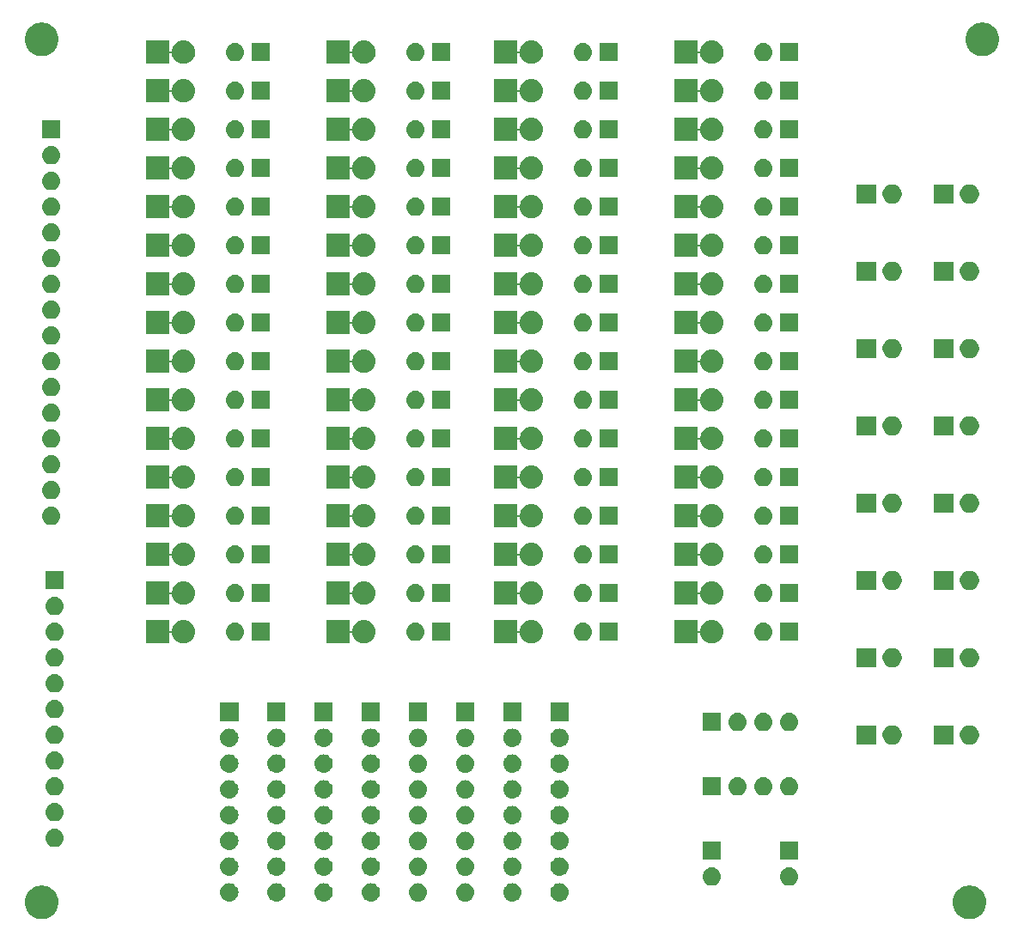
<source format=gbr>
G04 #@! TF.GenerationSoftware,KiCad,Pcbnew,(5.1.2-1)-1*
G04 #@! TF.CreationDate,2019-08-12T18:55:16+10:00*
G04 #@! TF.ProjectId,PanelSwitchPCB,50616e65-6c53-4776-9974-63685043422e,rev?*
G04 #@! TF.SameCoordinates,Original*
G04 #@! TF.FileFunction,Soldermask,Bot*
G04 #@! TF.FilePolarity,Negative*
%FSLAX46Y46*%
G04 Gerber Fmt 4.6, Leading zero omitted, Abs format (unit mm)*
G04 Created by KiCad (PCBNEW (5.1.2-1)-1) date 2019-08-12 18:55:16*
%MOMM*%
%LPD*%
G04 APERTURE LIST*
%ADD10C,0.100000*%
G04 APERTURE END LIST*
D10*
G36*
X151505256Y-117771298D02*
G01*
X151611579Y-117792447D01*
X151912042Y-117916903D01*
X152182451Y-118097585D01*
X152412415Y-118327549D01*
X152593097Y-118597958D01*
X152715304Y-118892991D01*
X152717553Y-118898422D01*
X152743763Y-119030185D01*
X152781000Y-119217391D01*
X152781000Y-119542609D01*
X152717553Y-119861579D01*
X152593097Y-120162042D01*
X152412415Y-120432451D01*
X152182451Y-120662415D01*
X151912042Y-120843097D01*
X151611579Y-120967553D01*
X151505256Y-120988702D01*
X151292611Y-121031000D01*
X150967389Y-121031000D01*
X150754744Y-120988702D01*
X150648421Y-120967553D01*
X150347958Y-120843097D01*
X150077549Y-120662415D01*
X149847585Y-120432451D01*
X149666903Y-120162042D01*
X149542447Y-119861579D01*
X149479000Y-119542609D01*
X149479000Y-119217391D01*
X149516238Y-119030185D01*
X149542447Y-118898422D01*
X149544697Y-118892991D01*
X149666903Y-118597958D01*
X149847585Y-118327549D01*
X150077549Y-118097585D01*
X150347958Y-117916903D01*
X150648421Y-117792447D01*
X150754744Y-117771298D01*
X150967389Y-117729000D01*
X151292611Y-117729000D01*
X151505256Y-117771298D01*
X151505256Y-117771298D01*
G37*
G36*
X60065256Y-117771298D02*
G01*
X60171579Y-117792447D01*
X60472042Y-117916903D01*
X60742451Y-118097585D01*
X60972415Y-118327549D01*
X61153097Y-118597958D01*
X61275304Y-118892991D01*
X61277553Y-118898422D01*
X61303763Y-119030185D01*
X61341000Y-119217391D01*
X61341000Y-119542609D01*
X61277553Y-119861579D01*
X61153097Y-120162042D01*
X60972415Y-120432451D01*
X60742451Y-120662415D01*
X60472042Y-120843097D01*
X60171579Y-120967553D01*
X60065256Y-120988702D01*
X59852611Y-121031000D01*
X59527389Y-121031000D01*
X59314744Y-120988702D01*
X59208421Y-120967553D01*
X58907958Y-120843097D01*
X58637549Y-120662415D01*
X58407585Y-120432451D01*
X58226903Y-120162042D01*
X58102447Y-119861579D01*
X58039000Y-119542609D01*
X58039000Y-119217391D01*
X58076238Y-119030185D01*
X58102447Y-118898422D01*
X58104697Y-118892991D01*
X58226903Y-118597958D01*
X58407585Y-118327549D01*
X58637549Y-118097585D01*
X58907958Y-117916903D01*
X59208421Y-117792447D01*
X59314744Y-117771298D01*
X59527389Y-117729000D01*
X59852611Y-117729000D01*
X60065256Y-117771298D01*
X60065256Y-117771298D01*
G37*
G36*
X101540442Y-117495518D02*
G01*
X101606627Y-117502037D01*
X101776466Y-117553557D01*
X101932991Y-117637222D01*
X101968729Y-117666552D01*
X102070186Y-117749814D01*
X102153448Y-117851271D01*
X102182778Y-117887009D01*
X102266443Y-118043534D01*
X102317963Y-118213373D01*
X102335359Y-118390000D01*
X102317963Y-118566627D01*
X102266443Y-118736466D01*
X102182778Y-118892991D01*
X102153448Y-118928729D01*
X102070186Y-119030186D01*
X101968729Y-119113448D01*
X101932991Y-119142778D01*
X101776466Y-119226443D01*
X101606627Y-119277963D01*
X101540443Y-119284481D01*
X101474260Y-119291000D01*
X101385740Y-119291000D01*
X101319557Y-119284481D01*
X101253373Y-119277963D01*
X101083534Y-119226443D01*
X100927009Y-119142778D01*
X100891271Y-119113448D01*
X100789814Y-119030186D01*
X100706552Y-118928729D01*
X100677222Y-118892991D01*
X100593557Y-118736466D01*
X100542037Y-118566627D01*
X100524641Y-118390000D01*
X100542037Y-118213373D01*
X100593557Y-118043534D01*
X100677222Y-117887009D01*
X100706552Y-117851271D01*
X100789814Y-117749814D01*
X100891271Y-117666552D01*
X100927009Y-117637222D01*
X101083534Y-117553557D01*
X101253373Y-117502037D01*
X101319558Y-117495518D01*
X101385740Y-117489000D01*
X101474260Y-117489000D01*
X101540442Y-117495518D01*
X101540442Y-117495518D01*
G37*
G36*
X96890442Y-117495518D02*
G01*
X96956627Y-117502037D01*
X97126466Y-117553557D01*
X97282991Y-117637222D01*
X97318729Y-117666552D01*
X97420186Y-117749814D01*
X97503448Y-117851271D01*
X97532778Y-117887009D01*
X97616443Y-118043534D01*
X97667963Y-118213373D01*
X97685359Y-118390000D01*
X97667963Y-118566627D01*
X97616443Y-118736466D01*
X97532778Y-118892991D01*
X97503448Y-118928729D01*
X97420186Y-119030186D01*
X97318729Y-119113448D01*
X97282991Y-119142778D01*
X97126466Y-119226443D01*
X96956627Y-119277963D01*
X96890443Y-119284481D01*
X96824260Y-119291000D01*
X96735740Y-119291000D01*
X96669557Y-119284481D01*
X96603373Y-119277963D01*
X96433534Y-119226443D01*
X96277009Y-119142778D01*
X96241271Y-119113448D01*
X96139814Y-119030186D01*
X96056552Y-118928729D01*
X96027222Y-118892991D01*
X95943557Y-118736466D01*
X95892037Y-118566627D01*
X95874641Y-118390000D01*
X95892037Y-118213373D01*
X95943557Y-118043534D01*
X96027222Y-117887009D01*
X96056552Y-117851271D01*
X96139814Y-117749814D01*
X96241271Y-117666552D01*
X96277009Y-117637222D01*
X96433534Y-117553557D01*
X96603373Y-117502037D01*
X96669558Y-117495518D01*
X96735740Y-117489000D01*
X96824260Y-117489000D01*
X96890442Y-117495518D01*
X96890442Y-117495518D01*
G37*
G36*
X92240442Y-117495518D02*
G01*
X92306627Y-117502037D01*
X92476466Y-117553557D01*
X92632991Y-117637222D01*
X92668729Y-117666552D01*
X92770186Y-117749814D01*
X92853448Y-117851271D01*
X92882778Y-117887009D01*
X92966443Y-118043534D01*
X93017963Y-118213373D01*
X93035359Y-118390000D01*
X93017963Y-118566627D01*
X92966443Y-118736466D01*
X92882778Y-118892991D01*
X92853448Y-118928729D01*
X92770186Y-119030186D01*
X92668729Y-119113448D01*
X92632991Y-119142778D01*
X92476466Y-119226443D01*
X92306627Y-119277963D01*
X92240443Y-119284481D01*
X92174260Y-119291000D01*
X92085740Y-119291000D01*
X92019557Y-119284481D01*
X91953373Y-119277963D01*
X91783534Y-119226443D01*
X91627009Y-119142778D01*
X91591271Y-119113448D01*
X91489814Y-119030186D01*
X91406552Y-118928729D01*
X91377222Y-118892991D01*
X91293557Y-118736466D01*
X91242037Y-118566627D01*
X91224641Y-118390000D01*
X91242037Y-118213373D01*
X91293557Y-118043534D01*
X91377222Y-117887009D01*
X91406552Y-117851271D01*
X91489814Y-117749814D01*
X91591271Y-117666552D01*
X91627009Y-117637222D01*
X91783534Y-117553557D01*
X91953373Y-117502037D01*
X92019558Y-117495518D01*
X92085740Y-117489000D01*
X92174260Y-117489000D01*
X92240442Y-117495518D01*
X92240442Y-117495518D01*
G37*
G36*
X87590442Y-117495518D02*
G01*
X87656627Y-117502037D01*
X87826466Y-117553557D01*
X87982991Y-117637222D01*
X88018729Y-117666552D01*
X88120186Y-117749814D01*
X88203448Y-117851271D01*
X88232778Y-117887009D01*
X88316443Y-118043534D01*
X88367963Y-118213373D01*
X88385359Y-118390000D01*
X88367963Y-118566627D01*
X88316443Y-118736466D01*
X88232778Y-118892991D01*
X88203448Y-118928729D01*
X88120186Y-119030186D01*
X88018729Y-119113448D01*
X87982991Y-119142778D01*
X87826466Y-119226443D01*
X87656627Y-119277963D01*
X87590443Y-119284481D01*
X87524260Y-119291000D01*
X87435740Y-119291000D01*
X87369557Y-119284481D01*
X87303373Y-119277963D01*
X87133534Y-119226443D01*
X86977009Y-119142778D01*
X86941271Y-119113448D01*
X86839814Y-119030186D01*
X86756552Y-118928729D01*
X86727222Y-118892991D01*
X86643557Y-118736466D01*
X86592037Y-118566627D01*
X86574641Y-118390000D01*
X86592037Y-118213373D01*
X86643557Y-118043534D01*
X86727222Y-117887009D01*
X86756552Y-117851271D01*
X86839814Y-117749814D01*
X86941271Y-117666552D01*
X86977009Y-117637222D01*
X87133534Y-117553557D01*
X87303373Y-117502037D01*
X87369558Y-117495518D01*
X87435740Y-117489000D01*
X87524260Y-117489000D01*
X87590442Y-117495518D01*
X87590442Y-117495518D01*
G37*
G36*
X82940442Y-117495518D02*
G01*
X83006627Y-117502037D01*
X83176466Y-117553557D01*
X83332991Y-117637222D01*
X83368729Y-117666552D01*
X83470186Y-117749814D01*
X83553448Y-117851271D01*
X83582778Y-117887009D01*
X83666443Y-118043534D01*
X83717963Y-118213373D01*
X83735359Y-118390000D01*
X83717963Y-118566627D01*
X83666443Y-118736466D01*
X83582778Y-118892991D01*
X83553448Y-118928729D01*
X83470186Y-119030186D01*
X83368729Y-119113448D01*
X83332991Y-119142778D01*
X83176466Y-119226443D01*
X83006627Y-119277963D01*
X82940443Y-119284481D01*
X82874260Y-119291000D01*
X82785740Y-119291000D01*
X82719557Y-119284481D01*
X82653373Y-119277963D01*
X82483534Y-119226443D01*
X82327009Y-119142778D01*
X82291271Y-119113448D01*
X82189814Y-119030186D01*
X82106552Y-118928729D01*
X82077222Y-118892991D01*
X81993557Y-118736466D01*
X81942037Y-118566627D01*
X81924641Y-118390000D01*
X81942037Y-118213373D01*
X81993557Y-118043534D01*
X82077222Y-117887009D01*
X82106552Y-117851271D01*
X82189814Y-117749814D01*
X82291271Y-117666552D01*
X82327009Y-117637222D01*
X82483534Y-117553557D01*
X82653373Y-117502037D01*
X82719558Y-117495518D01*
X82785740Y-117489000D01*
X82874260Y-117489000D01*
X82940442Y-117495518D01*
X82940442Y-117495518D01*
G37*
G36*
X78290442Y-117495518D02*
G01*
X78356627Y-117502037D01*
X78526466Y-117553557D01*
X78682991Y-117637222D01*
X78718729Y-117666552D01*
X78820186Y-117749814D01*
X78903448Y-117851271D01*
X78932778Y-117887009D01*
X79016443Y-118043534D01*
X79067963Y-118213373D01*
X79085359Y-118390000D01*
X79067963Y-118566627D01*
X79016443Y-118736466D01*
X78932778Y-118892991D01*
X78903448Y-118928729D01*
X78820186Y-119030186D01*
X78718729Y-119113448D01*
X78682991Y-119142778D01*
X78526466Y-119226443D01*
X78356627Y-119277963D01*
X78290443Y-119284481D01*
X78224260Y-119291000D01*
X78135740Y-119291000D01*
X78069557Y-119284481D01*
X78003373Y-119277963D01*
X77833534Y-119226443D01*
X77677009Y-119142778D01*
X77641271Y-119113448D01*
X77539814Y-119030186D01*
X77456552Y-118928729D01*
X77427222Y-118892991D01*
X77343557Y-118736466D01*
X77292037Y-118566627D01*
X77274641Y-118390000D01*
X77292037Y-118213373D01*
X77343557Y-118043534D01*
X77427222Y-117887009D01*
X77456552Y-117851271D01*
X77539814Y-117749814D01*
X77641271Y-117666552D01*
X77677009Y-117637222D01*
X77833534Y-117553557D01*
X78003373Y-117502037D01*
X78069558Y-117495518D01*
X78135740Y-117489000D01*
X78224260Y-117489000D01*
X78290442Y-117495518D01*
X78290442Y-117495518D01*
G37*
G36*
X110840442Y-117495518D02*
G01*
X110906627Y-117502037D01*
X111076466Y-117553557D01*
X111232991Y-117637222D01*
X111268729Y-117666552D01*
X111370186Y-117749814D01*
X111453448Y-117851271D01*
X111482778Y-117887009D01*
X111566443Y-118043534D01*
X111617963Y-118213373D01*
X111635359Y-118390000D01*
X111617963Y-118566627D01*
X111566443Y-118736466D01*
X111482778Y-118892991D01*
X111453448Y-118928729D01*
X111370186Y-119030186D01*
X111268729Y-119113448D01*
X111232991Y-119142778D01*
X111076466Y-119226443D01*
X110906627Y-119277963D01*
X110840443Y-119284481D01*
X110774260Y-119291000D01*
X110685740Y-119291000D01*
X110619557Y-119284481D01*
X110553373Y-119277963D01*
X110383534Y-119226443D01*
X110227009Y-119142778D01*
X110191271Y-119113448D01*
X110089814Y-119030186D01*
X110006552Y-118928729D01*
X109977222Y-118892991D01*
X109893557Y-118736466D01*
X109842037Y-118566627D01*
X109824641Y-118390000D01*
X109842037Y-118213373D01*
X109893557Y-118043534D01*
X109977222Y-117887009D01*
X110006552Y-117851271D01*
X110089814Y-117749814D01*
X110191271Y-117666552D01*
X110227009Y-117637222D01*
X110383534Y-117553557D01*
X110553373Y-117502037D01*
X110619558Y-117495518D01*
X110685740Y-117489000D01*
X110774260Y-117489000D01*
X110840442Y-117495518D01*
X110840442Y-117495518D01*
G37*
G36*
X106190442Y-117495518D02*
G01*
X106256627Y-117502037D01*
X106426466Y-117553557D01*
X106582991Y-117637222D01*
X106618729Y-117666552D01*
X106720186Y-117749814D01*
X106803448Y-117851271D01*
X106832778Y-117887009D01*
X106916443Y-118043534D01*
X106967963Y-118213373D01*
X106985359Y-118390000D01*
X106967963Y-118566627D01*
X106916443Y-118736466D01*
X106832778Y-118892991D01*
X106803448Y-118928729D01*
X106720186Y-119030186D01*
X106618729Y-119113448D01*
X106582991Y-119142778D01*
X106426466Y-119226443D01*
X106256627Y-119277963D01*
X106190443Y-119284481D01*
X106124260Y-119291000D01*
X106035740Y-119291000D01*
X105969557Y-119284481D01*
X105903373Y-119277963D01*
X105733534Y-119226443D01*
X105577009Y-119142778D01*
X105541271Y-119113448D01*
X105439814Y-119030186D01*
X105356552Y-118928729D01*
X105327222Y-118892991D01*
X105243557Y-118736466D01*
X105192037Y-118566627D01*
X105174641Y-118390000D01*
X105192037Y-118213373D01*
X105243557Y-118043534D01*
X105327222Y-117887009D01*
X105356552Y-117851271D01*
X105439814Y-117749814D01*
X105541271Y-117666552D01*
X105577009Y-117637222D01*
X105733534Y-117553557D01*
X105903373Y-117502037D01*
X105969558Y-117495518D01*
X106035740Y-117489000D01*
X106124260Y-117489000D01*
X106190442Y-117495518D01*
X106190442Y-117495518D01*
G37*
G36*
X133460442Y-115945518D02*
G01*
X133526627Y-115952037D01*
X133696466Y-116003557D01*
X133852991Y-116087222D01*
X133888729Y-116116552D01*
X133990186Y-116199814D01*
X134073448Y-116301271D01*
X134102778Y-116337009D01*
X134111321Y-116352991D01*
X134184654Y-116490186D01*
X134186443Y-116493534D01*
X134237963Y-116663373D01*
X134255359Y-116840000D01*
X134237963Y-117016627D01*
X134186443Y-117186466D01*
X134102778Y-117342991D01*
X134073448Y-117378729D01*
X133990186Y-117480186D01*
X133888729Y-117563448D01*
X133852991Y-117592778D01*
X133696466Y-117676443D01*
X133526627Y-117727963D01*
X133460442Y-117734482D01*
X133394260Y-117741000D01*
X133305740Y-117741000D01*
X133239558Y-117734482D01*
X133173373Y-117727963D01*
X133003534Y-117676443D01*
X132847009Y-117592778D01*
X132811271Y-117563448D01*
X132709814Y-117480186D01*
X132626552Y-117378729D01*
X132597222Y-117342991D01*
X132513557Y-117186466D01*
X132462037Y-117016627D01*
X132444641Y-116840000D01*
X132462037Y-116663373D01*
X132513557Y-116493534D01*
X132515347Y-116490186D01*
X132588679Y-116352991D01*
X132597222Y-116337009D01*
X132626552Y-116301271D01*
X132709814Y-116199814D01*
X132811271Y-116116552D01*
X132847009Y-116087222D01*
X133003534Y-116003557D01*
X133173373Y-115952037D01*
X133239558Y-115945518D01*
X133305740Y-115939000D01*
X133394260Y-115939000D01*
X133460442Y-115945518D01*
X133460442Y-115945518D01*
G37*
G36*
X125840442Y-115945518D02*
G01*
X125906627Y-115952037D01*
X126076466Y-116003557D01*
X126232991Y-116087222D01*
X126268729Y-116116552D01*
X126370186Y-116199814D01*
X126453448Y-116301271D01*
X126482778Y-116337009D01*
X126491321Y-116352991D01*
X126564654Y-116490186D01*
X126566443Y-116493534D01*
X126617963Y-116663373D01*
X126635359Y-116840000D01*
X126617963Y-117016627D01*
X126566443Y-117186466D01*
X126482778Y-117342991D01*
X126453448Y-117378729D01*
X126370186Y-117480186D01*
X126268729Y-117563448D01*
X126232991Y-117592778D01*
X126076466Y-117676443D01*
X125906627Y-117727963D01*
X125840442Y-117734482D01*
X125774260Y-117741000D01*
X125685740Y-117741000D01*
X125619558Y-117734482D01*
X125553373Y-117727963D01*
X125383534Y-117676443D01*
X125227009Y-117592778D01*
X125191271Y-117563448D01*
X125089814Y-117480186D01*
X125006552Y-117378729D01*
X124977222Y-117342991D01*
X124893557Y-117186466D01*
X124842037Y-117016627D01*
X124824641Y-116840000D01*
X124842037Y-116663373D01*
X124893557Y-116493534D01*
X124895347Y-116490186D01*
X124968679Y-116352991D01*
X124977222Y-116337009D01*
X125006552Y-116301271D01*
X125089814Y-116199814D01*
X125191271Y-116116552D01*
X125227009Y-116087222D01*
X125383534Y-116003557D01*
X125553373Y-115952037D01*
X125619558Y-115945518D01*
X125685740Y-115939000D01*
X125774260Y-115939000D01*
X125840442Y-115945518D01*
X125840442Y-115945518D01*
G37*
G36*
X101540442Y-114955518D02*
G01*
X101606627Y-114962037D01*
X101776466Y-115013557D01*
X101932991Y-115097222D01*
X101968729Y-115126552D01*
X102070186Y-115209814D01*
X102153448Y-115311271D01*
X102182778Y-115347009D01*
X102266443Y-115503534D01*
X102317963Y-115673373D01*
X102335359Y-115850000D01*
X102317963Y-116026627D01*
X102266443Y-116196466D01*
X102266442Y-116196468D01*
X102264653Y-116199815D01*
X102182778Y-116352991D01*
X102153448Y-116388729D01*
X102070186Y-116490186D01*
X101968729Y-116573448D01*
X101932991Y-116602778D01*
X101776466Y-116686443D01*
X101606627Y-116737963D01*
X101540443Y-116744481D01*
X101474260Y-116751000D01*
X101385740Y-116751000D01*
X101319557Y-116744481D01*
X101253373Y-116737963D01*
X101083534Y-116686443D01*
X100927009Y-116602778D01*
X100891271Y-116573448D01*
X100789814Y-116490186D01*
X100706552Y-116388729D01*
X100677222Y-116352991D01*
X100595347Y-116199815D01*
X100593558Y-116196468D01*
X100593557Y-116196466D01*
X100542037Y-116026627D01*
X100524641Y-115850000D01*
X100542037Y-115673373D01*
X100593557Y-115503534D01*
X100677222Y-115347009D01*
X100706552Y-115311271D01*
X100789814Y-115209814D01*
X100891271Y-115126552D01*
X100927009Y-115097222D01*
X101083534Y-115013557D01*
X101253373Y-114962037D01*
X101319558Y-114955518D01*
X101385740Y-114949000D01*
X101474260Y-114949000D01*
X101540442Y-114955518D01*
X101540442Y-114955518D01*
G37*
G36*
X96890442Y-114955518D02*
G01*
X96956627Y-114962037D01*
X97126466Y-115013557D01*
X97282991Y-115097222D01*
X97318729Y-115126552D01*
X97420186Y-115209814D01*
X97503448Y-115311271D01*
X97532778Y-115347009D01*
X97616443Y-115503534D01*
X97667963Y-115673373D01*
X97685359Y-115850000D01*
X97667963Y-116026627D01*
X97616443Y-116196466D01*
X97616442Y-116196468D01*
X97614653Y-116199815D01*
X97532778Y-116352991D01*
X97503448Y-116388729D01*
X97420186Y-116490186D01*
X97318729Y-116573448D01*
X97282991Y-116602778D01*
X97126466Y-116686443D01*
X96956627Y-116737963D01*
X96890443Y-116744481D01*
X96824260Y-116751000D01*
X96735740Y-116751000D01*
X96669557Y-116744481D01*
X96603373Y-116737963D01*
X96433534Y-116686443D01*
X96277009Y-116602778D01*
X96241271Y-116573448D01*
X96139814Y-116490186D01*
X96056552Y-116388729D01*
X96027222Y-116352991D01*
X95945347Y-116199815D01*
X95943558Y-116196468D01*
X95943557Y-116196466D01*
X95892037Y-116026627D01*
X95874641Y-115850000D01*
X95892037Y-115673373D01*
X95943557Y-115503534D01*
X96027222Y-115347009D01*
X96056552Y-115311271D01*
X96139814Y-115209814D01*
X96241271Y-115126552D01*
X96277009Y-115097222D01*
X96433534Y-115013557D01*
X96603373Y-114962037D01*
X96669558Y-114955518D01*
X96735740Y-114949000D01*
X96824260Y-114949000D01*
X96890442Y-114955518D01*
X96890442Y-114955518D01*
G37*
G36*
X92240442Y-114955518D02*
G01*
X92306627Y-114962037D01*
X92476466Y-115013557D01*
X92632991Y-115097222D01*
X92668729Y-115126552D01*
X92770186Y-115209814D01*
X92853448Y-115311271D01*
X92882778Y-115347009D01*
X92966443Y-115503534D01*
X93017963Y-115673373D01*
X93035359Y-115850000D01*
X93017963Y-116026627D01*
X92966443Y-116196466D01*
X92966442Y-116196468D01*
X92964653Y-116199815D01*
X92882778Y-116352991D01*
X92853448Y-116388729D01*
X92770186Y-116490186D01*
X92668729Y-116573448D01*
X92632991Y-116602778D01*
X92476466Y-116686443D01*
X92306627Y-116737963D01*
X92240443Y-116744481D01*
X92174260Y-116751000D01*
X92085740Y-116751000D01*
X92019557Y-116744481D01*
X91953373Y-116737963D01*
X91783534Y-116686443D01*
X91627009Y-116602778D01*
X91591271Y-116573448D01*
X91489814Y-116490186D01*
X91406552Y-116388729D01*
X91377222Y-116352991D01*
X91295347Y-116199815D01*
X91293558Y-116196468D01*
X91293557Y-116196466D01*
X91242037Y-116026627D01*
X91224641Y-115850000D01*
X91242037Y-115673373D01*
X91293557Y-115503534D01*
X91377222Y-115347009D01*
X91406552Y-115311271D01*
X91489814Y-115209814D01*
X91591271Y-115126552D01*
X91627009Y-115097222D01*
X91783534Y-115013557D01*
X91953373Y-114962037D01*
X92019558Y-114955518D01*
X92085740Y-114949000D01*
X92174260Y-114949000D01*
X92240442Y-114955518D01*
X92240442Y-114955518D01*
G37*
G36*
X110840442Y-114955518D02*
G01*
X110906627Y-114962037D01*
X111076466Y-115013557D01*
X111232991Y-115097222D01*
X111268729Y-115126552D01*
X111370186Y-115209814D01*
X111453448Y-115311271D01*
X111482778Y-115347009D01*
X111566443Y-115503534D01*
X111617963Y-115673373D01*
X111635359Y-115850000D01*
X111617963Y-116026627D01*
X111566443Y-116196466D01*
X111566442Y-116196468D01*
X111564653Y-116199815D01*
X111482778Y-116352991D01*
X111453448Y-116388729D01*
X111370186Y-116490186D01*
X111268729Y-116573448D01*
X111232991Y-116602778D01*
X111076466Y-116686443D01*
X110906627Y-116737963D01*
X110840443Y-116744481D01*
X110774260Y-116751000D01*
X110685740Y-116751000D01*
X110619557Y-116744481D01*
X110553373Y-116737963D01*
X110383534Y-116686443D01*
X110227009Y-116602778D01*
X110191271Y-116573448D01*
X110089814Y-116490186D01*
X110006552Y-116388729D01*
X109977222Y-116352991D01*
X109895347Y-116199815D01*
X109893558Y-116196468D01*
X109893557Y-116196466D01*
X109842037Y-116026627D01*
X109824641Y-115850000D01*
X109842037Y-115673373D01*
X109893557Y-115503534D01*
X109977222Y-115347009D01*
X110006552Y-115311271D01*
X110089814Y-115209814D01*
X110191271Y-115126552D01*
X110227009Y-115097222D01*
X110383534Y-115013557D01*
X110553373Y-114962037D01*
X110619558Y-114955518D01*
X110685740Y-114949000D01*
X110774260Y-114949000D01*
X110840442Y-114955518D01*
X110840442Y-114955518D01*
G37*
G36*
X87590442Y-114955518D02*
G01*
X87656627Y-114962037D01*
X87826466Y-115013557D01*
X87982991Y-115097222D01*
X88018729Y-115126552D01*
X88120186Y-115209814D01*
X88203448Y-115311271D01*
X88232778Y-115347009D01*
X88316443Y-115503534D01*
X88367963Y-115673373D01*
X88385359Y-115850000D01*
X88367963Y-116026627D01*
X88316443Y-116196466D01*
X88316442Y-116196468D01*
X88314653Y-116199815D01*
X88232778Y-116352991D01*
X88203448Y-116388729D01*
X88120186Y-116490186D01*
X88018729Y-116573448D01*
X87982991Y-116602778D01*
X87826466Y-116686443D01*
X87656627Y-116737963D01*
X87590443Y-116744481D01*
X87524260Y-116751000D01*
X87435740Y-116751000D01*
X87369557Y-116744481D01*
X87303373Y-116737963D01*
X87133534Y-116686443D01*
X86977009Y-116602778D01*
X86941271Y-116573448D01*
X86839814Y-116490186D01*
X86756552Y-116388729D01*
X86727222Y-116352991D01*
X86645347Y-116199815D01*
X86643558Y-116196468D01*
X86643557Y-116196466D01*
X86592037Y-116026627D01*
X86574641Y-115850000D01*
X86592037Y-115673373D01*
X86643557Y-115503534D01*
X86727222Y-115347009D01*
X86756552Y-115311271D01*
X86839814Y-115209814D01*
X86941271Y-115126552D01*
X86977009Y-115097222D01*
X87133534Y-115013557D01*
X87303373Y-114962037D01*
X87369558Y-114955518D01*
X87435740Y-114949000D01*
X87524260Y-114949000D01*
X87590442Y-114955518D01*
X87590442Y-114955518D01*
G37*
G36*
X106190442Y-114955518D02*
G01*
X106256627Y-114962037D01*
X106426466Y-115013557D01*
X106582991Y-115097222D01*
X106618729Y-115126552D01*
X106720186Y-115209814D01*
X106803448Y-115311271D01*
X106832778Y-115347009D01*
X106916443Y-115503534D01*
X106967963Y-115673373D01*
X106985359Y-115850000D01*
X106967963Y-116026627D01*
X106916443Y-116196466D01*
X106916442Y-116196468D01*
X106914653Y-116199815D01*
X106832778Y-116352991D01*
X106803448Y-116388729D01*
X106720186Y-116490186D01*
X106618729Y-116573448D01*
X106582991Y-116602778D01*
X106426466Y-116686443D01*
X106256627Y-116737963D01*
X106190443Y-116744481D01*
X106124260Y-116751000D01*
X106035740Y-116751000D01*
X105969557Y-116744481D01*
X105903373Y-116737963D01*
X105733534Y-116686443D01*
X105577009Y-116602778D01*
X105541271Y-116573448D01*
X105439814Y-116490186D01*
X105356552Y-116388729D01*
X105327222Y-116352991D01*
X105245347Y-116199815D01*
X105243558Y-116196468D01*
X105243557Y-116196466D01*
X105192037Y-116026627D01*
X105174641Y-115850000D01*
X105192037Y-115673373D01*
X105243557Y-115503534D01*
X105327222Y-115347009D01*
X105356552Y-115311271D01*
X105439814Y-115209814D01*
X105541271Y-115126552D01*
X105577009Y-115097222D01*
X105733534Y-115013557D01*
X105903373Y-114962037D01*
X105969558Y-114955518D01*
X106035740Y-114949000D01*
X106124260Y-114949000D01*
X106190442Y-114955518D01*
X106190442Y-114955518D01*
G37*
G36*
X82940442Y-114955518D02*
G01*
X83006627Y-114962037D01*
X83176466Y-115013557D01*
X83332991Y-115097222D01*
X83368729Y-115126552D01*
X83470186Y-115209814D01*
X83553448Y-115311271D01*
X83582778Y-115347009D01*
X83666443Y-115503534D01*
X83717963Y-115673373D01*
X83735359Y-115850000D01*
X83717963Y-116026627D01*
X83666443Y-116196466D01*
X83666442Y-116196468D01*
X83664653Y-116199815D01*
X83582778Y-116352991D01*
X83553448Y-116388729D01*
X83470186Y-116490186D01*
X83368729Y-116573448D01*
X83332991Y-116602778D01*
X83176466Y-116686443D01*
X83006627Y-116737963D01*
X82940443Y-116744481D01*
X82874260Y-116751000D01*
X82785740Y-116751000D01*
X82719557Y-116744481D01*
X82653373Y-116737963D01*
X82483534Y-116686443D01*
X82327009Y-116602778D01*
X82291271Y-116573448D01*
X82189814Y-116490186D01*
X82106552Y-116388729D01*
X82077222Y-116352991D01*
X81995347Y-116199815D01*
X81993558Y-116196468D01*
X81993557Y-116196466D01*
X81942037Y-116026627D01*
X81924641Y-115850000D01*
X81942037Y-115673373D01*
X81993557Y-115503534D01*
X82077222Y-115347009D01*
X82106552Y-115311271D01*
X82189814Y-115209814D01*
X82291271Y-115126552D01*
X82327009Y-115097222D01*
X82483534Y-115013557D01*
X82653373Y-114962037D01*
X82719558Y-114955518D01*
X82785740Y-114949000D01*
X82874260Y-114949000D01*
X82940442Y-114955518D01*
X82940442Y-114955518D01*
G37*
G36*
X78290442Y-114955518D02*
G01*
X78356627Y-114962037D01*
X78526466Y-115013557D01*
X78682991Y-115097222D01*
X78718729Y-115126552D01*
X78820186Y-115209814D01*
X78903448Y-115311271D01*
X78932778Y-115347009D01*
X79016443Y-115503534D01*
X79067963Y-115673373D01*
X79085359Y-115850000D01*
X79067963Y-116026627D01*
X79016443Y-116196466D01*
X79016442Y-116196468D01*
X79014653Y-116199815D01*
X78932778Y-116352991D01*
X78903448Y-116388729D01*
X78820186Y-116490186D01*
X78718729Y-116573448D01*
X78682991Y-116602778D01*
X78526466Y-116686443D01*
X78356627Y-116737963D01*
X78290443Y-116744481D01*
X78224260Y-116751000D01*
X78135740Y-116751000D01*
X78069557Y-116744481D01*
X78003373Y-116737963D01*
X77833534Y-116686443D01*
X77677009Y-116602778D01*
X77641271Y-116573448D01*
X77539814Y-116490186D01*
X77456552Y-116388729D01*
X77427222Y-116352991D01*
X77345347Y-116199815D01*
X77343558Y-116196468D01*
X77343557Y-116196466D01*
X77292037Y-116026627D01*
X77274641Y-115850000D01*
X77292037Y-115673373D01*
X77343557Y-115503534D01*
X77427222Y-115347009D01*
X77456552Y-115311271D01*
X77539814Y-115209814D01*
X77641271Y-115126552D01*
X77677009Y-115097222D01*
X77833534Y-115013557D01*
X78003373Y-114962037D01*
X78069558Y-114955518D01*
X78135740Y-114949000D01*
X78224260Y-114949000D01*
X78290442Y-114955518D01*
X78290442Y-114955518D01*
G37*
G36*
X134251000Y-115201000D02*
G01*
X132449000Y-115201000D01*
X132449000Y-113399000D01*
X134251000Y-113399000D01*
X134251000Y-115201000D01*
X134251000Y-115201000D01*
G37*
G36*
X126631000Y-115201000D02*
G01*
X124829000Y-115201000D01*
X124829000Y-113399000D01*
X126631000Y-113399000D01*
X126631000Y-115201000D01*
X126631000Y-115201000D01*
G37*
G36*
X110840442Y-112415518D02*
G01*
X110906627Y-112422037D01*
X111076466Y-112473557D01*
X111232991Y-112557222D01*
X111268729Y-112586552D01*
X111370186Y-112669814D01*
X111453448Y-112771271D01*
X111482778Y-112807009D01*
X111566443Y-112963534D01*
X111617963Y-113133373D01*
X111635359Y-113310000D01*
X111617963Y-113486627D01*
X111566443Y-113656466D01*
X111566442Y-113656468D01*
X111524611Y-113734728D01*
X111482778Y-113812991D01*
X111453448Y-113848729D01*
X111370186Y-113950186D01*
X111268729Y-114033448D01*
X111232991Y-114062778D01*
X111076466Y-114146443D01*
X110906627Y-114197963D01*
X110840442Y-114204482D01*
X110774260Y-114211000D01*
X110685740Y-114211000D01*
X110619558Y-114204482D01*
X110553373Y-114197963D01*
X110383534Y-114146443D01*
X110227009Y-114062778D01*
X110191271Y-114033448D01*
X110089814Y-113950186D01*
X110006552Y-113848729D01*
X109977222Y-113812991D01*
X109935390Y-113734729D01*
X109893558Y-113656468D01*
X109893557Y-113656466D01*
X109842037Y-113486627D01*
X109824641Y-113310000D01*
X109842037Y-113133373D01*
X109893557Y-112963534D01*
X109977222Y-112807009D01*
X110006552Y-112771271D01*
X110089814Y-112669814D01*
X110191271Y-112586552D01*
X110227009Y-112557222D01*
X110383534Y-112473557D01*
X110553373Y-112422037D01*
X110619558Y-112415518D01*
X110685740Y-112409000D01*
X110774260Y-112409000D01*
X110840442Y-112415518D01*
X110840442Y-112415518D01*
G37*
G36*
X101540442Y-112415518D02*
G01*
X101606627Y-112422037D01*
X101776466Y-112473557D01*
X101932991Y-112557222D01*
X101968729Y-112586552D01*
X102070186Y-112669814D01*
X102153448Y-112771271D01*
X102182778Y-112807009D01*
X102266443Y-112963534D01*
X102317963Y-113133373D01*
X102335359Y-113310000D01*
X102317963Y-113486627D01*
X102266443Y-113656466D01*
X102266442Y-113656468D01*
X102224611Y-113734728D01*
X102182778Y-113812991D01*
X102153448Y-113848729D01*
X102070186Y-113950186D01*
X101968729Y-114033448D01*
X101932991Y-114062778D01*
X101776466Y-114146443D01*
X101606627Y-114197963D01*
X101540442Y-114204482D01*
X101474260Y-114211000D01*
X101385740Y-114211000D01*
X101319558Y-114204482D01*
X101253373Y-114197963D01*
X101083534Y-114146443D01*
X100927009Y-114062778D01*
X100891271Y-114033448D01*
X100789814Y-113950186D01*
X100706552Y-113848729D01*
X100677222Y-113812991D01*
X100635390Y-113734729D01*
X100593558Y-113656468D01*
X100593557Y-113656466D01*
X100542037Y-113486627D01*
X100524641Y-113310000D01*
X100542037Y-113133373D01*
X100593557Y-112963534D01*
X100677222Y-112807009D01*
X100706552Y-112771271D01*
X100789814Y-112669814D01*
X100891271Y-112586552D01*
X100927009Y-112557222D01*
X101083534Y-112473557D01*
X101253373Y-112422037D01*
X101319558Y-112415518D01*
X101385740Y-112409000D01*
X101474260Y-112409000D01*
X101540442Y-112415518D01*
X101540442Y-112415518D01*
G37*
G36*
X106190442Y-112415518D02*
G01*
X106256627Y-112422037D01*
X106426466Y-112473557D01*
X106582991Y-112557222D01*
X106618729Y-112586552D01*
X106720186Y-112669814D01*
X106803448Y-112771271D01*
X106832778Y-112807009D01*
X106916443Y-112963534D01*
X106967963Y-113133373D01*
X106985359Y-113310000D01*
X106967963Y-113486627D01*
X106916443Y-113656466D01*
X106916442Y-113656468D01*
X106874611Y-113734728D01*
X106832778Y-113812991D01*
X106803448Y-113848729D01*
X106720186Y-113950186D01*
X106618729Y-114033448D01*
X106582991Y-114062778D01*
X106426466Y-114146443D01*
X106256627Y-114197963D01*
X106190442Y-114204482D01*
X106124260Y-114211000D01*
X106035740Y-114211000D01*
X105969558Y-114204482D01*
X105903373Y-114197963D01*
X105733534Y-114146443D01*
X105577009Y-114062778D01*
X105541271Y-114033448D01*
X105439814Y-113950186D01*
X105356552Y-113848729D01*
X105327222Y-113812991D01*
X105285390Y-113734729D01*
X105243558Y-113656468D01*
X105243557Y-113656466D01*
X105192037Y-113486627D01*
X105174641Y-113310000D01*
X105192037Y-113133373D01*
X105243557Y-112963534D01*
X105327222Y-112807009D01*
X105356552Y-112771271D01*
X105439814Y-112669814D01*
X105541271Y-112586552D01*
X105577009Y-112557222D01*
X105733534Y-112473557D01*
X105903373Y-112422037D01*
X105969558Y-112415518D01*
X106035740Y-112409000D01*
X106124260Y-112409000D01*
X106190442Y-112415518D01*
X106190442Y-112415518D01*
G37*
G36*
X96890442Y-112415518D02*
G01*
X96956627Y-112422037D01*
X97126466Y-112473557D01*
X97282991Y-112557222D01*
X97318729Y-112586552D01*
X97420186Y-112669814D01*
X97503448Y-112771271D01*
X97532778Y-112807009D01*
X97616443Y-112963534D01*
X97667963Y-113133373D01*
X97685359Y-113310000D01*
X97667963Y-113486627D01*
X97616443Y-113656466D01*
X97616442Y-113656468D01*
X97574611Y-113734728D01*
X97532778Y-113812991D01*
X97503448Y-113848729D01*
X97420186Y-113950186D01*
X97318729Y-114033448D01*
X97282991Y-114062778D01*
X97126466Y-114146443D01*
X96956627Y-114197963D01*
X96890442Y-114204482D01*
X96824260Y-114211000D01*
X96735740Y-114211000D01*
X96669558Y-114204482D01*
X96603373Y-114197963D01*
X96433534Y-114146443D01*
X96277009Y-114062778D01*
X96241271Y-114033448D01*
X96139814Y-113950186D01*
X96056552Y-113848729D01*
X96027222Y-113812991D01*
X95985390Y-113734729D01*
X95943558Y-113656468D01*
X95943557Y-113656466D01*
X95892037Y-113486627D01*
X95874641Y-113310000D01*
X95892037Y-113133373D01*
X95943557Y-112963534D01*
X96027222Y-112807009D01*
X96056552Y-112771271D01*
X96139814Y-112669814D01*
X96241271Y-112586552D01*
X96277009Y-112557222D01*
X96433534Y-112473557D01*
X96603373Y-112422037D01*
X96669558Y-112415518D01*
X96735740Y-112409000D01*
X96824260Y-112409000D01*
X96890442Y-112415518D01*
X96890442Y-112415518D01*
G37*
G36*
X92240442Y-112415518D02*
G01*
X92306627Y-112422037D01*
X92476466Y-112473557D01*
X92632991Y-112557222D01*
X92668729Y-112586552D01*
X92770186Y-112669814D01*
X92853448Y-112771271D01*
X92882778Y-112807009D01*
X92966443Y-112963534D01*
X93017963Y-113133373D01*
X93035359Y-113310000D01*
X93017963Y-113486627D01*
X92966443Y-113656466D01*
X92966442Y-113656468D01*
X92924611Y-113734728D01*
X92882778Y-113812991D01*
X92853448Y-113848729D01*
X92770186Y-113950186D01*
X92668729Y-114033448D01*
X92632991Y-114062778D01*
X92476466Y-114146443D01*
X92306627Y-114197963D01*
X92240442Y-114204482D01*
X92174260Y-114211000D01*
X92085740Y-114211000D01*
X92019558Y-114204482D01*
X91953373Y-114197963D01*
X91783534Y-114146443D01*
X91627009Y-114062778D01*
X91591271Y-114033448D01*
X91489814Y-113950186D01*
X91406552Y-113848729D01*
X91377222Y-113812991D01*
X91335390Y-113734729D01*
X91293558Y-113656468D01*
X91293557Y-113656466D01*
X91242037Y-113486627D01*
X91224641Y-113310000D01*
X91242037Y-113133373D01*
X91293557Y-112963534D01*
X91377222Y-112807009D01*
X91406552Y-112771271D01*
X91489814Y-112669814D01*
X91591271Y-112586552D01*
X91627009Y-112557222D01*
X91783534Y-112473557D01*
X91953373Y-112422037D01*
X92019558Y-112415518D01*
X92085740Y-112409000D01*
X92174260Y-112409000D01*
X92240442Y-112415518D01*
X92240442Y-112415518D01*
G37*
G36*
X87590442Y-112415518D02*
G01*
X87656627Y-112422037D01*
X87826466Y-112473557D01*
X87982991Y-112557222D01*
X88018729Y-112586552D01*
X88120186Y-112669814D01*
X88203448Y-112771271D01*
X88232778Y-112807009D01*
X88316443Y-112963534D01*
X88367963Y-113133373D01*
X88385359Y-113310000D01*
X88367963Y-113486627D01*
X88316443Y-113656466D01*
X88316442Y-113656468D01*
X88274611Y-113734728D01*
X88232778Y-113812991D01*
X88203448Y-113848729D01*
X88120186Y-113950186D01*
X88018729Y-114033448D01*
X87982991Y-114062778D01*
X87826466Y-114146443D01*
X87656627Y-114197963D01*
X87590442Y-114204482D01*
X87524260Y-114211000D01*
X87435740Y-114211000D01*
X87369558Y-114204482D01*
X87303373Y-114197963D01*
X87133534Y-114146443D01*
X86977009Y-114062778D01*
X86941271Y-114033448D01*
X86839814Y-113950186D01*
X86756552Y-113848729D01*
X86727222Y-113812991D01*
X86685390Y-113734729D01*
X86643558Y-113656468D01*
X86643557Y-113656466D01*
X86592037Y-113486627D01*
X86574641Y-113310000D01*
X86592037Y-113133373D01*
X86643557Y-112963534D01*
X86727222Y-112807009D01*
X86756552Y-112771271D01*
X86839814Y-112669814D01*
X86941271Y-112586552D01*
X86977009Y-112557222D01*
X87133534Y-112473557D01*
X87303373Y-112422037D01*
X87369558Y-112415518D01*
X87435740Y-112409000D01*
X87524260Y-112409000D01*
X87590442Y-112415518D01*
X87590442Y-112415518D01*
G37*
G36*
X82940442Y-112415518D02*
G01*
X83006627Y-112422037D01*
X83176466Y-112473557D01*
X83332991Y-112557222D01*
X83368729Y-112586552D01*
X83470186Y-112669814D01*
X83553448Y-112771271D01*
X83582778Y-112807009D01*
X83666443Y-112963534D01*
X83717963Y-113133373D01*
X83735359Y-113310000D01*
X83717963Y-113486627D01*
X83666443Y-113656466D01*
X83666442Y-113656468D01*
X83624611Y-113734728D01*
X83582778Y-113812991D01*
X83553448Y-113848729D01*
X83470186Y-113950186D01*
X83368729Y-114033448D01*
X83332991Y-114062778D01*
X83176466Y-114146443D01*
X83006627Y-114197963D01*
X82940442Y-114204482D01*
X82874260Y-114211000D01*
X82785740Y-114211000D01*
X82719558Y-114204482D01*
X82653373Y-114197963D01*
X82483534Y-114146443D01*
X82327009Y-114062778D01*
X82291271Y-114033448D01*
X82189814Y-113950186D01*
X82106552Y-113848729D01*
X82077222Y-113812991D01*
X82035390Y-113734729D01*
X81993558Y-113656468D01*
X81993557Y-113656466D01*
X81942037Y-113486627D01*
X81924641Y-113310000D01*
X81942037Y-113133373D01*
X81993557Y-112963534D01*
X82077222Y-112807009D01*
X82106552Y-112771271D01*
X82189814Y-112669814D01*
X82291271Y-112586552D01*
X82327009Y-112557222D01*
X82483534Y-112473557D01*
X82653373Y-112422037D01*
X82719558Y-112415518D01*
X82785740Y-112409000D01*
X82874260Y-112409000D01*
X82940442Y-112415518D01*
X82940442Y-112415518D01*
G37*
G36*
X78290442Y-112415518D02*
G01*
X78356627Y-112422037D01*
X78526466Y-112473557D01*
X78682991Y-112557222D01*
X78718729Y-112586552D01*
X78820186Y-112669814D01*
X78903448Y-112771271D01*
X78932778Y-112807009D01*
X79016443Y-112963534D01*
X79067963Y-113133373D01*
X79085359Y-113310000D01*
X79067963Y-113486627D01*
X79016443Y-113656466D01*
X79016442Y-113656468D01*
X78974611Y-113734728D01*
X78932778Y-113812991D01*
X78903448Y-113848729D01*
X78820186Y-113950186D01*
X78718729Y-114033448D01*
X78682991Y-114062778D01*
X78526466Y-114146443D01*
X78356627Y-114197963D01*
X78290442Y-114204482D01*
X78224260Y-114211000D01*
X78135740Y-114211000D01*
X78069558Y-114204482D01*
X78003373Y-114197963D01*
X77833534Y-114146443D01*
X77677009Y-114062778D01*
X77641271Y-114033448D01*
X77539814Y-113950186D01*
X77456552Y-113848729D01*
X77427222Y-113812991D01*
X77385390Y-113734729D01*
X77343558Y-113656468D01*
X77343557Y-113656466D01*
X77292037Y-113486627D01*
X77274641Y-113310000D01*
X77292037Y-113133373D01*
X77343557Y-112963534D01*
X77427222Y-112807009D01*
X77456552Y-112771271D01*
X77539814Y-112669814D01*
X77641271Y-112586552D01*
X77677009Y-112557222D01*
X77833534Y-112473557D01*
X78003373Y-112422037D01*
X78069558Y-112415518D01*
X78135740Y-112409000D01*
X78224260Y-112409000D01*
X78290442Y-112415518D01*
X78290442Y-112415518D01*
G37*
G36*
X61070443Y-112135519D02*
G01*
X61136627Y-112142037D01*
X61306466Y-112193557D01*
X61462991Y-112277222D01*
X61498729Y-112306552D01*
X61600186Y-112389814D01*
X61668911Y-112473557D01*
X61712778Y-112527009D01*
X61712779Y-112527011D01*
X61789110Y-112669814D01*
X61796443Y-112683534D01*
X61847963Y-112853373D01*
X61865359Y-113030000D01*
X61847963Y-113206627D01*
X61796443Y-113376466D01*
X61712778Y-113532991D01*
X61683448Y-113568729D01*
X61600186Y-113670186D01*
X61498729Y-113753448D01*
X61462991Y-113782778D01*
X61306466Y-113866443D01*
X61136627Y-113917963D01*
X61070443Y-113924481D01*
X61004260Y-113931000D01*
X60915740Y-113931000D01*
X60849557Y-113924481D01*
X60783373Y-113917963D01*
X60613534Y-113866443D01*
X60457009Y-113782778D01*
X60421271Y-113753448D01*
X60319814Y-113670186D01*
X60236552Y-113568729D01*
X60207222Y-113532991D01*
X60123557Y-113376466D01*
X60072037Y-113206627D01*
X60054641Y-113030000D01*
X60072037Y-112853373D01*
X60123557Y-112683534D01*
X60130891Y-112669814D01*
X60207221Y-112527011D01*
X60207222Y-112527009D01*
X60251089Y-112473557D01*
X60319814Y-112389814D01*
X60421271Y-112306552D01*
X60457009Y-112277222D01*
X60613534Y-112193557D01*
X60783373Y-112142037D01*
X60849557Y-112135519D01*
X60915740Y-112129000D01*
X61004260Y-112129000D01*
X61070443Y-112135519D01*
X61070443Y-112135519D01*
G37*
G36*
X82940443Y-109875519D02*
G01*
X83006627Y-109882037D01*
X83176466Y-109933557D01*
X83332991Y-110017222D01*
X83368729Y-110046552D01*
X83470186Y-110129814D01*
X83553448Y-110231271D01*
X83582778Y-110267009D01*
X83666443Y-110423534D01*
X83717963Y-110593373D01*
X83735359Y-110770000D01*
X83717963Y-110946627D01*
X83666443Y-111116466D01*
X83666442Y-111116468D01*
X83624611Y-111194728D01*
X83582778Y-111272991D01*
X83553448Y-111308729D01*
X83470186Y-111410186D01*
X83368729Y-111493448D01*
X83332991Y-111522778D01*
X83176466Y-111606443D01*
X83006627Y-111657963D01*
X82940442Y-111664482D01*
X82874260Y-111671000D01*
X82785740Y-111671000D01*
X82719558Y-111664482D01*
X82653373Y-111657963D01*
X82483534Y-111606443D01*
X82327009Y-111522778D01*
X82291271Y-111493448D01*
X82189814Y-111410186D01*
X82106552Y-111308729D01*
X82077222Y-111272991D01*
X82035389Y-111194728D01*
X81993558Y-111116468D01*
X81993557Y-111116466D01*
X81942037Y-110946627D01*
X81924641Y-110770000D01*
X81942037Y-110593373D01*
X81993557Y-110423534D01*
X82077222Y-110267009D01*
X82106552Y-110231271D01*
X82189814Y-110129814D01*
X82291271Y-110046552D01*
X82327009Y-110017222D01*
X82483534Y-109933557D01*
X82653373Y-109882037D01*
X82719557Y-109875519D01*
X82785740Y-109869000D01*
X82874260Y-109869000D01*
X82940443Y-109875519D01*
X82940443Y-109875519D01*
G37*
G36*
X87590443Y-109875519D02*
G01*
X87656627Y-109882037D01*
X87826466Y-109933557D01*
X87982991Y-110017222D01*
X88018729Y-110046552D01*
X88120186Y-110129814D01*
X88203448Y-110231271D01*
X88232778Y-110267009D01*
X88316443Y-110423534D01*
X88367963Y-110593373D01*
X88385359Y-110770000D01*
X88367963Y-110946627D01*
X88316443Y-111116466D01*
X88316442Y-111116468D01*
X88274611Y-111194728D01*
X88232778Y-111272991D01*
X88203448Y-111308729D01*
X88120186Y-111410186D01*
X88018729Y-111493448D01*
X87982991Y-111522778D01*
X87826466Y-111606443D01*
X87656627Y-111657963D01*
X87590442Y-111664482D01*
X87524260Y-111671000D01*
X87435740Y-111671000D01*
X87369558Y-111664482D01*
X87303373Y-111657963D01*
X87133534Y-111606443D01*
X86977009Y-111522778D01*
X86941271Y-111493448D01*
X86839814Y-111410186D01*
X86756552Y-111308729D01*
X86727222Y-111272991D01*
X86685389Y-111194728D01*
X86643558Y-111116468D01*
X86643557Y-111116466D01*
X86592037Y-110946627D01*
X86574641Y-110770000D01*
X86592037Y-110593373D01*
X86643557Y-110423534D01*
X86727222Y-110267009D01*
X86756552Y-110231271D01*
X86839814Y-110129814D01*
X86941271Y-110046552D01*
X86977009Y-110017222D01*
X87133534Y-109933557D01*
X87303373Y-109882037D01*
X87369557Y-109875519D01*
X87435740Y-109869000D01*
X87524260Y-109869000D01*
X87590443Y-109875519D01*
X87590443Y-109875519D01*
G37*
G36*
X92240443Y-109875519D02*
G01*
X92306627Y-109882037D01*
X92476466Y-109933557D01*
X92632991Y-110017222D01*
X92668729Y-110046552D01*
X92770186Y-110129814D01*
X92853448Y-110231271D01*
X92882778Y-110267009D01*
X92966443Y-110423534D01*
X93017963Y-110593373D01*
X93035359Y-110770000D01*
X93017963Y-110946627D01*
X92966443Y-111116466D01*
X92966442Y-111116468D01*
X92924611Y-111194728D01*
X92882778Y-111272991D01*
X92853448Y-111308729D01*
X92770186Y-111410186D01*
X92668729Y-111493448D01*
X92632991Y-111522778D01*
X92476466Y-111606443D01*
X92306627Y-111657963D01*
X92240442Y-111664482D01*
X92174260Y-111671000D01*
X92085740Y-111671000D01*
X92019558Y-111664482D01*
X91953373Y-111657963D01*
X91783534Y-111606443D01*
X91627009Y-111522778D01*
X91591271Y-111493448D01*
X91489814Y-111410186D01*
X91406552Y-111308729D01*
X91377222Y-111272991D01*
X91335389Y-111194728D01*
X91293558Y-111116468D01*
X91293557Y-111116466D01*
X91242037Y-110946627D01*
X91224641Y-110770000D01*
X91242037Y-110593373D01*
X91293557Y-110423534D01*
X91377222Y-110267009D01*
X91406552Y-110231271D01*
X91489814Y-110129814D01*
X91591271Y-110046552D01*
X91627009Y-110017222D01*
X91783534Y-109933557D01*
X91953373Y-109882037D01*
X92019557Y-109875519D01*
X92085740Y-109869000D01*
X92174260Y-109869000D01*
X92240443Y-109875519D01*
X92240443Y-109875519D01*
G37*
G36*
X101540443Y-109875519D02*
G01*
X101606627Y-109882037D01*
X101776466Y-109933557D01*
X101932991Y-110017222D01*
X101968729Y-110046552D01*
X102070186Y-110129814D01*
X102153448Y-110231271D01*
X102182778Y-110267009D01*
X102266443Y-110423534D01*
X102317963Y-110593373D01*
X102335359Y-110770000D01*
X102317963Y-110946627D01*
X102266443Y-111116466D01*
X102266442Y-111116468D01*
X102224611Y-111194728D01*
X102182778Y-111272991D01*
X102153448Y-111308729D01*
X102070186Y-111410186D01*
X101968729Y-111493448D01*
X101932991Y-111522778D01*
X101776466Y-111606443D01*
X101606627Y-111657963D01*
X101540442Y-111664482D01*
X101474260Y-111671000D01*
X101385740Y-111671000D01*
X101319558Y-111664482D01*
X101253373Y-111657963D01*
X101083534Y-111606443D01*
X100927009Y-111522778D01*
X100891271Y-111493448D01*
X100789814Y-111410186D01*
X100706552Y-111308729D01*
X100677222Y-111272991D01*
X100635389Y-111194728D01*
X100593558Y-111116468D01*
X100593557Y-111116466D01*
X100542037Y-110946627D01*
X100524641Y-110770000D01*
X100542037Y-110593373D01*
X100593557Y-110423534D01*
X100677222Y-110267009D01*
X100706552Y-110231271D01*
X100789814Y-110129814D01*
X100891271Y-110046552D01*
X100927009Y-110017222D01*
X101083534Y-109933557D01*
X101253373Y-109882037D01*
X101319557Y-109875519D01*
X101385740Y-109869000D01*
X101474260Y-109869000D01*
X101540443Y-109875519D01*
X101540443Y-109875519D01*
G37*
G36*
X78290443Y-109875519D02*
G01*
X78356627Y-109882037D01*
X78526466Y-109933557D01*
X78682991Y-110017222D01*
X78718729Y-110046552D01*
X78820186Y-110129814D01*
X78903448Y-110231271D01*
X78932778Y-110267009D01*
X79016443Y-110423534D01*
X79067963Y-110593373D01*
X79085359Y-110770000D01*
X79067963Y-110946627D01*
X79016443Y-111116466D01*
X79016442Y-111116468D01*
X78974611Y-111194728D01*
X78932778Y-111272991D01*
X78903448Y-111308729D01*
X78820186Y-111410186D01*
X78718729Y-111493448D01*
X78682991Y-111522778D01*
X78526466Y-111606443D01*
X78356627Y-111657963D01*
X78290442Y-111664482D01*
X78224260Y-111671000D01*
X78135740Y-111671000D01*
X78069558Y-111664482D01*
X78003373Y-111657963D01*
X77833534Y-111606443D01*
X77677009Y-111522778D01*
X77641271Y-111493448D01*
X77539814Y-111410186D01*
X77456552Y-111308729D01*
X77427222Y-111272991D01*
X77385389Y-111194728D01*
X77343558Y-111116468D01*
X77343557Y-111116466D01*
X77292037Y-110946627D01*
X77274641Y-110770000D01*
X77292037Y-110593373D01*
X77343557Y-110423534D01*
X77427222Y-110267009D01*
X77456552Y-110231271D01*
X77539814Y-110129814D01*
X77641271Y-110046552D01*
X77677009Y-110017222D01*
X77833534Y-109933557D01*
X78003373Y-109882037D01*
X78069557Y-109875519D01*
X78135740Y-109869000D01*
X78224260Y-109869000D01*
X78290443Y-109875519D01*
X78290443Y-109875519D01*
G37*
G36*
X96890443Y-109875519D02*
G01*
X96956627Y-109882037D01*
X97126466Y-109933557D01*
X97282991Y-110017222D01*
X97318729Y-110046552D01*
X97420186Y-110129814D01*
X97503448Y-110231271D01*
X97532778Y-110267009D01*
X97616443Y-110423534D01*
X97667963Y-110593373D01*
X97685359Y-110770000D01*
X97667963Y-110946627D01*
X97616443Y-111116466D01*
X97616442Y-111116468D01*
X97574611Y-111194728D01*
X97532778Y-111272991D01*
X97503448Y-111308729D01*
X97420186Y-111410186D01*
X97318729Y-111493448D01*
X97282991Y-111522778D01*
X97126466Y-111606443D01*
X96956627Y-111657963D01*
X96890442Y-111664482D01*
X96824260Y-111671000D01*
X96735740Y-111671000D01*
X96669558Y-111664482D01*
X96603373Y-111657963D01*
X96433534Y-111606443D01*
X96277009Y-111522778D01*
X96241271Y-111493448D01*
X96139814Y-111410186D01*
X96056552Y-111308729D01*
X96027222Y-111272991D01*
X95985389Y-111194728D01*
X95943558Y-111116468D01*
X95943557Y-111116466D01*
X95892037Y-110946627D01*
X95874641Y-110770000D01*
X95892037Y-110593373D01*
X95943557Y-110423534D01*
X96027222Y-110267009D01*
X96056552Y-110231271D01*
X96139814Y-110129814D01*
X96241271Y-110046552D01*
X96277009Y-110017222D01*
X96433534Y-109933557D01*
X96603373Y-109882037D01*
X96669557Y-109875519D01*
X96735740Y-109869000D01*
X96824260Y-109869000D01*
X96890443Y-109875519D01*
X96890443Y-109875519D01*
G37*
G36*
X106190443Y-109875519D02*
G01*
X106256627Y-109882037D01*
X106426466Y-109933557D01*
X106582991Y-110017222D01*
X106618729Y-110046552D01*
X106720186Y-110129814D01*
X106803448Y-110231271D01*
X106832778Y-110267009D01*
X106916443Y-110423534D01*
X106967963Y-110593373D01*
X106985359Y-110770000D01*
X106967963Y-110946627D01*
X106916443Y-111116466D01*
X106916442Y-111116468D01*
X106874611Y-111194728D01*
X106832778Y-111272991D01*
X106803448Y-111308729D01*
X106720186Y-111410186D01*
X106618729Y-111493448D01*
X106582991Y-111522778D01*
X106426466Y-111606443D01*
X106256627Y-111657963D01*
X106190442Y-111664482D01*
X106124260Y-111671000D01*
X106035740Y-111671000D01*
X105969558Y-111664482D01*
X105903373Y-111657963D01*
X105733534Y-111606443D01*
X105577009Y-111522778D01*
X105541271Y-111493448D01*
X105439814Y-111410186D01*
X105356552Y-111308729D01*
X105327222Y-111272991D01*
X105285389Y-111194728D01*
X105243558Y-111116468D01*
X105243557Y-111116466D01*
X105192037Y-110946627D01*
X105174641Y-110770000D01*
X105192037Y-110593373D01*
X105243557Y-110423534D01*
X105327222Y-110267009D01*
X105356552Y-110231271D01*
X105439814Y-110129814D01*
X105541271Y-110046552D01*
X105577009Y-110017222D01*
X105733534Y-109933557D01*
X105903373Y-109882037D01*
X105969557Y-109875519D01*
X106035740Y-109869000D01*
X106124260Y-109869000D01*
X106190443Y-109875519D01*
X106190443Y-109875519D01*
G37*
G36*
X110840443Y-109875519D02*
G01*
X110906627Y-109882037D01*
X111076466Y-109933557D01*
X111232991Y-110017222D01*
X111268729Y-110046552D01*
X111370186Y-110129814D01*
X111453448Y-110231271D01*
X111482778Y-110267009D01*
X111566443Y-110423534D01*
X111617963Y-110593373D01*
X111635359Y-110770000D01*
X111617963Y-110946627D01*
X111566443Y-111116466D01*
X111566442Y-111116468D01*
X111524611Y-111194728D01*
X111482778Y-111272991D01*
X111453448Y-111308729D01*
X111370186Y-111410186D01*
X111268729Y-111493448D01*
X111232991Y-111522778D01*
X111076466Y-111606443D01*
X110906627Y-111657963D01*
X110840442Y-111664482D01*
X110774260Y-111671000D01*
X110685740Y-111671000D01*
X110619558Y-111664482D01*
X110553373Y-111657963D01*
X110383534Y-111606443D01*
X110227009Y-111522778D01*
X110191271Y-111493448D01*
X110089814Y-111410186D01*
X110006552Y-111308729D01*
X109977222Y-111272991D01*
X109935389Y-111194728D01*
X109893558Y-111116468D01*
X109893557Y-111116466D01*
X109842037Y-110946627D01*
X109824641Y-110770000D01*
X109842037Y-110593373D01*
X109893557Y-110423534D01*
X109977222Y-110267009D01*
X110006552Y-110231271D01*
X110089814Y-110129814D01*
X110191271Y-110046552D01*
X110227009Y-110017222D01*
X110383534Y-109933557D01*
X110553373Y-109882037D01*
X110619557Y-109875519D01*
X110685740Y-109869000D01*
X110774260Y-109869000D01*
X110840443Y-109875519D01*
X110840443Y-109875519D01*
G37*
G36*
X61070442Y-109595518D02*
G01*
X61136627Y-109602037D01*
X61306466Y-109653557D01*
X61462991Y-109737222D01*
X61498729Y-109766552D01*
X61600186Y-109849814D01*
X61668911Y-109933557D01*
X61712778Y-109987009D01*
X61712779Y-109987011D01*
X61789110Y-110129814D01*
X61796443Y-110143534D01*
X61847963Y-110313373D01*
X61865359Y-110490000D01*
X61847963Y-110666627D01*
X61796443Y-110836466D01*
X61712778Y-110992991D01*
X61683448Y-111028729D01*
X61600186Y-111130186D01*
X61498729Y-111213448D01*
X61462991Y-111242778D01*
X61306466Y-111326443D01*
X61136627Y-111377963D01*
X61070443Y-111384481D01*
X61004260Y-111391000D01*
X60915740Y-111391000D01*
X60849557Y-111384481D01*
X60783373Y-111377963D01*
X60613534Y-111326443D01*
X60457009Y-111242778D01*
X60421271Y-111213448D01*
X60319814Y-111130186D01*
X60236552Y-111028729D01*
X60207222Y-110992991D01*
X60123557Y-110836466D01*
X60072037Y-110666627D01*
X60054641Y-110490000D01*
X60072037Y-110313373D01*
X60123557Y-110143534D01*
X60130891Y-110129814D01*
X60207221Y-109987011D01*
X60207222Y-109987009D01*
X60251089Y-109933557D01*
X60319814Y-109849814D01*
X60421271Y-109766552D01*
X60457009Y-109737222D01*
X60613534Y-109653557D01*
X60783373Y-109602037D01*
X60849558Y-109595518D01*
X60915740Y-109589000D01*
X61004260Y-109589000D01*
X61070442Y-109595518D01*
X61070442Y-109595518D01*
G37*
G36*
X92240443Y-107335519D02*
G01*
X92306627Y-107342037D01*
X92476466Y-107393557D01*
X92632991Y-107477222D01*
X92668729Y-107506552D01*
X92770186Y-107589814D01*
X92853448Y-107691271D01*
X92882778Y-107727009D01*
X92966443Y-107883534D01*
X93017963Y-108053373D01*
X93035359Y-108230000D01*
X93017963Y-108406627D01*
X92966443Y-108576466D01*
X92966442Y-108576468D01*
X92924610Y-108654729D01*
X92882778Y-108732991D01*
X92853448Y-108768729D01*
X92770186Y-108870186D01*
X92668729Y-108953448D01*
X92632991Y-108982778D01*
X92476466Y-109066443D01*
X92306627Y-109117963D01*
X92240442Y-109124482D01*
X92174260Y-109131000D01*
X92085740Y-109131000D01*
X92019558Y-109124482D01*
X91953373Y-109117963D01*
X91783534Y-109066443D01*
X91627009Y-108982778D01*
X91591271Y-108953448D01*
X91489814Y-108870186D01*
X91406552Y-108768729D01*
X91377222Y-108732991D01*
X91335390Y-108654729D01*
X91293558Y-108576468D01*
X91293557Y-108576466D01*
X91242037Y-108406627D01*
X91224641Y-108230000D01*
X91242037Y-108053373D01*
X91293557Y-107883534D01*
X91377222Y-107727009D01*
X91406552Y-107691271D01*
X91489814Y-107589814D01*
X91591271Y-107506552D01*
X91627009Y-107477222D01*
X91783534Y-107393557D01*
X91953373Y-107342037D01*
X92019557Y-107335519D01*
X92085740Y-107329000D01*
X92174260Y-107329000D01*
X92240443Y-107335519D01*
X92240443Y-107335519D01*
G37*
G36*
X106190443Y-107335519D02*
G01*
X106256627Y-107342037D01*
X106426466Y-107393557D01*
X106582991Y-107477222D01*
X106618729Y-107506552D01*
X106720186Y-107589814D01*
X106803448Y-107691271D01*
X106832778Y-107727009D01*
X106916443Y-107883534D01*
X106967963Y-108053373D01*
X106985359Y-108230000D01*
X106967963Y-108406627D01*
X106916443Y-108576466D01*
X106916442Y-108576468D01*
X106874610Y-108654729D01*
X106832778Y-108732991D01*
X106803448Y-108768729D01*
X106720186Y-108870186D01*
X106618729Y-108953448D01*
X106582991Y-108982778D01*
X106426466Y-109066443D01*
X106256627Y-109117963D01*
X106190442Y-109124482D01*
X106124260Y-109131000D01*
X106035740Y-109131000D01*
X105969558Y-109124482D01*
X105903373Y-109117963D01*
X105733534Y-109066443D01*
X105577009Y-108982778D01*
X105541271Y-108953448D01*
X105439814Y-108870186D01*
X105356552Y-108768729D01*
X105327222Y-108732991D01*
X105285390Y-108654729D01*
X105243558Y-108576468D01*
X105243557Y-108576466D01*
X105192037Y-108406627D01*
X105174641Y-108230000D01*
X105192037Y-108053373D01*
X105243557Y-107883534D01*
X105327222Y-107727009D01*
X105356552Y-107691271D01*
X105439814Y-107589814D01*
X105541271Y-107506552D01*
X105577009Y-107477222D01*
X105733534Y-107393557D01*
X105903373Y-107342037D01*
X105969557Y-107335519D01*
X106035740Y-107329000D01*
X106124260Y-107329000D01*
X106190443Y-107335519D01*
X106190443Y-107335519D01*
G37*
G36*
X87590443Y-107335519D02*
G01*
X87656627Y-107342037D01*
X87826466Y-107393557D01*
X87982991Y-107477222D01*
X88018729Y-107506552D01*
X88120186Y-107589814D01*
X88203448Y-107691271D01*
X88232778Y-107727009D01*
X88316443Y-107883534D01*
X88367963Y-108053373D01*
X88385359Y-108230000D01*
X88367963Y-108406627D01*
X88316443Y-108576466D01*
X88316442Y-108576468D01*
X88274610Y-108654729D01*
X88232778Y-108732991D01*
X88203448Y-108768729D01*
X88120186Y-108870186D01*
X88018729Y-108953448D01*
X87982991Y-108982778D01*
X87826466Y-109066443D01*
X87656627Y-109117963D01*
X87590442Y-109124482D01*
X87524260Y-109131000D01*
X87435740Y-109131000D01*
X87369558Y-109124482D01*
X87303373Y-109117963D01*
X87133534Y-109066443D01*
X86977009Y-108982778D01*
X86941271Y-108953448D01*
X86839814Y-108870186D01*
X86756552Y-108768729D01*
X86727222Y-108732991D01*
X86685390Y-108654729D01*
X86643558Y-108576468D01*
X86643557Y-108576466D01*
X86592037Y-108406627D01*
X86574641Y-108230000D01*
X86592037Y-108053373D01*
X86643557Y-107883534D01*
X86727222Y-107727009D01*
X86756552Y-107691271D01*
X86839814Y-107589814D01*
X86941271Y-107506552D01*
X86977009Y-107477222D01*
X87133534Y-107393557D01*
X87303373Y-107342037D01*
X87369557Y-107335519D01*
X87435740Y-107329000D01*
X87524260Y-107329000D01*
X87590443Y-107335519D01*
X87590443Y-107335519D01*
G37*
G36*
X110840443Y-107335519D02*
G01*
X110906627Y-107342037D01*
X111076466Y-107393557D01*
X111232991Y-107477222D01*
X111268729Y-107506552D01*
X111370186Y-107589814D01*
X111453448Y-107691271D01*
X111482778Y-107727009D01*
X111566443Y-107883534D01*
X111617963Y-108053373D01*
X111635359Y-108230000D01*
X111617963Y-108406627D01*
X111566443Y-108576466D01*
X111566442Y-108576468D01*
X111524610Y-108654729D01*
X111482778Y-108732991D01*
X111453448Y-108768729D01*
X111370186Y-108870186D01*
X111268729Y-108953448D01*
X111232991Y-108982778D01*
X111076466Y-109066443D01*
X110906627Y-109117963D01*
X110840442Y-109124482D01*
X110774260Y-109131000D01*
X110685740Y-109131000D01*
X110619558Y-109124482D01*
X110553373Y-109117963D01*
X110383534Y-109066443D01*
X110227009Y-108982778D01*
X110191271Y-108953448D01*
X110089814Y-108870186D01*
X110006552Y-108768729D01*
X109977222Y-108732991D01*
X109935390Y-108654729D01*
X109893558Y-108576468D01*
X109893557Y-108576466D01*
X109842037Y-108406627D01*
X109824641Y-108230000D01*
X109842037Y-108053373D01*
X109893557Y-107883534D01*
X109977222Y-107727009D01*
X110006552Y-107691271D01*
X110089814Y-107589814D01*
X110191271Y-107506552D01*
X110227009Y-107477222D01*
X110383534Y-107393557D01*
X110553373Y-107342037D01*
X110619557Y-107335519D01*
X110685740Y-107329000D01*
X110774260Y-107329000D01*
X110840443Y-107335519D01*
X110840443Y-107335519D01*
G37*
G36*
X101540443Y-107335519D02*
G01*
X101606627Y-107342037D01*
X101776466Y-107393557D01*
X101932991Y-107477222D01*
X101968729Y-107506552D01*
X102070186Y-107589814D01*
X102153448Y-107691271D01*
X102182778Y-107727009D01*
X102266443Y-107883534D01*
X102317963Y-108053373D01*
X102335359Y-108230000D01*
X102317963Y-108406627D01*
X102266443Y-108576466D01*
X102266442Y-108576468D01*
X102224610Y-108654729D01*
X102182778Y-108732991D01*
X102153448Y-108768729D01*
X102070186Y-108870186D01*
X101968729Y-108953448D01*
X101932991Y-108982778D01*
X101776466Y-109066443D01*
X101606627Y-109117963D01*
X101540442Y-109124482D01*
X101474260Y-109131000D01*
X101385740Y-109131000D01*
X101319558Y-109124482D01*
X101253373Y-109117963D01*
X101083534Y-109066443D01*
X100927009Y-108982778D01*
X100891271Y-108953448D01*
X100789814Y-108870186D01*
X100706552Y-108768729D01*
X100677222Y-108732991D01*
X100635390Y-108654729D01*
X100593558Y-108576468D01*
X100593557Y-108576466D01*
X100542037Y-108406627D01*
X100524641Y-108230000D01*
X100542037Y-108053373D01*
X100593557Y-107883534D01*
X100677222Y-107727009D01*
X100706552Y-107691271D01*
X100789814Y-107589814D01*
X100891271Y-107506552D01*
X100927009Y-107477222D01*
X101083534Y-107393557D01*
X101253373Y-107342037D01*
X101319557Y-107335519D01*
X101385740Y-107329000D01*
X101474260Y-107329000D01*
X101540443Y-107335519D01*
X101540443Y-107335519D01*
G37*
G36*
X96890443Y-107335519D02*
G01*
X96956627Y-107342037D01*
X97126466Y-107393557D01*
X97282991Y-107477222D01*
X97318729Y-107506552D01*
X97420186Y-107589814D01*
X97503448Y-107691271D01*
X97532778Y-107727009D01*
X97616443Y-107883534D01*
X97667963Y-108053373D01*
X97685359Y-108230000D01*
X97667963Y-108406627D01*
X97616443Y-108576466D01*
X97616442Y-108576468D01*
X97574610Y-108654729D01*
X97532778Y-108732991D01*
X97503448Y-108768729D01*
X97420186Y-108870186D01*
X97318729Y-108953448D01*
X97282991Y-108982778D01*
X97126466Y-109066443D01*
X96956627Y-109117963D01*
X96890442Y-109124482D01*
X96824260Y-109131000D01*
X96735740Y-109131000D01*
X96669558Y-109124482D01*
X96603373Y-109117963D01*
X96433534Y-109066443D01*
X96277009Y-108982778D01*
X96241271Y-108953448D01*
X96139814Y-108870186D01*
X96056552Y-108768729D01*
X96027222Y-108732991D01*
X95985390Y-108654729D01*
X95943558Y-108576468D01*
X95943557Y-108576466D01*
X95892037Y-108406627D01*
X95874641Y-108230000D01*
X95892037Y-108053373D01*
X95943557Y-107883534D01*
X96027222Y-107727009D01*
X96056552Y-107691271D01*
X96139814Y-107589814D01*
X96241271Y-107506552D01*
X96277009Y-107477222D01*
X96433534Y-107393557D01*
X96603373Y-107342037D01*
X96669557Y-107335519D01*
X96735740Y-107329000D01*
X96824260Y-107329000D01*
X96890443Y-107335519D01*
X96890443Y-107335519D01*
G37*
G36*
X82940443Y-107335519D02*
G01*
X83006627Y-107342037D01*
X83176466Y-107393557D01*
X83332991Y-107477222D01*
X83368729Y-107506552D01*
X83470186Y-107589814D01*
X83553448Y-107691271D01*
X83582778Y-107727009D01*
X83666443Y-107883534D01*
X83717963Y-108053373D01*
X83735359Y-108230000D01*
X83717963Y-108406627D01*
X83666443Y-108576466D01*
X83666442Y-108576468D01*
X83624610Y-108654729D01*
X83582778Y-108732991D01*
X83553448Y-108768729D01*
X83470186Y-108870186D01*
X83368729Y-108953448D01*
X83332991Y-108982778D01*
X83176466Y-109066443D01*
X83006627Y-109117963D01*
X82940442Y-109124482D01*
X82874260Y-109131000D01*
X82785740Y-109131000D01*
X82719558Y-109124482D01*
X82653373Y-109117963D01*
X82483534Y-109066443D01*
X82327009Y-108982778D01*
X82291271Y-108953448D01*
X82189814Y-108870186D01*
X82106552Y-108768729D01*
X82077222Y-108732991D01*
X82035390Y-108654729D01*
X81993558Y-108576468D01*
X81993557Y-108576466D01*
X81942037Y-108406627D01*
X81924641Y-108230000D01*
X81942037Y-108053373D01*
X81993557Y-107883534D01*
X82077222Y-107727009D01*
X82106552Y-107691271D01*
X82189814Y-107589814D01*
X82291271Y-107506552D01*
X82327009Y-107477222D01*
X82483534Y-107393557D01*
X82653373Y-107342037D01*
X82719557Y-107335519D01*
X82785740Y-107329000D01*
X82874260Y-107329000D01*
X82940443Y-107335519D01*
X82940443Y-107335519D01*
G37*
G36*
X78290443Y-107335519D02*
G01*
X78356627Y-107342037D01*
X78526466Y-107393557D01*
X78682991Y-107477222D01*
X78718729Y-107506552D01*
X78820186Y-107589814D01*
X78903448Y-107691271D01*
X78932778Y-107727009D01*
X79016443Y-107883534D01*
X79067963Y-108053373D01*
X79085359Y-108230000D01*
X79067963Y-108406627D01*
X79016443Y-108576466D01*
X79016442Y-108576468D01*
X78974610Y-108654729D01*
X78932778Y-108732991D01*
X78903448Y-108768729D01*
X78820186Y-108870186D01*
X78718729Y-108953448D01*
X78682991Y-108982778D01*
X78526466Y-109066443D01*
X78356627Y-109117963D01*
X78290442Y-109124482D01*
X78224260Y-109131000D01*
X78135740Y-109131000D01*
X78069558Y-109124482D01*
X78003373Y-109117963D01*
X77833534Y-109066443D01*
X77677009Y-108982778D01*
X77641271Y-108953448D01*
X77539814Y-108870186D01*
X77456552Y-108768729D01*
X77427222Y-108732991D01*
X77385390Y-108654729D01*
X77343558Y-108576468D01*
X77343557Y-108576466D01*
X77292037Y-108406627D01*
X77274641Y-108230000D01*
X77292037Y-108053373D01*
X77343557Y-107883534D01*
X77427222Y-107727009D01*
X77456552Y-107691271D01*
X77539814Y-107589814D01*
X77641271Y-107506552D01*
X77677009Y-107477222D01*
X77833534Y-107393557D01*
X78003373Y-107342037D01*
X78069557Y-107335519D01*
X78135740Y-107329000D01*
X78224260Y-107329000D01*
X78290443Y-107335519D01*
X78290443Y-107335519D01*
G37*
G36*
X61070442Y-107055518D02*
G01*
X61136627Y-107062037D01*
X61306466Y-107113557D01*
X61462991Y-107197222D01*
X61498729Y-107226552D01*
X61600186Y-107309814D01*
X61668911Y-107393557D01*
X61712778Y-107447009D01*
X61712779Y-107447011D01*
X61789110Y-107589814D01*
X61796443Y-107603534D01*
X61847963Y-107773373D01*
X61865359Y-107950000D01*
X61847963Y-108126627D01*
X61796443Y-108296466D01*
X61712778Y-108452991D01*
X61683448Y-108488729D01*
X61600186Y-108590186D01*
X61498729Y-108673448D01*
X61462991Y-108702778D01*
X61306466Y-108786443D01*
X61136627Y-108837963D01*
X61070442Y-108844482D01*
X61004260Y-108851000D01*
X60915740Y-108851000D01*
X60849558Y-108844482D01*
X60783373Y-108837963D01*
X60613534Y-108786443D01*
X60457009Y-108702778D01*
X60421271Y-108673448D01*
X60319814Y-108590186D01*
X60236552Y-108488729D01*
X60207222Y-108452991D01*
X60123557Y-108296466D01*
X60072037Y-108126627D01*
X60054641Y-107950000D01*
X60072037Y-107773373D01*
X60123557Y-107603534D01*
X60130891Y-107589814D01*
X60207221Y-107447011D01*
X60207222Y-107447009D01*
X60251089Y-107393557D01*
X60319814Y-107309814D01*
X60421271Y-107226552D01*
X60457009Y-107197222D01*
X60613534Y-107113557D01*
X60783373Y-107062037D01*
X60849558Y-107055518D01*
X60915740Y-107049000D01*
X61004260Y-107049000D01*
X61070442Y-107055518D01*
X61070442Y-107055518D01*
G37*
G36*
X133460442Y-107055518D02*
G01*
X133526627Y-107062037D01*
X133696466Y-107113557D01*
X133852991Y-107197222D01*
X133888729Y-107226552D01*
X133990186Y-107309814D01*
X134058911Y-107393557D01*
X134102778Y-107447009D01*
X134102779Y-107447011D01*
X134179110Y-107589814D01*
X134186443Y-107603534D01*
X134237963Y-107773373D01*
X134255359Y-107950000D01*
X134237963Y-108126627D01*
X134186443Y-108296466D01*
X134102778Y-108452991D01*
X134073448Y-108488729D01*
X133990186Y-108590186D01*
X133888729Y-108673448D01*
X133852991Y-108702778D01*
X133696466Y-108786443D01*
X133526627Y-108837963D01*
X133460442Y-108844482D01*
X133394260Y-108851000D01*
X133305740Y-108851000D01*
X133239558Y-108844482D01*
X133173373Y-108837963D01*
X133003534Y-108786443D01*
X132847009Y-108702778D01*
X132811271Y-108673448D01*
X132709814Y-108590186D01*
X132626552Y-108488729D01*
X132597222Y-108452991D01*
X132513557Y-108296466D01*
X132462037Y-108126627D01*
X132444641Y-107950000D01*
X132462037Y-107773373D01*
X132513557Y-107603534D01*
X132520891Y-107589814D01*
X132597221Y-107447011D01*
X132597222Y-107447009D01*
X132641089Y-107393557D01*
X132709814Y-107309814D01*
X132811271Y-107226552D01*
X132847009Y-107197222D01*
X133003534Y-107113557D01*
X133173373Y-107062037D01*
X133239558Y-107055518D01*
X133305740Y-107049000D01*
X133394260Y-107049000D01*
X133460442Y-107055518D01*
X133460442Y-107055518D01*
G37*
G36*
X130920442Y-107055518D02*
G01*
X130986627Y-107062037D01*
X131156466Y-107113557D01*
X131312991Y-107197222D01*
X131348729Y-107226552D01*
X131450186Y-107309814D01*
X131518911Y-107393557D01*
X131562778Y-107447009D01*
X131562779Y-107447011D01*
X131639110Y-107589814D01*
X131646443Y-107603534D01*
X131697963Y-107773373D01*
X131715359Y-107950000D01*
X131697963Y-108126627D01*
X131646443Y-108296466D01*
X131562778Y-108452991D01*
X131533448Y-108488729D01*
X131450186Y-108590186D01*
X131348729Y-108673448D01*
X131312991Y-108702778D01*
X131156466Y-108786443D01*
X130986627Y-108837963D01*
X130920442Y-108844482D01*
X130854260Y-108851000D01*
X130765740Y-108851000D01*
X130699558Y-108844482D01*
X130633373Y-108837963D01*
X130463534Y-108786443D01*
X130307009Y-108702778D01*
X130271271Y-108673448D01*
X130169814Y-108590186D01*
X130086552Y-108488729D01*
X130057222Y-108452991D01*
X129973557Y-108296466D01*
X129922037Y-108126627D01*
X129904641Y-107950000D01*
X129922037Y-107773373D01*
X129973557Y-107603534D01*
X129980891Y-107589814D01*
X130057221Y-107447011D01*
X130057222Y-107447009D01*
X130101089Y-107393557D01*
X130169814Y-107309814D01*
X130271271Y-107226552D01*
X130307009Y-107197222D01*
X130463534Y-107113557D01*
X130633373Y-107062037D01*
X130699558Y-107055518D01*
X130765740Y-107049000D01*
X130854260Y-107049000D01*
X130920442Y-107055518D01*
X130920442Y-107055518D01*
G37*
G36*
X128380442Y-107055518D02*
G01*
X128446627Y-107062037D01*
X128616466Y-107113557D01*
X128772991Y-107197222D01*
X128808729Y-107226552D01*
X128910186Y-107309814D01*
X128978911Y-107393557D01*
X129022778Y-107447009D01*
X129022779Y-107447011D01*
X129099110Y-107589814D01*
X129106443Y-107603534D01*
X129157963Y-107773373D01*
X129175359Y-107950000D01*
X129157963Y-108126627D01*
X129106443Y-108296466D01*
X129022778Y-108452991D01*
X128993448Y-108488729D01*
X128910186Y-108590186D01*
X128808729Y-108673448D01*
X128772991Y-108702778D01*
X128616466Y-108786443D01*
X128446627Y-108837963D01*
X128380442Y-108844482D01*
X128314260Y-108851000D01*
X128225740Y-108851000D01*
X128159558Y-108844482D01*
X128093373Y-108837963D01*
X127923534Y-108786443D01*
X127767009Y-108702778D01*
X127731271Y-108673448D01*
X127629814Y-108590186D01*
X127546552Y-108488729D01*
X127517222Y-108452991D01*
X127433557Y-108296466D01*
X127382037Y-108126627D01*
X127364641Y-107950000D01*
X127382037Y-107773373D01*
X127433557Y-107603534D01*
X127440891Y-107589814D01*
X127517221Y-107447011D01*
X127517222Y-107447009D01*
X127561089Y-107393557D01*
X127629814Y-107309814D01*
X127731271Y-107226552D01*
X127767009Y-107197222D01*
X127923534Y-107113557D01*
X128093373Y-107062037D01*
X128159558Y-107055518D01*
X128225740Y-107049000D01*
X128314260Y-107049000D01*
X128380442Y-107055518D01*
X128380442Y-107055518D01*
G37*
G36*
X126631000Y-108851000D02*
G01*
X124829000Y-108851000D01*
X124829000Y-107049000D01*
X126631000Y-107049000D01*
X126631000Y-108851000D01*
X126631000Y-108851000D01*
G37*
G36*
X92240443Y-104795519D02*
G01*
X92306627Y-104802037D01*
X92476466Y-104853557D01*
X92632991Y-104937222D01*
X92668729Y-104966552D01*
X92770186Y-105049814D01*
X92853448Y-105151271D01*
X92882778Y-105187009D01*
X92966443Y-105343534D01*
X93017963Y-105513373D01*
X93035359Y-105690000D01*
X93017963Y-105866627D01*
X92966443Y-106036466D01*
X92966442Y-106036468D01*
X92924611Y-106114728D01*
X92882778Y-106192991D01*
X92853448Y-106228729D01*
X92770186Y-106330186D01*
X92668729Y-106413448D01*
X92632991Y-106442778D01*
X92476466Y-106526443D01*
X92306627Y-106577963D01*
X92240443Y-106584481D01*
X92174260Y-106591000D01*
X92085740Y-106591000D01*
X92019557Y-106584481D01*
X91953373Y-106577963D01*
X91783534Y-106526443D01*
X91627009Y-106442778D01*
X91591271Y-106413448D01*
X91489814Y-106330186D01*
X91406552Y-106228729D01*
X91377222Y-106192991D01*
X91335389Y-106114728D01*
X91293558Y-106036468D01*
X91293557Y-106036466D01*
X91242037Y-105866627D01*
X91224641Y-105690000D01*
X91242037Y-105513373D01*
X91293557Y-105343534D01*
X91377222Y-105187009D01*
X91406552Y-105151271D01*
X91489814Y-105049814D01*
X91591271Y-104966552D01*
X91627009Y-104937222D01*
X91783534Y-104853557D01*
X91953373Y-104802037D01*
X92019558Y-104795518D01*
X92085740Y-104789000D01*
X92174260Y-104789000D01*
X92240443Y-104795519D01*
X92240443Y-104795519D01*
G37*
G36*
X87590443Y-104795519D02*
G01*
X87656627Y-104802037D01*
X87826466Y-104853557D01*
X87982991Y-104937222D01*
X88018729Y-104966552D01*
X88120186Y-105049814D01*
X88203448Y-105151271D01*
X88232778Y-105187009D01*
X88316443Y-105343534D01*
X88367963Y-105513373D01*
X88385359Y-105690000D01*
X88367963Y-105866627D01*
X88316443Y-106036466D01*
X88316442Y-106036468D01*
X88274611Y-106114728D01*
X88232778Y-106192991D01*
X88203448Y-106228729D01*
X88120186Y-106330186D01*
X88018729Y-106413448D01*
X87982991Y-106442778D01*
X87826466Y-106526443D01*
X87656627Y-106577963D01*
X87590443Y-106584481D01*
X87524260Y-106591000D01*
X87435740Y-106591000D01*
X87369557Y-106584481D01*
X87303373Y-106577963D01*
X87133534Y-106526443D01*
X86977009Y-106442778D01*
X86941271Y-106413448D01*
X86839814Y-106330186D01*
X86756552Y-106228729D01*
X86727222Y-106192991D01*
X86685389Y-106114728D01*
X86643558Y-106036468D01*
X86643557Y-106036466D01*
X86592037Y-105866627D01*
X86574641Y-105690000D01*
X86592037Y-105513373D01*
X86643557Y-105343534D01*
X86727222Y-105187009D01*
X86756552Y-105151271D01*
X86839814Y-105049814D01*
X86941271Y-104966552D01*
X86977009Y-104937222D01*
X87133534Y-104853557D01*
X87303373Y-104802037D01*
X87369558Y-104795518D01*
X87435740Y-104789000D01*
X87524260Y-104789000D01*
X87590443Y-104795519D01*
X87590443Y-104795519D01*
G37*
G36*
X82940443Y-104795519D02*
G01*
X83006627Y-104802037D01*
X83176466Y-104853557D01*
X83332991Y-104937222D01*
X83368729Y-104966552D01*
X83470186Y-105049814D01*
X83553448Y-105151271D01*
X83582778Y-105187009D01*
X83666443Y-105343534D01*
X83717963Y-105513373D01*
X83735359Y-105690000D01*
X83717963Y-105866627D01*
X83666443Y-106036466D01*
X83666442Y-106036468D01*
X83624611Y-106114728D01*
X83582778Y-106192991D01*
X83553448Y-106228729D01*
X83470186Y-106330186D01*
X83368729Y-106413448D01*
X83332991Y-106442778D01*
X83176466Y-106526443D01*
X83006627Y-106577963D01*
X82940443Y-106584481D01*
X82874260Y-106591000D01*
X82785740Y-106591000D01*
X82719557Y-106584481D01*
X82653373Y-106577963D01*
X82483534Y-106526443D01*
X82327009Y-106442778D01*
X82291271Y-106413448D01*
X82189814Y-106330186D01*
X82106552Y-106228729D01*
X82077222Y-106192991D01*
X82035389Y-106114728D01*
X81993558Y-106036468D01*
X81993557Y-106036466D01*
X81942037Y-105866627D01*
X81924641Y-105690000D01*
X81942037Y-105513373D01*
X81993557Y-105343534D01*
X82077222Y-105187009D01*
X82106552Y-105151271D01*
X82189814Y-105049814D01*
X82291271Y-104966552D01*
X82327009Y-104937222D01*
X82483534Y-104853557D01*
X82653373Y-104802037D01*
X82719558Y-104795518D01*
X82785740Y-104789000D01*
X82874260Y-104789000D01*
X82940443Y-104795519D01*
X82940443Y-104795519D01*
G37*
G36*
X106190443Y-104795519D02*
G01*
X106256627Y-104802037D01*
X106426466Y-104853557D01*
X106582991Y-104937222D01*
X106618729Y-104966552D01*
X106720186Y-105049814D01*
X106803448Y-105151271D01*
X106832778Y-105187009D01*
X106916443Y-105343534D01*
X106967963Y-105513373D01*
X106985359Y-105690000D01*
X106967963Y-105866627D01*
X106916443Y-106036466D01*
X106916442Y-106036468D01*
X106874611Y-106114728D01*
X106832778Y-106192991D01*
X106803448Y-106228729D01*
X106720186Y-106330186D01*
X106618729Y-106413448D01*
X106582991Y-106442778D01*
X106426466Y-106526443D01*
X106256627Y-106577963D01*
X106190443Y-106584481D01*
X106124260Y-106591000D01*
X106035740Y-106591000D01*
X105969557Y-106584481D01*
X105903373Y-106577963D01*
X105733534Y-106526443D01*
X105577009Y-106442778D01*
X105541271Y-106413448D01*
X105439814Y-106330186D01*
X105356552Y-106228729D01*
X105327222Y-106192991D01*
X105285389Y-106114728D01*
X105243558Y-106036468D01*
X105243557Y-106036466D01*
X105192037Y-105866627D01*
X105174641Y-105690000D01*
X105192037Y-105513373D01*
X105243557Y-105343534D01*
X105327222Y-105187009D01*
X105356552Y-105151271D01*
X105439814Y-105049814D01*
X105541271Y-104966552D01*
X105577009Y-104937222D01*
X105733534Y-104853557D01*
X105903373Y-104802037D01*
X105969558Y-104795518D01*
X106035740Y-104789000D01*
X106124260Y-104789000D01*
X106190443Y-104795519D01*
X106190443Y-104795519D01*
G37*
G36*
X96890443Y-104795519D02*
G01*
X96956627Y-104802037D01*
X97126466Y-104853557D01*
X97282991Y-104937222D01*
X97318729Y-104966552D01*
X97420186Y-105049814D01*
X97503448Y-105151271D01*
X97532778Y-105187009D01*
X97616443Y-105343534D01*
X97667963Y-105513373D01*
X97685359Y-105690000D01*
X97667963Y-105866627D01*
X97616443Y-106036466D01*
X97616442Y-106036468D01*
X97574611Y-106114728D01*
X97532778Y-106192991D01*
X97503448Y-106228729D01*
X97420186Y-106330186D01*
X97318729Y-106413448D01*
X97282991Y-106442778D01*
X97126466Y-106526443D01*
X96956627Y-106577963D01*
X96890443Y-106584481D01*
X96824260Y-106591000D01*
X96735740Y-106591000D01*
X96669557Y-106584481D01*
X96603373Y-106577963D01*
X96433534Y-106526443D01*
X96277009Y-106442778D01*
X96241271Y-106413448D01*
X96139814Y-106330186D01*
X96056552Y-106228729D01*
X96027222Y-106192991D01*
X95985389Y-106114728D01*
X95943558Y-106036468D01*
X95943557Y-106036466D01*
X95892037Y-105866627D01*
X95874641Y-105690000D01*
X95892037Y-105513373D01*
X95943557Y-105343534D01*
X96027222Y-105187009D01*
X96056552Y-105151271D01*
X96139814Y-105049814D01*
X96241271Y-104966552D01*
X96277009Y-104937222D01*
X96433534Y-104853557D01*
X96603373Y-104802037D01*
X96669558Y-104795518D01*
X96735740Y-104789000D01*
X96824260Y-104789000D01*
X96890443Y-104795519D01*
X96890443Y-104795519D01*
G37*
G36*
X78290443Y-104795519D02*
G01*
X78356627Y-104802037D01*
X78526466Y-104853557D01*
X78682991Y-104937222D01*
X78718729Y-104966552D01*
X78820186Y-105049814D01*
X78903448Y-105151271D01*
X78932778Y-105187009D01*
X79016443Y-105343534D01*
X79067963Y-105513373D01*
X79085359Y-105690000D01*
X79067963Y-105866627D01*
X79016443Y-106036466D01*
X79016442Y-106036468D01*
X78974611Y-106114728D01*
X78932778Y-106192991D01*
X78903448Y-106228729D01*
X78820186Y-106330186D01*
X78718729Y-106413448D01*
X78682991Y-106442778D01*
X78526466Y-106526443D01*
X78356627Y-106577963D01*
X78290443Y-106584481D01*
X78224260Y-106591000D01*
X78135740Y-106591000D01*
X78069557Y-106584481D01*
X78003373Y-106577963D01*
X77833534Y-106526443D01*
X77677009Y-106442778D01*
X77641271Y-106413448D01*
X77539814Y-106330186D01*
X77456552Y-106228729D01*
X77427222Y-106192991D01*
X77385389Y-106114728D01*
X77343558Y-106036468D01*
X77343557Y-106036466D01*
X77292037Y-105866627D01*
X77274641Y-105690000D01*
X77292037Y-105513373D01*
X77343557Y-105343534D01*
X77427222Y-105187009D01*
X77456552Y-105151271D01*
X77539814Y-105049814D01*
X77641271Y-104966552D01*
X77677009Y-104937222D01*
X77833534Y-104853557D01*
X78003373Y-104802037D01*
X78069558Y-104795518D01*
X78135740Y-104789000D01*
X78224260Y-104789000D01*
X78290443Y-104795519D01*
X78290443Y-104795519D01*
G37*
G36*
X110840443Y-104795519D02*
G01*
X110906627Y-104802037D01*
X111076466Y-104853557D01*
X111232991Y-104937222D01*
X111268729Y-104966552D01*
X111370186Y-105049814D01*
X111453448Y-105151271D01*
X111482778Y-105187009D01*
X111566443Y-105343534D01*
X111617963Y-105513373D01*
X111635359Y-105690000D01*
X111617963Y-105866627D01*
X111566443Y-106036466D01*
X111566442Y-106036468D01*
X111524611Y-106114728D01*
X111482778Y-106192991D01*
X111453448Y-106228729D01*
X111370186Y-106330186D01*
X111268729Y-106413448D01*
X111232991Y-106442778D01*
X111076466Y-106526443D01*
X110906627Y-106577963D01*
X110840443Y-106584481D01*
X110774260Y-106591000D01*
X110685740Y-106591000D01*
X110619557Y-106584481D01*
X110553373Y-106577963D01*
X110383534Y-106526443D01*
X110227009Y-106442778D01*
X110191271Y-106413448D01*
X110089814Y-106330186D01*
X110006552Y-106228729D01*
X109977222Y-106192991D01*
X109935389Y-106114728D01*
X109893558Y-106036468D01*
X109893557Y-106036466D01*
X109842037Y-105866627D01*
X109824641Y-105690000D01*
X109842037Y-105513373D01*
X109893557Y-105343534D01*
X109977222Y-105187009D01*
X110006552Y-105151271D01*
X110089814Y-105049814D01*
X110191271Y-104966552D01*
X110227009Y-104937222D01*
X110383534Y-104853557D01*
X110553373Y-104802037D01*
X110619558Y-104795518D01*
X110685740Y-104789000D01*
X110774260Y-104789000D01*
X110840443Y-104795519D01*
X110840443Y-104795519D01*
G37*
G36*
X101540443Y-104795519D02*
G01*
X101606627Y-104802037D01*
X101776466Y-104853557D01*
X101932991Y-104937222D01*
X101968729Y-104966552D01*
X102070186Y-105049814D01*
X102153448Y-105151271D01*
X102182778Y-105187009D01*
X102266443Y-105343534D01*
X102317963Y-105513373D01*
X102335359Y-105690000D01*
X102317963Y-105866627D01*
X102266443Y-106036466D01*
X102266442Y-106036468D01*
X102224611Y-106114728D01*
X102182778Y-106192991D01*
X102153448Y-106228729D01*
X102070186Y-106330186D01*
X101968729Y-106413448D01*
X101932991Y-106442778D01*
X101776466Y-106526443D01*
X101606627Y-106577963D01*
X101540443Y-106584481D01*
X101474260Y-106591000D01*
X101385740Y-106591000D01*
X101319557Y-106584481D01*
X101253373Y-106577963D01*
X101083534Y-106526443D01*
X100927009Y-106442778D01*
X100891271Y-106413448D01*
X100789814Y-106330186D01*
X100706552Y-106228729D01*
X100677222Y-106192991D01*
X100635389Y-106114728D01*
X100593558Y-106036468D01*
X100593557Y-106036466D01*
X100542037Y-105866627D01*
X100524641Y-105690000D01*
X100542037Y-105513373D01*
X100593557Y-105343534D01*
X100677222Y-105187009D01*
X100706552Y-105151271D01*
X100789814Y-105049814D01*
X100891271Y-104966552D01*
X100927009Y-104937222D01*
X101083534Y-104853557D01*
X101253373Y-104802037D01*
X101319558Y-104795518D01*
X101385740Y-104789000D01*
X101474260Y-104789000D01*
X101540443Y-104795519D01*
X101540443Y-104795519D01*
G37*
G36*
X61070443Y-104515519D02*
G01*
X61136627Y-104522037D01*
X61306466Y-104573557D01*
X61462991Y-104657222D01*
X61498729Y-104686552D01*
X61600186Y-104769814D01*
X61668911Y-104853557D01*
X61712778Y-104907009D01*
X61712779Y-104907011D01*
X61789110Y-105049814D01*
X61796443Y-105063534D01*
X61847963Y-105233373D01*
X61865359Y-105410000D01*
X61847963Y-105586627D01*
X61796443Y-105756466D01*
X61712778Y-105912991D01*
X61683448Y-105948729D01*
X61600186Y-106050186D01*
X61498729Y-106133448D01*
X61462991Y-106162778D01*
X61306466Y-106246443D01*
X61136627Y-106297963D01*
X61070442Y-106304482D01*
X61004260Y-106311000D01*
X60915740Y-106311000D01*
X60849558Y-106304482D01*
X60783373Y-106297963D01*
X60613534Y-106246443D01*
X60457009Y-106162778D01*
X60421271Y-106133448D01*
X60319814Y-106050186D01*
X60236552Y-105948729D01*
X60207222Y-105912991D01*
X60123557Y-105756466D01*
X60072037Y-105586627D01*
X60054641Y-105410000D01*
X60072037Y-105233373D01*
X60123557Y-105063534D01*
X60130891Y-105049814D01*
X60207221Y-104907011D01*
X60207222Y-104907009D01*
X60251089Y-104853557D01*
X60319814Y-104769814D01*
X60421271Y-104686552D01*
X60457009Y-104657222D01*
X60613534Y-104573557D01*
X60783373Y-104522037D01*
X60849557Y-104515519D01*
X60915740Y-104509000D01*
X61004260Y-104509000D01*
X61070443Y-104515519D01*
X61070443Y-104515519D01*
G37*
G36*
X101540442Y-102255518D02*
G01*
X101606627Y-102262037D01*
X101776466Y-102313557D01*
X101932991Y-102397222D01*
X101960177Y-102419533D01*
X102070186Y-102509814D01*
X102153448Y-102611271D01*
X102182778Y-102647009D01*
X102266443Y-102803534D01*
X102317963Y-102973373D01*
X102335359Y-103150000D01*
X102317963Y-103326627D01*
X102272583Y-103476225D01*
X102266442Y-103496468D01*
X102224610Y-103574729D01*
X102182778Y-103652991D01*
X102153448Y-103688729D01*
X102070186Y-103790186D01*
X101968729Y-103873448D01*
X101932991Y-103902778D01*
X101776466Y-103986443D01*
X101606627Y-104037963D01*
X101540442Y-104044482D01*
X101474260Y-104051000D01*
X101385740Y-104051000D01*
X101319558Y-104044482D01*
X101253373Y-104037963D01*
X101083534Y-103986443D01*
X100927009Y-103902778D01*
X100891271Y-103873448D01*
X100789814Y-103790186D01*
X100706552Y-103688729D01*
X100677222Y-103652991D01*
X100635390Y-103574729D01*
X100593558Y-103496468D01*
X100587417Y-103476225D01*
X100542037Y-103326627D01*
X100524641Y-103150000D01*
X100542037Y-102973373D01*
X100593557Y-102803534D01*
X100677222Y-102647009D01*
X100706552Y-102611271D01*
X100789814Y-102509814D01*
X100899823Y-102419533D01*
X100927009Y-102397222D01*
X101083534Y-102313557D01*
X101253373Y-102262037D01*
X101319558Y-102255518D01*
X101385740Y-102249000D01*
X101474260Y-102249000D01*
X101540442Y-102255518D01*
X101540442Y-102255518D01*
G37*
G36*
X106190442Y-102255518D02*
G01*
X106256627Y-102262037D01*
X106426466Y-102313557D01*
X106582991Y-102397222D01*
X106610177Y-102419533D01*
X106720186Y-102509814D01*
X106803448Y-102611271D01*
X106832778Y-102647009D01*
X106916443Y-102803534D01*
X106967963Y-102973373D01*
X106985359Y-103150000D01*
X106967963Y-103326627D01*
X106922583Y-103476225D01*
X106916442Y-103496468D01*
X106874610Y-103574729D01*
X106832778Y-103652991D01*
X106803448Y-103688729D01*
X106720186Y-103790186D01*
X106618729Y-103873448D01*
X106582991Y-103902778D01*
X106426466Y-103986443D01*
X106256627Y-104037963D01*
X106190442Y-104044482D01*
X106124260Y-104051000D01*
X106035740Y-104051000D01*
X105969558Y-104044482D01*
X105903373Y-104037963D01*
X105733534Y-103986443D01*
X105577009Y-103902778D01*
X105541271Y-103873448D01*
X105439814Y-103790186D01*
X105356552Y-103688729D01*
X105327222Y-103652991D01*
X105285390Y-103574729D01*
X105243558Y-103496468D01*
X105237417Y-103476225D01*
X105192037Y-103326627D01*
X105174641Y-103150000D01*
X105192037Y-102973373D01*
X105243557Y-102803534D01*
X105327222Y-102647009D01*
X105356552Y-102611271D01*
X105439814Y-102509814D01*
X105549823Y-102419533D01*
X105577009Y-102397222D01*
X105733534Y-102313557D01*
X105903373Y-102262037D01*
X105969558Y-102255518D01*
X106035740Y-102249000D01*
X106124260Y-102249000D01*
X106190442Y-102255518D01*
X106190442Y-102255518D01*
G37*
G36*
X110840442Y-102255518D02*
G01*
X110906627Y-102262037D01*
X111076466Y-102313557D01*
X111232991Y-102397222D01*
X111260177Y-102419533D01*
X111370186Y-102509814D01*
X111453448Y-102611271D01*
X111482778Y-102647009D01*
X111566443Y-102803534D01*
X111617963Y-102973373D01*
X111635359Y-103150000D01*
X111617963Y-103326627D01*
X111572583Y-103476225D01*
X111566442Y-103496468D01*
X111524610Y-103574729D01*
X111482778Y-103652991D01*
X111453448Y-103688729D01*
X111370186Y-103790186D01*
X111268729Y-103873448D01*
X111232991Y-103902778D01*
X111076466Y-103986443D01*
X110906627Y-104037963D01*
X110840442Y-104044482D01*
X110774260Y-104051000D01*
X110685740Y-104051000D01*
X110619558Y-104044482D01*
X110553373Y-104037963D01*
X110383534Y-103986443D01*
X110227009Y-103902778D01*
X110191271Y-103873448D01*
X110089814Y-103790186D01*
X110006552Y-103688729D01*
X109977222Y-103652991D01*
X109935390Y-103574729D01*
X109893558Y-103496468D01*
X109887417Y-103476225D01*
X109842037Y-103326627D01*
X109824641Y-103150000D01*
X109842037Y-102973373D01*
X109893557Y-102803534D01*
X109977222Y-102647009D01*
X110006552Y-102611271D01*
X110089814Y-102509814D01*
X110199823Y-102419533D01*
X110227009Y-102397222D01*
X110383534Y-102313557D01*
X110553373Y-102262037D01*
X110619558Y-102255518D01*
X110685740Y-102249000D01*
X110774260Y-102249000D01*
X110840442Y-102255518D01*
X110840442Y-102255518D01*
G37*
G36*
X78290442Y-102255518D02*
G01*
X78356627Y-102262037D01*
X78526466Y-102313557D01*
X78682991Y-102397222D01*
X78710177Y-102419533D01*
X78820186Y-102509814D01*
X78903448Y-102611271D01*
X78932778Y-102647009D01*
X79016443Y-102803534D01*
X79067963Y-102973373D01*
X79085359Y-103150000D01*
X79067963Y-103326627D01*
X79022583Y-103476225D01*
X79016442Y-103496468D01*
X78974610Y-103574729D01*
X78932778Y-103652991D01*
X78903448Y-103688729D01*
X78820186Y-103790186D01*
X78718729Y-103873448D01*
X78682991Y-103902778D01*
X78526466Y-103986443D01*
X78356627Y-104037963D01*
X78290442Y-104044482D01*
X78224260Y-104051000D01*
X78135740Y-104051000D01*
X78069558Y-104044482D01*
X78003373Y-104037963D01*
X77833534Y-103986443D01*
X77677009Y-103902778D01*
X77641271Y-103873448D01*
X77539814Y-103790186D01*
X77456552Y-103688729D01*
X77427222Y-103652991D01*
X77385390Y-103574729D01*
X77343558Y-103496468D01*
X77337417Y-103476225D01*
X77292037Y-103326627D01*
X77274641Y-103150000D01*
X77292037Y-102973373D01*
X77343557Y-102803534D01*
X77427222Y-102647009D01*
X77456552Y-102611271D01*
X77539814Y-102509814D01*
X77649823Y-102419533D01*
X77677009Y-102397222D01*
X77833534Y-102313557D01*
X78003373Y-102262037D01*
X78069558Y-102255518D01*
X78135740Y-102249000D01*
X78224260Y-102249000D01*
X78290442Y-102255518D01*
X78290442Y-102255518D01*
G37*
G36*
X96890442Y-102255518D02*
G01*
X96956627Y-102262037D01*
X97126466Y-102313557D01*
X97282991Y-102397222D01*
X97310177Y-102419533D01*
X97420186Y-102509814D01*
X97503448Y-102611271D01*
X97532778Y-102647009D01*
X97616443Y-102803534D01*
X97667963Y-102973373D01*
X97685359Y-103150000D01*
X97667963Y-103326627D01*
X97622583Y-103476225D01*
X97616442Y-103496468D01*
X97574610Y-103574729D01*
X97532778Y-103652991D01*
X97503448Y-103688729D01*
X97420186Y-103790186D01*
X97318729Y-103873448D01*
X97282991Y-103902778D01*
X97126466Y-103986443D01*
X96956627Y-104037963D01*
X96890442Y-104044482D01*
X96824260Y-104051000D01*
X96735740Y-104051000D01*
X96669558Y-104044482D01*
X96603373Y-104037963D01*
X96433534Y-103986443D01*
X96277009Y-103902778D01*
X96241271Y-103873448D01*
X96139814Y-103790186D01*
X96056552Y-103688729D01*
X96027222Y-103652991D01*
X95985390Y-103574729D01*
X95943558Y-103496468D01*
X95937417Y-103476225D01*
X95892037Y-103326627D01*
X95874641Y-103150000D01*
X95892037Y-102973373D01*
X95943557Y-102803534D01*
X96027222Y-102647009D01*
X96056552Y-102611271D01*
X96139814Y-102509814D01*
X96249823Y-102419533D01*
X96277009Y-102397222D01*
X96433534Y-102313557D01*
X96603373Y-102262037D01*
X96669558Y-102255518D01*
X96735740Y-102249000D01*
X96824260Y-102249000D01*
X96890442Y-102255518D01*
X96890442Y-102255518D01*
G37*
G36*
X92240442Y-102255518D02*
G01*
X92306627Y-102262037D01*
X92476466Y-102313557D01*
X92632991Y-102397222D01*
X92660177Y-102419533D01*
X92770186Y-102509814D01*
X92853448Y-102611271D01*
X92882778Y-102647009D01*
X92966443Y-102803534D01*
X93017963Y-102973373D01*
X93035359Y-103150000D01*
X93017963Y-103326627D01*
X92972583Y-103476225D01*
X92966442Y-103496468D01*
X92924610Y-103574729D01*
X92882778Y-103652991D01*
X92853448Y-103688729D01*
X92770186Y-103790186D01*
X92668729Y-103873448D01*
X92632991Y-103902778D01*
X92476466Y-103986443D01*
X92306627Y-104037963D01*
X92240442Y-104044482D01*
X92174260Y-104051000D01*
X92085740Y-104051000D01*
X92019558Y-104044482D01*
X91953373Y-104037963D01*
X91783534Y-103986443D01*
X91627009Y-103902778D01*
X91591271Y-103873448D01*
X91489814Y-103790186D01*
X91406552Y-103688729D01*
X91377222Y-103652991D01*
X91335390Y-103574729D01*
X91293558Y-103496468D01*
X91287417Y-103476225D01*
X91242037Y-103326627D01*
X91224641Y-103150000D01*
X91242037Y-102973373D01*
X91293557Y-102803534D01*
X91377222Y-102647009D01*
X91406552Y-102611271D01*
X91489814Y-102509814D01*
X91599823Y-102419533D01*
X91627009Y-102397222D01*
X91783534Y-102313557D01*
X91953373Y-102262037D01*
X92019558Y-102255518D01*
X92085740Y-102249000D01*
X92174260Y-102249000D01*
X92240442Y-102255518D01*
X92240442Y-102255518D01*
G37*
G36*
X87590442Y-102255518D02*
G01*
X87656627Y-102262037D01*
X87826466Y-102313557D01*
X87982991Y-102397222D01*
X88010177Y-102419533D01*
X88120186Y-102509814D01*
X88203448Y-102611271D01*
X88232778Y-102647009D01*
X88316443Y-102803534D01*
X88367963Y-102973373D01*
X88385359Y-103150000D01*
X88367963Y-103326627D01*
X88322583Y-103476225D01*
X88316442Y-103496468D01*
X88274610Y-103574729D01*
X88232778Y-103652991D01*
X88203448Y-103688729D01*
X88120186Y-103790186D01*
X88018729Y-103873448D01*
X87982991Y-103902778D01*
X87826466Y-103986443D01*
X87656627Y-104037963D01*
X87590442Y-104044482D01*
X87524260Y-104051000D01*
X87435740Y-104051000D01*
X87369558Y-104044482D01*
X87303373Y-104037963D01*
X87133534Y-103986443D01*
X86977009Y-103902778D01*
X86941271Y-103873448D01*
X86839814Y-103790186D01*
X86756552Y-103688729D01*
X86727222Y-103652991D01*
X86685390Y-103574729D01*
X86643558Y-103496468D01*
X86637417Y-103476225D01*
X86592037Y-103326627D01*
X86574641Y-103150000D01*
X86592037Y-102973373D01*
X86643557Y-102803534D01*
X86727222Y-102647009D01*
X86756552Y-102611271D01*
X86839814Y-102509814D01*
X86949823Y-102419533D01*
X86977009Y-102397222D01*
X87133534Y-102313557D01*
X87303373Y-102262037D01*
X87369558Y-102255518D01*
X87435740Y-102249000D01*
X87524260Y-102249000D01*
X87590442Y-102255518D01*
X87590442Y-102255518D01*
G37*
G36*
X82940442Y-102255518D02*
G01*
X83006627Y-102262037D01*
X83176466Y-102313557D01*
X83332991Y-102397222D01*
X83360177Y-102419533D01*
X83470186Y-102509814D01*
X83553448Y-102611271D01*
X83582778Y-102647009D01*
X83666443Y-102803534D01*
X83717963Y-102973373D01*
X83735359Y-103150000D01*
X83717963Y-103326627D01*
X83672583Y-103476225D01*
X83666442Y-103496468D01*
X83624610Y-103574729D01*
X83582778Y-103652991D01*
X83553448Y-103688729D01*
X83470186Y-103790186D01*
X83368729Y-103873448D01*
X83332991Y-103902778D01*
X83176466Y-103986443D01*
X83006627Y-104037963D01*
X82940442Y-104044482D01*
X82874260Y-104051000D01*
X82785740Y-104051000D01*
X82719558Y-104044482D01*
X82653373Y-104037963D01*
X82483534Y-103986443D01*
X82327009Y-103902778D01*
X82291271Y-103873448D01*
X82189814Y-103790186D01*
X82106552Y-103688729D01*
X82077222Y-103652991D01*
X82035390Y-103574729D01*
X81993558Y-103496468D01*
X81987417Y-103476225D01*
X81942037Y-103326627D01*
X81924641Y-103150000D01*
X81942037Y-102973373D01*
X81993557Y-102803534D01*
X82077222Y-102647009D01*
X82106552Y-102611271D01*
X82189814Y-102509814D01*
X82299823Y-102419533D01*
X82327009Y-102397222D01*
X82483534Y-102313557D01*
X82653373Y-102262037D01*
X82719558Y-102255518D01*
X82785740Y-102249000D01*
X82874260Y-102249000D01*
X82940442Y-102255518D01*
X82940442Y-102255518D01*
G37*
G36*
X149541000Y-103821000D02*
G01*
X147639000Y-103821000D01*
X147639000Y-101919000D01*
X149541000Y-101919000D01*
X149541000Y-103821000D01*
X149541000Y-103821000D01*
G37*
G36*
X143787395Y-101955546D02*
G01*
X143960466Y-102027234D01*
X144037818Y-102078919D01*
X144116227Y-102131310D01*
X144248690Y-102263773D01*
X144248691Y-102263775D01*
X144352766Y-102419534D01*
X144424454Y-102592605D01*
X144461000Y-102776333D01*
X144461000Y-102963667D01*
X144424454Y-103147395D01*
X144352766Y-103320466D01*
X144348649Y-103326627D01*
X144248690Y-103476227D01*
X144116227Y-103608690D01*
X144037818Y-103661081D01*
X143960466Y-103712766D01*
X143787395Y-103784454D01*
X143603667Y-103821000D01*
X143416333Y-103821000D01*
X143232605Y-103784454D01*
X143059534Y-103712766D01*
X142982182Y-103661081D01*
X142903773Y-103608690D01*
X142771310Y-103476227D01*
X142671351Y-103326627D01*
X142667234Y-103320466D01*
X142595546Y-103147395D01*
X142559000Y-102963667D01*
X142559000Y-102776333D01*
X142595546Y-102592605D01*
X142667234Y-102419534D01*
X142771309Y-102263775D01*
X142771310Y-102263773D01*
X142903773Y-102131310D01*
X142982182Y-102078919D01*
X143059534Y-102027234D01*
X143232605Y-101955546D01*
X143416333Y-101919000D01*
X143603667Y-101919000D01*
X143787395Y-101955546D01*
X143787395Y-101955546D01*
G37*
G36*
X141921000Y-103821000D02*
G01*
X140019000Y-103821000D01*
X140019000Y-101919000D01*
X141921000Y-101919000D01*
X141921000Y-103821000D01*
X141921000Y-103821000D01*
G37*
G36*
X151407395Y-101955546D02*
G01*
X151580466Y-102027234D01*
X151657818Y-102078919D01*
X151736227Y-102131310D01*
X151868690Y-102263773D01*
X151868691Y-102263775D01*
X151972766Y-102419534D01*
X152044454Y-102592605D01*
X152081000Y-102776333D01*
X152081000Y-102963667D01*
X152044454Y-103147395D01*
X151972766Y-103320466D01*
X151968649Y-103326627D01*
X151868690Y-103476227D01*
X151736227Y-103608690D01*
X151657818Y-103661081D01*
X151580466Y-103712766D01*
X151407395Y-103784454D01*
X151223667Y-103821000D01*
X151036333Y-103821000D01*
X150852605Y-103784454D01*
X150679534Y-103712766D01*
X150602182Y-103661081D01*
X150523773Y-103608690D01*
X150391310Y-103476227D01*
X150291351Y-103326627D01*
X150287234Y-103320466D01*
X150215546Y-103147395D01*
X150179000Y-102963667D01*
X150179000Y-102776333D01*
X150215546Y-102592605D01*
X150287234Y-102419534D01*
X150391309Y-102263775D01*
X150391310Y-102263773D01*
X150523773Y-102131310D01*
X150602182Y-102078919D01*
X150679534Y-102027234D01*
X150852605Y-101955546D01*
X151036333Y-101919000D01*
X151223667Y-101919000D01*
X151407395Y-101955546D01*
X151407395Y-101955546D01*
G37*
G36*
X61070442Y-101975518D02*
G01*
X61136627Y-101982037D01*
X61306466Y-102033557D01*
X61462991Y-102117222D01*
X61480156Y-102131309D01*
X61600186Y-102229814D01*
X61668911Y-102313557D01*
X61712778Y-102367009D01*
X61712779Y-102367011D01*
X61789110Y-102509814D01*
X61796443Y-102523534D01*
X61847963Y-102693373D01*
X61865359Y-102870000D01*
X61847963Y-103046627D01*
X61796443Y-103216466D01*
X61712778Y-103372991D01*
X61683448Y-103408729D01*
X61600186Y-103510186D01*
X61498729Y-103593448D01*
X61462991Y-103622778D01*
X61306466Y-103706443D01*
X61136627Y-103757963D01*
X61070443Y-103764481D01*
X61004260Y-103771000D01*
X60915740Y-103771000D01*
X60849557Y-103764481D01*
X60783373Y-103757963D01*
X60613534Y-103706443D01*
X60457009Y-103622778D01*
X60421271Y-103593448D01*
X60319814Y-103510186D01*
X60236552Y-103408729D01*
X60207222Y-103372991D01*
X60123557Y-103216466D01*
X60072037Y-103046627D01*
X60054641Y-102870000D01*
X60072037Y-102693373D01*
X60123557Y-102523534D01*
X60130891Y-102509814D01*
X60207221Y-102367011D01*
X60207222Y-102367009D01*
X60251089Y-102313557D01*
X60319814Y-102229814D01*
X60439844Y-102131309D01*
X60457009Y-102117222D01*
X60613534Y-102033557D01*
X60783373Y-101982037D01*
X60849558Y-101975518D01*
X60915740Y-101969000D01*
X61004260Y-101969000D01*
X61070442Y-101975518D01*
X61070442Y-101975518D01*
G37*
G36*
X130920443Y-100705519D02*
G01*
X130986627Y-100712037D01*
X131156466Y-100763557D01*
X131312991Y-100847222D01*
X131348729Y-100876552D01*
X131450186Y-100959814D01*
X131533448Y-101061271D01*
X131562778Y-101097009D01*
X131646443Y-101253534D01*
X131697963Y-101423373D01*
X131715359Y-101600000D01*
X131697963Y-101776627D01*
X131646443Y-101946466D01*
X131562778Y-102102991D01*
X131539538Y-102131309D01*
X131450186Y-102240186D01*
X131348729Y-102323448D01*
X131312991Y-102352778D01*
X131156466Y-102436443D01*
X130986627Y-102487963D01*
X130920442Y-102494482D01*
X130854260Y-102501000D01*
X130765740Y-102501000D01*
X130699558Y-102494482D01*
X130633373Y-102487963D01*
X130463534Y-102436443D01*
X130307009Y-102352778D01*
X130271271Y-102323448D01*
X130169814Y-102240186D01*
X130080462Y-102131309D01*
X130057222Y-102102991D01*
X129973557Y-101946466D01*
X129922037Y-101776627D01*
X129904641Y-101600000D01*
X129922037Y-101423373D01*
X129973557Y-101253534D01*
X130057222Y-101097009D01*
X130086552Y-101061271D01*
X130169814Y-100959814D01*
X130271271Y-100876552D01*
X130307009Y-100847222D01*
X130463534Y-100763557D01*
X130633373Y-100712037D01*
X130699557Y-100705519D01*
X130765740Y-100699000D01*
X130854260Y-100699000D01*
X130920443Y-100705519D01*
X130920443Y-100705519D01*
G37*
G36*
X126631000Y-102501000D02*
G01*
X124829000Y-102501000D01*
X124829000Y-100699000D01*
X126631000Y-100699000D01*
X126631000Y-102501000D01*
X126631000Y-102501000D01*
G37*
G36*
X128380443Y-100705519D02*
G01*
X128446627Y-100712037D01*
X128616466Y-100763557D01*
X128772991Y-100847222D01*
X128808729Y-100876552D01*
X128910186Y-100959814D01*
X128993448Y-101061271D01*
X129022778Y-101097009D01*
X129106443Y-101253534D01*
X129157963Y-101423373D01*
X129175359Y-101600000D01*
X129157963Y-101776627D01*
X129106443Y-101946466D01*
X129022778Y-102102991D01*
X128999538Y-102131309D01*
X128910186Y-102240186D01*
X128808729Y-102323448D01*
X128772991Y-102352778D01*
X128616466Y-102436443D01*
X128446627Y-102487963D01*
X128380442Y-102494482D01*
X128314260Y-102501000D01*
X128225740Y-102501000D01*
X128159558Y-102494482D01*
X128093373Y-102487963D01*
X127923534Y-102436443D01*
X127767009Y-102352778D01*
X127731271Y-102323448D01*
X127629814Y-102240186D01*
X127540462Y-102131309D01*
X127517222Y-102102991D01*
X127433557Y-101946466D01*
X127382037Y-101776627D01*
X127364641Y-101600000D01*
X127382037Y-101423373D01*
X127433557Y-101253534D01*
X127517222Y-101097009D01*
X127546552Y-101061271D01*
X127629814Y-100959814D01*
X127731271Y-100876552D01*
X127767009Y-100847222D01*
X127923534Y-100763557D01*
X128093373Y-100712037D01*
X128159557Y-100705519D01*
X128225740Y-100699000D01*
X128314260Y-100699000D01*
X128380443Y-100705519D01*
X128380443Y-100705519D01*
G37*
G36*
X133460443Y-100705519D02*
G01*
X133526627Y-100712037D01*
X133696466Y-100763557D01*
X133852991Y-100847222D01*
X133888729Y-100876552D01*
X133990186Y-100959814D01*
X134073448Y-101061271D01*
X134102778Y-101097009D01*
X134186443Y-101253534D01*
X134237963Y-101423373D01*
X134255359Y-101600000D01*
X134237963Y-101776627D01*
X134186443Y-101946466D01*
X134102778Y-102102991D01*
X134079538Y-102131309D01*
X133990186Y-102240186D01*
X133888729Y-102323448D01*
X133852991Y-102352778D01*
X133696466Y-102436443D01*
X133526627Y-102487963D01*
X133460442Y-102494482D01*
X133394260Y-102501000D01*
X133305740Y-102501000D01*
X133239558Y-102494482D01*
X133173373Y-102487963D01*
X133003534Y-102436443D01*
X132847009Y-102352778D01*
X132811271Y-102323448D01*
X132709814Y-102240186D01*
X132620462Y-102131309D01*
X132597222Y-102102991D01*
X132513557Y-101946466D01*
X132462037Y-101776627D01*
X132444641Y-101600000D01*
X132462037Y-101423373D01*
X132513557Y-101253534D01*
X132597222Y-101097009D01*
X132626552Y-101061271D01*
X132709814Y-100959814D01*
X132811271Y-100876552D01*
X132847009Y-100847222D01*
X133003534Y-100763557D01*
X133173373Y-100712037D01*
X133239557Y-100705519D01*
X133305740Y-100699000D01*
X133394260Y-100699000D01*
X133460443Y-100705519D01*
X133460443Y-100705519D01*
G37*
G36*
X88381000Y-101511000D02*
G01*
X86579000Y-101511000D01*
X86579000Y-99709000D01*
X88381000Y-99709000D01*
X88381000Y-101511000D01*
X88381000Y-101511000D01*
G37*
G36*
X83731000Y-101511000D02*
G01*
X81929000Y-101511000D01*
X81929000Y-99709000D01*
X83731000Y-99709000D01*
X83731000Y-101511000D01*
X83731000Y-101511000D01*
G37*
G36*
X79081000Y-101511000D02*
G01*
X77279000Y-101511000D01*
X77279000Y-99709000D01*
X79081000Y-99709000D01*
X79081000Y-101511000D01*
X79081000Y-101511000D01*
G37*
G36*
X97681000Y-101511000D02*
G01*
X95879000Y-101511000D01*
X95879000Y-99709000D01*
X97681000Y-99709000D01*
X97681000Y-101511000D01*
X97681000Y-101511000D01*
G37*
G36*
X93031000Y-101511000D02*
G01*
X91229000Y-101511000D01*
X91229000Y-99709000D01*
X93031000Y-99709000D01*
X93031000Y-101511000D01*
X93031000Y-101511000D01*
G37*
G36*
X111631000Y-101511000D02*
G01*
X109829000Y-101511000D01*
X109829000Y-99709000D01*
X111631000Y-99709000D01*
X111631000Y-101511000D01*
X111631000Y-101511000D01*
G37*
G36*
X102331000Y-101511000D02*
G01*
X100529000Y-101511000D01*
X100529000Y-99709000D01*
X102331000Y-99709000D01*
X102331000Y-101511000D01*
X102331000Y-101511000D01*
G37*
G36*
X106981000Y-101511000D02*
G01*
X105179000Y-101511000D01*
X105179000Y-99709000D01*
X106981000Y-99709000D01*
X106981000Y-101511000D01*
X106981000Y-101511000D01*
G37*
G36*
X61070443Y-99435519D02*
G01*
X61136627Y-99442037D01*
X61306466Y-99493557D01*
X61462991Y-99577222D01*
X61498729Y-99606552D01*
X61600186Y-99689814D01*
X61683448Y-99791271D01*
X61712778Y-99827009D01*
X61796443Y-99983534D01*
X61847963Y-100153373D01*
X61865359Y-100330000D01*
X61847963Y-100506627D01*
X61796443Y-100676466D01*
X61712778Y-100832991D01*
X61683448Y-100868729D01*
X61600186Y-100970186D01*
X61498729Y-101053448D01*
X61462991Y-101082778D01*
X61306466Y-101166443D01*
X61136627Y-101217963D01*
X61070443Y-101224481D01*
X61004260Y-101231000D01*
X60915740Y-101231000D01*
X60849558Y-101224482D01*
X60783373Y-101217963D01*
X60613534Y-101166443D01*
X60457009Y-101082778D01*
X60421271Y-101053448D01*
X60319814Y-100970186D01*
X60236552Y-100868729D01*
X60207222Y-100832991D01*
X60123557Y-100676466D01*
X60072037Y-100506627D01*
X60054641Y-100330000D01*
X60072037Y-100153373D01*
X60123557Y-99983534D01*
X60207222Y-99827009D01*
X60236552Y-99791271D01*
X60319814Y-99689814D01*
X60421271Y-99606552D01*
X60457009Y-99577222D01*
X60613534Y-99493557D01*
X60783373Y-99442037D01*
X60849557Y-99435519D01*
X60915740Y-99429000D01*
X61004260Y-99429000D01*
X61070443Y-99435519D01*
X61070443Y-99435519D01*
G37*
G36*
X61070442Y-96895518D02*
G01*
X61136627Y-96902037D01*
X61306466Y-96953557D01*
X61462991Y-97037222D01*
X61498729Y-97066552D01*
X61600186Y-97149814D01*
X61683448Y-97251271D01*
X61712778Y-97287009D01*
X61796443Y-97443534D01*
X61847963Y-97613373D01*
X61865359Y-97790000D01*
X61847963Y-97966627D01*
X61796443Y-98136466D01*
X61712778Y-98292991D01*
X61683448Y-98328729D01*
X61600186Y-98430186D01*
X61498729Y-98513448D01*
X61462991Y-98542778D01*
X61306466Y-98626443D01*
X61136627Y-98677963D01*
X61070442Y-98684482D01*
X61004260Y-98691000D01*
X60915740Y-98691000D01*
X60849558Y-98684482D01*
X60783373Y-98677963D01*
X60613534Y-98626443D01*
X60457009Y-98542778D01*
X60421271Y-98513448D01*
X60319814Y-98430186D01*
X60236552Y-98328729D01*
X60207222Y-98292991D01*
X60123557Y-98136466D01*
X60072037Y-97966627D01*
X60054641Y-97790000D01*
X60072037Y-97613373D01*
X60123557Y-97443534D01*
X60207222Y-97287009D01*
X60236552Y-97251271D01*
X60319814Y-97149814D01*
X60421271Y-97066552D01*
X60457009Y-97037222D01*
X60613534Y-96953557D01*
X60783373Y-96902037D01*
X60849558Y-96895518D01*
X60915740Y-96889000D01*
X61004260Y-96889000D01*
X61070442Y-96895518D01*
X61070442Y-96895518D01*
G37*
G36*
X151407395Y-94335546D02*
G01*
X151580466Y-94407234D01*
X151657818Y-94458919D01*
X151736227Y-94511310D01*
X151868690Y-94643773D01*
X151868691Y-94643775D01*
X151972766Y-94799534D01*
X152044454Y-94972605D01*
X152081000Y-95156333D01*
X152081000Y-95343667D01*
X152044454Y-95527395D01*
X151972766Y-95700466D01*
X151972765Y-95700467D01*
X151868690Y-95856227D01*
X151736227Y-95988690D01*
X151715141Y-96002779D01*
X151580466Y-96092766D01*
X151407395Y-96164454D01*
X151223667Y-96201000D01*
X151036333Y-96201000D01*
X150852605Y-96164454D01*
X150679534Y-96092766D01*
X150544859Y-96002779D01*
X150523773Y-95988690D01*
X150391310Y-95856227D01*
X150287235Y-95700467D01*
X150287234Y-95700466D01*
X150215546Y-95527395D01*
X150179000Y-95343667D01*
X150179000Y-95156333D01*
X150215546Y-94972605D01*
X150287234Y-94799534D01*
X150391309Y-94643775D01*
X150391310Y-94643773D01*
X150523773Y-94511310D01*
X150602182Y-94458919D01*
X150679534Y-94407234D01*
X150852605Y-94335546D01*
X151036333Y-94299000D01*
X151223667Y-94299000D01*
X151407395Y-94335546D01*
X151407395Y-94335546D01*
G37*
G36*
X149541000Y-96201000D02*
G01*
X147639000Y-96201000D01*
X147639000Y-94299000D01*
X149541000Y-94299000D01*
X149541000Y-96201000D01*
X149541000Y-96201000D01*
G37*
G36*
X143787395Y-94335546D02*
G01*
X143960466Y-94407234D01*
X144037818Y-94458919D01*
X144116227Y-94511310D01*
X144248690Y-94643773D01*
X144248691Y-94643775D01*
X144352766Y-94799534D01*
X144424454Y-94972605D01*
X144461000Y-95156333D01*
X144461000Y-95343667D01*
X144424454Y-95527395D01*
X144352766Y-95700466D01*
X144352765Y-95700467D01*
X144248690Y-95856227D01*
X144116227Y-95988690D01*
X144095141Y-96002779D01*
X143960466Y-96092766D01*
X143787395Y-96164454D01*
X143603667Y-96201000D01*
X143416333Y-96201000D01*
X143232605Y-96164454D01*
X143059534Y-96092766D01*
X142924859Y-96002779D01*
X142903773Y-95988690D01*
X142771310Y-95856227D01*
X142667235Y-95700467D01*
X142667234Y-95700466D01*
X142595546Y-95527395D01*
X142559000Y-95343667D01*
X142559000Y-95156333D01*
X142595546Y-94972605D01*
X142667234Y-94799534D01*
X142771309Y-94643775D01*
X142771310Y-94643773D01*
X142903773Y-94511310D01*
X142982182Y-94458919D01*
X143059534Y-94407234D01*
X143232605Y-94335546D01*
X143416333Y-94299000D01*
X143603667Y-94299000D01*
X143787395Y-94335546D01*
X143787395Y-94335546D01*
G37*
G36*
X141921000Y-96201000D02*
G01*
X140019000Y-96201000D01*
X140019000Y-94299000D01*
X141921000Y-94299000D01*
X141921000Y-96201000D01*
X141921000Y-96201000D01*
G37*
G36*
X61070442Y-94355518D02*
G01*
X61136627Y-94362037D01*
X61306466Y-94413557D01*
X61462991Y-94497222D01*
X61480156Y-94511309D01*
X61600186Y-94609814D01*
X61683448Y-94711271D01*
X61712778Y-94747009D01*
X61796443Y-94903534D01*
X61847963Y-95073373D01*
X61865359Y-95250000D01*
X61847963Y-95426627D01*
X61796443Y-95596466D01*
X61712778Y-95752991D01*
X61683448Y-95788729D01*
X61600186Y-95890186D01*
X61498729Y-95973448D01*
X61462991Y-96002778D01*
X61306466Y-96086443D01*
X61136627Y-96137963D01*
X61070442Y-96144482D01*
X61004260Y-96151000D01*
X60915740Y-96151000D01*
X60849558Y-96144482D01*
X60783373Y-96137963D01*
X60613534Y-96086443D01*
X60457009Y-96002778D01*
X60421271Y-95973448D01*
X60319814Y-95890186D01*
X60236552Y-95788729D01*
X60207222Y-95752991D01*
X60123557Y-95596466D01*
X60072037Y-95426627D01*
X60054641Y-95250000D01*
X60072037Y-95073373D01*
X60123557Y-94903534D01*
X60207222Y-94747009D01*
X60236552Y-94711271D01*
X60319814Y-94609814D01*
X60439844Y-94511309D01*
X60457009Y-94497222D01*
X60613534Y-94413557D01*
X60783373Y-94362037D01*
X60849558Y-94355518D01*
X60915740Y-94349000D01*
X61004260Y-94349000D01*
X61070442Y-94355518D01*
X61070442Y-94355518D01*
G37*
G36*
X106561000Y-92525499D02*
G01*
X106563402Y-92549885D01*
X106570515Y-92573334D01*
X106582066Y-92594945D01*
X106597611Y-92613887D01*
X106616553Y-92629432D01*
X106638164Y-92640983D01*
X106661613Y-92648096D01*
X106685999Y-92650498D01*
X106710385Y-92648096D01*
X106733834Y-92640983D01*
X106755445Y-92629432D01*
X106774387Y-92613887D01*
X106789932Y-92594945D01*
X106801483Y-92573334D01*
X106810396Y-92537751D01*
X106815654Y-92484366D01*
X106881471Y-92267398D01*
X106988347Y-92067445D01*
X107132182Y-91892182D01*
X107307445Y-91748347D01*
X107507398Y-91641471D01*
X107507400Y-91641470D01*
X107724365Y-91575654D01*
X107780729Y-91570103D01*
X107893455Y-91559000D01*
X108006545Y-91559000D01*
X108119271Y-91570103D01*
X108175635Y-91575654D01*
X108392600Y-91641470D01*
X108392602Y-91641471D01*
X108592555Y-91748347D01*
X108767818Y-91892182D01*
X108911653Y-92067445D01*
X109018529Y-92267398D01*
X109018530Y-92267400D01*
X109084346Y-92484365D01*
X109106569Y-92710000D01*
X109100179Y-92774884D01*
X109084346Y-92935634D01*
X109018529Y-93152602D01*
X108911653Y-93352555D01*
X108767818Y-93527818D01*
X108592555Y-93671653D01*
X108392602Y-93778529D01*
X108392600Y-93778530D01*
X108175635Y-93844346D01*
X108119271Y-93849897D01*
X108006545Y-93861000D01*
X107893455Y-93861000D01*
X107780729Y-93849897D01*
X107724365Y-93844346D01*
X107507400Y-93778530D01*
X107507398Y-93778529D01*
X107307445Y-93671653D01*
X107132182Y-93527818D01*
X106988347Y-93352555D01*
X106881471Y-93152602D01*
X106815654Y-92935634D01*
X106810396Y-92882249D01*
X106805616Y-92858215D01*
X106796238Y-92835577D01*
X106782624Y-92815202D01*
X106765297Y-92797875D01*
X106744923Y-92784262D01*
X106722284Y-92774884D01*
X106698251Y-92770104D01*
X106673747Y-92770104D01*
X106649713Y-92774884D01*
X106627075Y-92784262D01*
X106606700Y-92797876D01*
X106589373Y-92815203D01*
X106575760Y-92835577D01*
X106566382Y-92858216D01*
X106561000Y-92894501D01*
X106561000Y-93861000D01*
X104259000Y-93861000D01*
X104259000Y-91559000D01*
X106561000Y-91559000D01*
X106561000Y-92525499D01*
X106561000Y-92525499D01*
G37*
G36*
X90051000Y-92525499D02*
G01*
X90053402Y-92549885D01*
X90060515Y-92573334D01*
X90072066Y-92594945D01*
X90087611Y-92613887D01*
X90106553Y-92629432D01*
X90128164Y-92640983D01*
X90151613Y-92648096D01*
X90175999Y-92650498D01*
X90200385Y-92648096D01*
X90223834Y-92640983D01*
X90245445Y-92629432D01*
X90264387Y-92613887D01*
X90279932Y-92594945D01*
X90291483Y-92573334D01*
X90300396Y-92537751D01*
X90305654Y-92484366D01*
X90371471Y-92267398D01*
X90478347Y-92067445D01*
X90622182Y-91892182D01*
X90797445Y-91748347D01*
X90997398Y-91641471D01*
X90997400Y-91641470D01*
X91214365Y-91575654D01*
X91270729Y-91570103D01*
X91383455Y-91559000D01*
X91496545Y-91559000D01*
X91609271Y-91570103D01*
X91665635Y-91575654D01*
X91882600Y-91641470D01*
X91882602Y-91641471D01*
X92082555Y-91748347D01*
X92257818Y-91892182D01*
X92401653Y-92067445D01*
X92508529Y-92267398D01*
X92508530Y-92267400D01*
X92574346Y-92484365D01*
X92596569Y-92710000D01*
X92590179Y-92774884D01*
X92574346Y-92935634D01*
X92508529Y-93152602D01*
X92401653Y-93352555D01*
X92257818Y-93527818D01*
X92082555Y-93671653D01*
X91882602Y-93778529D01*
X91882600Y-93778530D01*
X91665635Y-93844346D01*
X91609271Y-93849897D01*
X91496545Y-93861000D01*
X91383455Y-93861000D01*
X91270729Y-93849897D01*
X91214365Y-93844346D01*
X90997400Y-93778530D01*
X90997398Y-93778529D01*
X90797445Y-93671653D01*
X90622182Y-93527818D01*
X90478347Y-93352555D01*
X90371471Y-93152602D01*
X90305654Y-92935634D01*
X90300396Y-92882249D01*
X90295616Y-92858215D01*
X90286238Y-92835577D01*
X90272624Y-92815202D01*
X90255297Y-92797875D01*
X90234923Y-92784262D01*
X90212284Y-92774884D01*
X90188251Y-92770104D01*
X90163747Y-92770104D01*
X90139713Y-92774884D01*
X90117075Y-92784262D01*
X90096700Y-92797876D01*
X90079373Y-92815203D01*
X90065760Y-92835577D01*
X90056382Y-92858216D01*
X90051000Y-92894501D01*
X90051000Y-93861000D01*
X87749000Y-93861000D01*
X87749000Y-91559000D01*
X90051000Y-91559000D01*
X90051000Y-92525499D01*
X90051000Y-92525499D01*
G37*
G36*
X124341000Y-92525499D02*
G01*
X124343402Y-92549885D01*
X124350515Y-92573334D01*
X124362066Y-92594945D01*
X124377611Y-92613887D01*
X124396553Y-92629432D01*
X124418164Y-92640983D01*
X124441613Y-92648096D01*
X124465999Y-92650498D01*
X124490385Y-92648096D01*
X124513834Y-92640983D01*
X124535445Y-92629432D01*
X124554387Y-92613887D01*
X124569932Y-92594945D01*
X124581483Y-92573334D01*
X124590396Y-92537751D01*
X124595654Y-92484366D01*
X124661471Y-92267398D01*
X124768347Y-92067445D01*
X124912182Y-91892182D01*
X125087445Y-91748347D01*
X125287398Y-91641471D01*
X125287400Y-91641470D01*
X125504365Y-91575654D01*
X125560729Y-91570103D01*
X125673455Y-91559000D01*
X125786545Y-91559000D01*
X125899271Y-91570103D01*
X125955635Y-91575654D01*
X126172600Y-91641470D01*
X126172602Y-91641471D01*
X126372555Y-91748347D01*
X126547818Y-91892182D01*
X126691653Y-92067445D01*
X126798529Y-92267398D01*
X126798530Y-92267400D01*
X126864346Y-92484365D01*
X126886569Y-92710000D01*
X126880179Y-92774884D01*
X126864346Y-92935634D01*
X126798529Y-93152602D01*
X126691653Y-93352555D01*
X126547818Y-93527818D01*
X126372555Y-93671653D01*
X126172602Y-93778529D01*
X126172600Y-93778530D01*
X125955635Y-93844346D01*
X125899271Y-93849897D01*
X125786545Y-93861000D01*
X125673455Y-93861000D01*
X125560729Y-93849897D01*
X125504365Y-93844346D01*
X125287400Y-93778530D01*
X125287398Y-93778529D01*
X125087445Y-93671653D01*
X124912182Y-93527818D01*
X124768347Y-93352555D01*
X124661471Y-93152602D01*
X124595654Y-92935634D01*
X124590396Y-92882249D01*
X124585616Y-92858215D01*
X124576238Y-92835577D01*
X124562624Y-92815202D01*
X124545297Y-92797875D01*
X124524923Y-92784262D01*
X124502284Y-92774884D01*
X124478251Y-92770104D01*
X124453747Y-92770104D01*
X124429713Y-92774884D01*
X124407075Y-92784262D01*
X124386700Y-92797876D01*
X124369373Y-92815203D01*
X124355760Y-92835577D01*
X124346382Y-92858216D01*
X124341000Y-92894501D01*
X124341000Y-93861000D01*
X122039000Y-93861000D01*
X122039000Y-91559000D01*
X124341000Y-91559000D01*
X124341000Y-92525499D01*
X124341000Y-92525499D01*
G37*
G36*
X72271000Y-92525499D02*
G01*
X72273402Y-92549885D01*
X72280515Y-92573334D01*
X72292066Y-92594945D01*
X72307611Y-92613887D01*
X72326553Y-92629432D01*
X72348164Y-92640983D01*
X72371613Y-92648096D01*
X72395999Y-92650498D01*
X72420385Y-92648096D01*
X72443834Y-92640983D01*
X72465445Y-92629432D01*
X72484387Y-92613887D01*
X72499932Y-92594945D01*
X72511483Y-92573334D01*
X72520396Y-92537751D01*
X72525654Y-92484366D01*
X72591471Y-92267398D01*
X72698347Y-92067445D01*
X72842182Y-91892182D01*
X73017445Y-91748347D01*
X73217398Y-91641471D01*
X73217400Y-91641470D01*
X73434365Y-91575654D01*
X73490729Y-91570103D01*
X73603455Y-91559000D01*
X73716545Y-91559000D01*
X73829271Y-91570103D01*
X73885635Y-91575654D01*
X74102600Y-91641470D01*
X74102602Y-91641471D01*
X74302555Y-91748347D01*
X74477818Y-91892182D01*
X74621653Y-92067445D01*
X74728529Y-92267398D01*
X74728530Y-92267400D01*
X74794346Y-92484365D01*
X74816569Y-92710000D01*
X74810179Y-92774884D01*
X74794346Y-92935634D01*
X74728529Y-93152602D01*
X74621653Y-93352555D01*
X74477818Y-93527818D01*
X74302555Y-93671653D01*
X74102602Y-93778529D01*
X74102600Y-93778530D01*
X73885635Y-93844346D01*
X73829271Y-93849897D01*
X73716545Y-93861000D01*
X73603455Y-93861000D01*
X73490729Y-93849897D01*
X73434365Y-93844346D01*
X73217400Y-93778530D01*
X73217398Y-93778529D01*
X73017445Y-93671653D01*
X72842182Y-93527818D01*
X72698347Y-93352555D01*
X72591471Y-93152602D01*
X72525654Y-92935634D01*
X72520396Y-92882249D01*
X72515616Y-92858215D01*
X72506238Y-92835577D01*
X72492624Y-92815202D01*
X72475297Y-92797875D01*
X72454923Y-92784262D01*
X72432284Y-92774884D01*
X72408251Y-92770104D01*
X72383747Y-92770104D01*
X72359713Y-92774884D01*
X72337075Y-92784262D01*
X72316700Y-92797876D01*
X72299373Y-92815203D01*
X72285760Y-92835577D01*
X72276382Y-92858216D01*
X72271000Y-92894501D01*
X72271000Y-93861000D01*
X69969000Y-93861000D01*
X69969000Y-91559000D01*
X72271000Y-91559000D01*
X72271000Y-92525499D01*
X72271000Y-92525499D01*
G37*
G36*
X99961000Y-93611000D02*
G01*
X98159000Y-93611000D01*
X98159000Y-91809000D01*
X99961000Y-91809000D01*
X99961000Y-93611000D01*
X99961000Y-93611000D01*
G37*
G36*
X96630442Y-91815518D02*
G01*
X96696627Y-91822037D01*
X96866466Y-91873557D01*
X97022991Y-91957222D01*
X97058729Y-91986552D01*
X97160186Y-92069814D01*
X97243448Y-92171271D01*
X97272778Y-92207009D01*
X97356443Y-92363534D01*
X97407963Y-92533373D01*
X97425359Y-92710000D01*
X97407963Y-92886627D01*
X97356443Y-93056466D01*
X97272778Y-93212991D01*
X97243448Y-93248729D01*
X97160186Y-93350186D01*
X97058729Y-93433448D01*
X97022991Y-93462778D01*
X96866466Y-93546443D01*
X96696627Y-93597963D01*
X96630443Y-93604481D01*
X96564260Y-93611000D01*
X96475740Y-93611000D01*
X96409557Y-93604481D01*
X96343373Y-93597963D01*
X96173534Y-93546443D01*
X96017009Y-93462778D01*
X95981271Y-93433448D01*
X95879814Y-93350186D01*
X95796552Y-93248729D01*
X95767222Y-93212991D01*
X95683557Y-93056466D01*
X95632037Y-92886627D01*
X95614641Y-92710000D01*
X95632037Y-92533373D01*
X95683557Y-92363534D01*
X95767222Y-92207009D01*
X95796552Y-92171271D01*
X95879814Y-92069814D01*
X95981271Y-91986552D01*
X96017009Y-91957222D01*
X96173534Y-91873557D01*
X96343373Y-91822037D01*
X96409558Y-91815518D01*
X96475740Y-91809000D01*
X96564260Y-91809000D01*
X96630442Y-91815518D01*
X96630442Y-91815518D01*
G37*
G36*
X78850442Y-91815518D02*
G01*
X78916627Y-91822037D01*
X79086466Y-91873557D01*
X79242991Y-91957222D01*
X79278729Y-91986552D01*
X79380186Y-92069814D01*
X79463448Y-92171271D01*
X79492778Y-92207009D01*
X79576443Y-92363534D01*
X79627963Y-92533373D01*
X79645359Y-92710000D01*
X79627963Y-92886627D01*
X79576443Y-93056466D01*
X79492778Y-93212991D01*
X79463448Y-93248729D01*
X79380186Y-93350186D01*
X79278729Y-93433448D01*
X79242991Y-93462778D01*
X79086466Y-93546443D01*
X78916627Y-93597963D01*
X78850443Y-93604481D01*
X78784260Y-93611000D01*
X78695740Y-93611000D01*
X78629557Y-93604481D01*
X78563373Y-93597963D01*
X78393534Y-93546443D01*
X78237009Y-93462778D01*
X78201271Y-93433448D01*
X78099814Y-93350186D01*
X78016552Y-93248729D01*
X77987222Y-93212991D01*
X77903557Y-93056466D01*
X77852037Y-92886627D01*
X77834641Y-92710000D01*
X77852037Y-92533373D01*
X77903557Y-92363534D01*
X77987222Y-92207009D01*
X78016552Y-92171271D01*
X78099814Y-92069814D01*
X78201271Y-91986552D01*
X78237009Y-91957222D01*
X78393534Y-91873557D01*
X78563373Y-91822037D01*
X78629558Y-91815518D01*
X78695740Y-91809000D01*
X78784260Y-91809000D01*
X78850442Y-91815518D01*
X78850442Y-91815518D01*
G37*
G36*
X82181000Y-93611000D02*
G01*
X80379000Y-93611000D01*
X80379000Y-91809000D01*
X82181000Y-91809000D01*
X82181000Y-93611000D01*
X82181000Y-93611000D01*
G37*
G36*
X116471000Y-93611000D02*
G01*
X114669000Y-93611000D01*
X114669000Y-91809000D01*
X116471000Y-91809000D01*
X116471000Y-93611000D01*
X116471000Y-93611000D01*
G37*
G36*
X113140442Y-91815518D02*
G01*
X113206627Y-91822037D01*
X113376466Y-91873557D01*
X113532991Y-91957222D01*
X113568729Y-91986552D01*
X113670186Y-92069814D01*
X113753448Y-92171271D01*
X113782778Y-92207009D01*
X113866443Y-92363534D01*
X113917963Y-92533373D01*
X113935359Y-92710000D01*
X113917963Y-92886627D01*
X113866443Y-93056466D01*
X113782778Y-93212991D01*
X113753448Y-93248729D01*
X113670186Y-93350186D01*
X113568729Y-93433448D01*
X113532991Y-93462778D01*
X113376466Y-93546443D01*
X113206627Y-93597963D01*
X113140443Y-93604481D01*
X113074260Y-93611000D01*
X112985740Y-93611000D01*
X112919557Y-93604481D01*
X112853373Y-93597963D01*
X112683534Y-93546443D01*
X112527009Y-93462778D01*
X112491271Y-93433448D01*
X112389814Y-93350186D01*
X112306552Y-93248729D01*
X112277222Y-93212991D01*
X112193557Y-93056466D01*
X112142037Y-92886627D01*
X112124641Y-92710000D01*
X112142037Y-92533373D01*
X112193557Y-92363534D01*
X112277222Y-92207009D01*
X112306552Y-92171271D01*
X112389814Y-92069814D01*
X112491271Y-91986552D01*
X112527009Y-91957222D01*
X112683534Y-91873557D01*
X112853373Y-91822037D01*
X112919558Y-91815518D01*
X112985740Y-91809000D01*
X113074260Y-91809000D01*
X113140442Y-91815518D01*
X113140442Y-91815518D01*
G37*
G36*
X134251000Y-93611000D02*
G01*
X132449000Y-93611000D01*
X132449000Y-91809000D01*
X134251000Y-91809000D01*
X134251000Y-93611000D01*
X134251000Y-93611000D01*
G37*
G36*
X130920442Y-91815518D02*
G01*
X130986627Y-91822037D01*
X131156466Y-91873557D01*
X131312991Y-91957222D01*
X131348729Y-91986552D01*
X131450186Y-92069814D01*
X131533448Y-92171271D01*
X131562778Y-92207009D01*
X131646443Y-92363534D01*
X131697963Y-92533373D01*
X131715359Y-92710000D01*
X131697963Y-92886627D01*
X131646443Y-93056466D01*
X131562778Y-93212991D01*
X131533448Y-93248729D01*
X131450186Y-93350186D01*
X131348729Y-93433448D01*
X131312991Y-93462778D01*
X131156466Y-93546443D01*
X130986627Y-93597963D01*
X130920442Y-93604482D01*
X130854260Y-93611000D01*
X130765740Y-93611000D01*
X130699557Y-93604481D01*
X130633373Y-93597963D01*
X130463534Y-93546443D01*
X130307009Y-93462778D01*
X130271271Y-93433448D01*
X130169814Y-93350186D01*
X130086552Y-93248729D01*
X130057222Y-93212991D01*
X129973557Y-93056466D01*
X129922037Y-92886627D01*
X129904641Y-92710000D01*
X129922037Y-92533373D01*
X129973557Y-92363534D01*
X130057222Y-92207009D01*
X130086552Y-92171271D01*
X130169814Y-92069814D01*
X130271271Y-91986552D01*
X130307009Y-91957222D01*
X130463534Y-91873557D01*
X130633373Y-91822037D01*
X130699558Y-91815518D01*
X130765740Y-91809000D01*
X130854260Y-91809000D01*
X130920442Y-91815518D01*
X130920442Y-91815518D01*
G37*
G36*
X61070442Y-91815518D02*
G01*
X61136627Y-91822037D01*
X61306466Y-91873557D01*
X61462991Y-91957222D01*
X61498729Y-91986552D01*
X61600186Y-92069814D01*
X61683448Y-92171271D01*
X61712778Y-92207009D01*
X61796443Y-92363534D01*
X61847963Y-92533373D01*
X61865359Y-92710000D01*
X61847963Y-92886627D01*
X61796443Y-93056466D01*
X61712778Y-93212991D01*
X61683448Y-93248729D01*
X61600186Y-93350186D01*
X61498729Y-93433448D01*
X61462991Y-93462778D01*
X61306466Y-93546443D01*
X61136627Y-93597963D01*
X61070443Y-93604481D01*
X61004260Y-93611000D01*
X60915740Y-93611000D01*
X60849557Y-93604481D01*
X60783373Y-93597963D01*
X60613534Y-93546443D01*
X60457009Y-93462778D01*
X60421271Y-93433448D01*
X60319814Y-93350186D01*
X60236552Y-93248729D01*
X60207222Y-93212991D01*
X60123557Y-93056466D01*
X60072037Y-92886627D01*
X60054641Y-92710000D01*
X60072037Y-92533373D01*
X60123557Y-92363534D01*
X60207222Y-92207009D01*
X60236552Y-92171271D01*
X60319814Y-92069814D01*
X60421271Y-91986552D01*
X60457009Y-91957222D01*
X60613534Y-91873557D01*
X60783373Y-91822037D01*
X60849558Y-91815518D01*
X60915740Y-91809000D01*
X61004260Y-91809000D01*
X61070442Y-91815518D01*
X61070442Y-91815518D01*
G37*
G36*
X61070443Y-89275519D02*
G01*
X61136627Y-89282037D01*
X61306466Y-89333557D01*
X61462991Y-89417222D01*
X61498729Y-89446552D01*
X61600186Y-89529814D01*
X61683448Y-89631271D01*
X61712778Y-89667009D01*
X61796443Y-89823534D01*
X61847963Y-89993373D01*
X61865359Y-90170000D01*
X61847963Y-90346627D01*
X61796443Y-90516466D01*
X61712778Y-90672991D01*
X61683448Y-90708729D01*
X61600186Y-90810186D01*
X61498729Y-90893448D01*
X61462991Y-90922778D01*
X61306466Y-91006443D01*
X61136627Y-91057963D01*
X61070442Y-91064482D01*
X61004260Y-91071000D01*
X60915740Y-91071000D01*
X60849558Y-91064482D01*
X60783373Y-91057963D01*
X60613534Y-91006443D01*
X60457009Y-90922778D01*
X60421271Y-90893448D01*
X60319814Y-90810186D01*
X60236552Y-90708729D01*
X60207222Y-90672991D01*
X60123557Y-90516466D01*
X60072037Y-90346627D01*
X60054641Y-90170000D01*
X60072037Y-89993373D01*
X60123557Y-89823534D01*
X60207222Y-89667009D01*
X60236552Y-89631271D01*
X60319814Y-89529814D01*
X60421271Y-89446552D01*
X60457009Y-89417222D01*
X60613534Y-89333557D01*
X60783373Y-89282037D01*
X60849557Y-89275519D01*
X60915740Y-89269000D01*
X61004260Y-89269000D01*
X61070443Y-89275519D01*
X61070443Y-89275519D01*
G37*
G36*
X72271000Y-88715499D02*
G01*
X72273402Y-88739885D01*
X72280515Y-88763334D01*
X72292066Y-88784945D01*
X72307611Y-88803887D01*
X72326553Y-88819432D01*
X72348164Y-88830983D01*
X72371613Y-88838096D01*
X72395999Y-88840498D01*
X72420385Y-88838096D01*
X72443834Y-88830983D01*
X72465445Y-88819432D01*
X72484387Y-88803887D01*
X72499932Y-88784945D01*
X72511483Y-88763334D01*
X72520396Y-88727751D01*
X72525654Y-88674366D01*
X72562309Y-88553532D01*
X72591470Y-88457400D01*
X72591471Y-88457398D01*
X72698347Y-88257445D01*
X72842182Y-88082182D01*
X73017445Y-87938347D01*
X73217398Y-87831471D01*
X73217400Y-87831470D01*
X73434365Y-87765654D01*
X73490729Y-87760103D01*
X73603455Y-87749000D01*
X73716545Y-87749000D01*
X73829271Y-87760103D01*
X73885635Y-87765654D01*
X74102600Y-87831470D01*
X74102602Y-87831471D01*
X74302555Y-87938347D01*
X74477818Y-88082182D01*
X74621653Y-88257445D01*
X74728529Y-88457398D01*
X74728530Y-88457400D01*
X74794346Y-88674365D01*
X74816569Y-88900000D01*
X74794346Y-89125635D01*
X74731273Y-89333558D01*
X74728529Y-89342602D01*
X74621653Y-89542555D01*
X74477818Y-89717818D01*
X74302555Y-89861653D01*
X74102602Y-89968529D01*
X74102600Y-89968530D01*
X73885635Y-90034346D01*
X73829271Y-90039897D01*
X73716545Y-90051000D01*
X73603455Y-90051000D01*
X73490729Y-90039897D01*
X73434365Y-90034346D01*
X73217400Y-89968530D01*
X73217398Y-89968529D01*
X73017445Y-89861653D01*
X72842182Y-89717818D01*
X72698347Y-89542555D01*
X72591471Y-89342602D01*
X72588728Y-89333558D01*
X72525654Y-89125635D01*
X72520396Y-89072249D01*
X72515616Y-89048215D01*
X72506238Y-89025577D01*
X72492624Y-89005202D01*
X72475297Y-88987875D01*
X72454923Y-88974262D01*
X72432284Y-88964884D01*
X72408251Y-88960104D01*
X72383747Y-88960104D01*
X72359713Y-88964884D01*
X72337075Y-88974262D01*
X72316700Y-88987876D01*
X72299373Y-89005203D01*
X72285760Y-89025577D01*
X72276382Y-89048216D01*
X72271000Y-89084501D01*
X72271000Y-90051000D01*
X69969000Y-90051000D01*
X69969000Y-87749000D01*
X72271000Y-87749000D01*
X72271000Y-88715499D01*
X72271000Y-88715499D01*
G37*
G36*
X106561000Y-88715499D02*
G01*
X106563402Y-88739885D01*
X106570515Y-88763334D01*
X106582066Y-88784945D01*
X106597611Y-88803887D01*
X106616553Y-88819432D01*
X106638164Y-88830983D01*
X106661613Y-88838096D01*
X106685999Y-88840498D01*
X106710385Y-88838096D01*
X106733834Y-88830983D01*
X106755445Y-88819432D01*
X106774387Y-88803887D01*
X106789932Y-88784945D01*
X106801483Y-88763334D01*
X106810396Y-88727751D01*
X106815654Y-88674366D01*
X106852309Y-88553532D01*
X106881470Y-88457400D01*
X106881471Y-88457398D01*
X106988347Y-88257445D01*
X107132182Y-88082182D01*
X107307445Y-87938347D01*
X107507398Y-87831471D01*
X107507400Y-87831470D01*
X107724365Y-87765654D01*
X107780729Y-87760103D01*
X107893455Y-87749000D01*
X108006545Y-87749000D01*
X108119271Y-87760103D01*
X108175635Y-87765654D01*
X108392600Y-87831470D01*
X108392602Y-87831471D01*
X108592555Y-87938347D01*
X108767818Y-88082182D01*
X108911653Y-88257445D01*
X109018529Y-88457398D01*
X109018530Y-88457400D01*
X109084346Y-88674365D01*
X109106569Y-88900000D01*
X109084346Y-89125635D01*
X109021273Y-89333558D01*
X109018529Y-89342602D01*
X108911653Y-89542555D01*
X108767818Y-89717818D01*
X108592555Y-89861653D01*
X108392602Y-89968529D01*
X108392600Y-89968530D01*
X108175635Y-90034346D01*
X108119271Y-90039897D01*
X108006545Y-90051000D01*
X107893455Y-90051000D01*
X107780729Y-90039897D01*
X107724365Y-90034346D01*
X107507400Y-89968530D01*
X107507398Y-89968529D01*
X107307445Y-89861653D01*
X107132182Y-89717818D01*
X106988347Y-89542555D01*
X106881471Y-89342602D01*
X106878728Y-89333558D01*
X106815654Y-89125635D01*
X106810396Y-89072249D01*
X106805616Y-89048215D01*
X106796238Y-89025577D01*
X106782624Y-89005202D01*
X106765297Y-88987875D01*
X106744923Y-88974262D01*
X106722284Y-88964884D01*
X106698251Y-88960104D01*
X106673747Y-88960104D01*
X106649713Y-88964884D01*
X106627075Y-88974262D01*
X106606700Y-88987876D01*
X106589373Y-89005203D01*
X106575760Y-89025577D01*
X106566382Y-89048216D01*
X106561000Y-89084501D01*
X106561000Y-90051000D01*
X104259000Y-90051000D01*
X104259000Y-87749000D01*
X106561000Y-87749000D01*
X106561000Y-88715499D01*
X106561000Y-88715499D01*
G37*
G36*
X124341000Y-88715499D02*
G01*
X124343402Y-88739885D01*
X124350515Y-88763334D01*
X124362066Y-88784945D01*
X124377611Y-88803887D01*
X124396553Y-88819432D01*
X124418164Y-88830983D01*
X124441613Y-88838096D01*
X124465999Y-88840498D01*
X124490385Y-88838096D01*
X124513834Y-88830983D01*
X124535445Y-88819432D01*
X124554387Y-88803887D01*
X124569932Y-88784945D01*
X124581483Y-88763334D01*
X124590396Y-88727751D01*
X124595654Y-88674366D01*
X124632309Y-88553532D01*
X124661470Y-88457400D01*
X124661471Y-88457398D01*
X124768347Y-88257445D01*
X124912182Y-88082182D01*
X125087445Y-87938347D01*
X125287398Y-87831471D01*
X125287400Y-87831470D01*
X125504365Y-87765654D01*
X125560729Y-87760103D01*
X125673455Y-87749000D01*
X125786545Y-87749000D01*
X125899271Y-87760103D01*
X125955635Y-87765654D01*
X126172600Y-87831470D01*
X126172602Y-87831471D01*
X126372555Y-87938347D01*
X126547818Y-88082182D01*
X126691653Y-88257445D01*
X126798529Y-88457398D01*
X126798530Y-88457400D01*
X126864346Y-88674365D01*
X126886569Y-88900000D01*
X126864346Y-89125635D01*
X126801273Y-89333558D01*
X126798529Y-89342602D01*
X126691653Y-89542555D01*
X126547818Y-89717818D01*
X126372555Y-89861653D01*
X126172602Y-89968529D01*
X126172600Y-89968530D01*
X125955635Y-90034346D01*
X125899271Y-90039897D01*
X125786545Y-90051000D01*
X125673455Y-90051000D01*
X125560729Y-90039897D01*
X125504365Y-90034346D01*
X125287400Y-89968530D01*
X125287398Y-89968529D01*
X125087445Y-89861653D01*
X124912182Y-89717818D01*
X124768347Y-89542555D01*
X124661471Y-89342602D01*
X124658728Y-89333558D01*
X124595654Y-89125635D01*
X124590396Y-89072249D01*
X124585616Y-89048215D01*
X124576238Y-89025577D01*
X124562624Y-89005202D01*
X124545297Y-88987875D01*
X124524923Y-88974262D01*
X124502284Y-88964884D01*
X124478251Y-88960104D01*
X124453747Y-88960104D01*
X124429713Y-88964884D01*
X124407075Y-88974262D01*
X124386700Y-88987876D01*
X124369373Y-89005203D01*
X124355760Y-89025577D01*
X124346382Y-89048216D01*
X124341000Y-89084501D01*
X124341000Y-90051000D01*
X122039000Y-90051000D01*
X122039000Y-87749000D01*
X124341000Y-87749000D01*
X124341000Y-88715499D01*
X124341000Y-88715499D01*
G37*
G36*
X90051000Y-88715499D02*
G01*
X90053402Y-88739885D01*
X90060515Y-88763334D01*
X90072066Y-88784945D01*
X90087611Y-88803887D01*
X90106553Y-88819432D01*
X90128164Y-88830983D01*
X90151613Y-88838096D01*
X90175999Y-88840498D01*
X90200385Y-88838096D01*
X90223834Y-88830983D01*
X90245445Y-88819432D01*
X90264387Y-88803887D01*
X90279932Y-88784945D01*
X90291483Y-88763334D01*
X90300396Y-88727751D01*
X90305654Y-88674366D01*
X90342309Y-88553532D01*
X90371470Y-88457400D01*
X90371471Y-88457398D01*
X90478347Y-88257445D01*
X90622182Y-88082182D01*
X90797445Y-87938347D01*
X90997398Y-87831471D01*
X90997400Y-87831470D01*
X91214365Y-87765654D01*
X91270729Y-87760103D01*
X91383455Y-87749000D01*
X91496545Y-87749000D01*
X91609271Y-87760103D01*
X91665635Y-87765654D01*
X91882600Y-87831470D01*
X91882602Y-87831471D01*
X92082555Y-87938347D01*
X92257818Y-88082182D01*
X92401653Y-88257445D01*
X92508529Y-88457398D01*
X92508530Y-88457400D01*
X92574346Y-88674365D01*
X92596569Y-88900000D01*
X92574346Y-89125635D01*
X92511273Y-89333558D01*
X92508529Y-89342602D01*
X92401653Y-89542555D01*
X92257818Y-89717818D01*
X92082555Y-89861653D01*
X91882602Y-89968529D01*
X91882600Y-89968530D01*
X91665635Y-90034346D01*
X91609271Y-90039897D01*
X91496545Y-90051000D01*
X91383455Y-90051000D01*
X91270729Y-90039897D01*
X91214365Y-90034346D01*
X90997400Y-89968530D01*
X90997398Y-89968529D01*
X90797445Y-89861653D01*
X90622182Y-89717818D01*
X90478347Y-89542555D01*
X90371471Y-89342602D01*
X90368728Y-89333558D01*
X90305654Y-89125635D01*
X90300396Y-89072249D01*
X90295616Y-89048215D01*
X90286238Y-89025577D01*
X90272624Y-89005202D01*
X90255297Y-88987875D01*
X90234923Y-88974262D01*
X90212284Y-88964884D01*
X90188251Y-88960104D01*
X90163747Y-88960104D01*
X90139713Y-88964884D01*
X90117075Y-88974262D01*
X90096700Y-88987876D01*
X90079373Y-89005203D01*
X90065760Y-89025577D01*
X90056382Y-89048216D01*
X90051000Y-89084501D01*
X90051000Y-90051000D01*
X87749000Y-90051000D01*
X87749000Y-87749000D01*
X90051000Y-87749000D01*
X90051000Y-88715499D01*
X90051000Y-88715499D01*
G37*
G36*
X78850443Y-88005519D02*
G01*
X78916627Y-88012037D01*
X79086466Y-88063557D01*
X79242991Y-88147222D01*
X79278729Y-88176552D01*
X79380186Y-88259814D01*
X79463448Y-88361271D01*
X79492778Y-88397009D01*
X79576443Y-88553534D01*
X79627963Y-88723373D01*
X79645359Y-88900000D01*
X79627963Y-89076627D01*
X79576443Y-89246466D01*
X79492778Y-89402991D01*
X79463448Y-89438729D01*
X79380186Y-89540186D01*
X79278729Y-89623448D01*
X79242991Y-89652778D01*
X79086466Y-89736443D01*
X78916627Y-89787963D01*
X78850443Y-89794481D01*
X78784260Y-89801000D01*
X78695740Y-89801000D01*
X78629557Y-89794481D01*
X78563373Y-89787963D01*
X78393534Y-89736443D01*
X78237009Y-89652778D01*
X78201271Y-89623448D01*
X78099814Y-89540186D01*
X78016552Y-89438729D01*
X77987222Y-89402991D01*
X77903557Y-89246466D01*
X77852037Y-89076627D01*
X77834641Y-88900000D01*
X77852037Y-88723373D01*
X77903557Y-88553534D01*
X77987222Y-88397009D01*
X78016552Y-88361271D01*
X78099814Y-88259814D01*
X78201271Y-88176552D01*
X78237009Y-88147222D01*
X78393534Y-88063557D01*
X78563373Y-88012037D01*
X78629557Y-88005519D01*
X78695740Y-87999000D01*
X78784260Y-87999000D01*
X78850443Y-88005519D01*
X78850443Y-88005519D01*
G37*
G36*
X96630443Y-88005519D02*
G01*
X96696627Y-88012037D01*
X96866466Y-88063557D01*
X97022991Y-88147222D01*
X97058729Y-88176552D01*
X97160186Y-88259814D01*
X97243448Y-88361271D01*
X97272778Y-88397009D01*
X97356443Y-88553534D01*
X97407963Y-88723373D01*
X97425359Y-88900000D01*
X97407963Y-89076627D01*
X97356443Y-89246466D01*
X97272778Y-89402991D01*
X97243448Y-89438729D01*
X97160186Y-89540186D01*
X97058729Y-89623448D01*
X97022991Y-89652778D01*
X96866466Y-89736443D01*
X96696627Y-89787963D01*
X96630443Y-89794481D01*
X96564260Y-89801000D01*
X96475740Y-89801000D01*
X96409557Y-89794481D01*
X96343373Y-89787963D01*
X96173534Y-89736443D01*
X96017009Y-89652778D01*
X95981271Y-89623448D01*
X95879814Y-89540186D01*
X95796552Y-89438729D01*
X95767222Y-89402991D01*
X95683557Y-89246466D01*
X95632037Y-89076627D01*
X95614641Y-88900000D01*
X95632037Y-88723373D01*
X95683557Y-88553534D01*
X95767222Y-88397009D01*
X95796552Y-88361271D01*
X95879814Y-88259814D01*
X95981271Y-88176552D01*
X96017009Y-88147222D01*
X96173534Y-88063557D01*
X96343373Y-88012037D01*
X96409557Y-88005519D01*
X96475740Y-87999000D01*
X96564260Y-87999000D01*
X96630443Y-88005519D01*
X96630443Y-88005519D01*
G37*
G36*
X82181000Y-89801000D02*
G01*
X80379000Y-89801000D01*
X80379000Y-87999000D01*
X82181000Y-87999000D01*
X82181000Y-89801000D01*
X82181000Y-89801000D01*
G37*
G36*
X99961000Y-89801000D02*
G01*
X98159000Y-89801000D01*
X98159000Y-87999000D01*
X99961000Y-87999000D01*
X99961000Y-89801000D01*
X99961000Y-89801000D01*
G37*
G36*
X116471000Y-89801000D02*
G01*
X114669000Y-89801000D01*
X114669000Y-87999000D01*
X116471000Y-87999000D01*
X116471000Y-89801000D01*
X116471000Y-89801000D01*
G37*
G36*
X113140443Y-88005519D02*
G01*
X113206627Y-88012037D01*
X113376466Y-88063557D01*
X113532991Y-88147222D01*
X113568729Y-88176552D01*
X113670186Y-88259814D01*
X113753448Y-88361271D01*
X113782778Y-88397009D01*
X113866443Y-88553534D01*
X113917963Y-88723373D01*
X113935359Y-88900000D01*
X113917963Y-89076627D01*
X113866443Y-89246466D01*
X113782778Y-89402991D01*
X113753448Y-89438729D01*
X113670186Y-89540186D01*
X113568729Y-89623448D01*
X113532991Y-89652778D01*
X113376466Y-89736443D01*
X113206627Y-89787963D01*
X113140443Y-89794481D01*
X113074260Y-89801000D01*
X112985740Y-89801000D01*
X112919557Y-89794481D01*
X112853373Y-89787963D01*
X112683534Y-89736443D01*
X112527009Y-89652778D01*
X112491271Y-89623448D01*
X112389814Y-89540186D01*
X112306552Y-89438729D01*
X112277222Y-89402991D01*
X112193557Y-89246466D01*
X112142037Y-89076627D01*
X112124641Y-88900000D01*
X112142037Y-88723373D01*
X112193557Y-88553534D01*
X112277222Y-88397009D01*
X112306552Y-88361271D01*
X112389814Y-88259814D01*
X112491271Y-88176552D01*
X112527009Y-88147222D01*
X112683534Y-88063557D01*
X112853373Y-88012037D01*
X112919557Y-88005519D01*
X112985740Y-87999000D01*
X113074260Y-87999000D01*
X113140443Y-88005519D01*
X113140443Y-88005519D01*
G37*
G36*
X134251000Y-89801000D02*
G01*
X132449000Y-89801000D01*
X132449000Y-87999000D01*
X134251000Y-87999000D01*
X134251000Y-89801000D01*
X134251000Y-89801000D01*
G37*
G36*
X130920443Y-88005519D02*
G01*
X130986627Y-88012037D01*
X131156466Y-88063557D01*
X131312991Y-88147222D01*
X131348729Y-88176552D01*
X131450186Y-88259814D01*
X131533448Y-88361271D01*
X131562778Y-88397009D01*
X131646443Y-88553534D01*
X131697963Y-88723373D01*
X131715359Y-88900000D01*
X131697963Y-89076627D01*
X131646443Y-89246466D01*
X131562778Y-89402991D01*
X131533448Y-89438729D01*
X131450186Y-89540186D01*
X131348729Y-89623448D01*
X131312991Y-89652778D01*
X131156466Y-89736443D01*
X130986627Y-89787963D01*
X130920443Y-89794481D01*
X130854260Y-89801000D01*
X130765740Y-89801000D01*
X130699557Y-89794481D01*
X130633373Y-89787963D01*
X130463534Y-89736443D01*
X130307009Y-89652778D01*
X130271271Y-89623448D01*
X130169814Y-89540186D01*
X130086552Y-89438729D01*
X130057222Y-89402991D01*
X129973557Y-89246466D01*
X129922037Y-89076627D01*
X129904641Y-88900000D01*
X129922037Y-88723373D01*
X129973557Y-88553534D01*
X130057222Y-88397009D01*
X130086552Y-88361271D01*
X130169814Y-88259814D01*
X130271271Y-88176552D01*
X130307009Y-88147222D01*
X130463534Y-88063557D01*
X130633373Y-88012037D01*
X130699557Y-88005519D01*
X130765740Y-87999000D01*
X130854260Y-87999000D01*
X130920443Y-88005519D01*
X130920443Y-88005519D01*
G37*
G36*
X149541000Y-88581000D02*
G01*
X147639000Y-88581000D01*
X147639000Y-86679000D01*
X149541000Y-86679000D01*
X149541000Y-88581000D01*
X149541000Y-88581000D01*
G37*
G36*
X151407395Y-86715546D02*
G01*
X151580466Y-86787234D01*
X151580467Y-86787235D01*
X151736227Y-86891310D01*
X151868690Y-87023773D01*
X151868691Y-87023775D01*
X151972766Y-87179534D01*
X152044454Y-87352605D01*
X152081000Y-87536333D01*
X152081000Y-87723667D01*
X152044454Y-87907395D01*
X151972766Y-88080466D01*
X151972765Y-88080467D01*
X151868690Y-88236227D01*
X151736227Y-88368690D01*
X151693844Y-88397009D01*
X151580466Y-88472766D01*
X151407395Y-88544454D01*
X151223667Y-88581000D01*
X151036333Y-88581000D01*
X150852605Y-88544454D01*
X150679534Y-88472766D01*
X150566156Y-88397009D01*
X150523773Y-88368690D01*
X150391310Y-88236227D01*
X150287235Y-88080467D01*
X150287234Y-88080466D01*
X150215546Y-87907395D01*
X150179000Y-87723667D01*
X150179000Y-87536333D01*
X150215546Y-87352605D01*
X150287234Y-87179534D01*
X150391309Y-87023775D01*
X150391310Y-87023773D01*
X150523773Y-86891310D01*
X150679533Y-86787235D01*
X150679534Y-86787234D01*
X150852605Y-86715546D01*
X151036333Y-86679000D01*
X151223667Y-86679000D01*
X151407395Y-86715546D01*
X151407395Y-86715546D01*
G37*
G36*
X141921000Y-88581000D02*
G01*
X140019000Y-88581000D01*
X140019000Y-86679000D01*
X141921000Y-86679000D01*
X141921000Y-88581000D01*
X141921000Y-88581000D01*
G37*
G36*
X143787395Y-86715546D02*
G01*
X143960466Y-86787234D01*
X143960467Y-86787235D01*
X144116227Y-86891310D01*
X144248690Y-87023773D01*
X144248691Y-87023775D01*
X144352766Y-87179534D01*
X144424454Y-87352605D01*
X144461000Y-87536333D01*
X144461000Y-87723667D01*
X144424454Y-87907395D01*
X144352766Y-88080466D01*
X144352765Y-88080467D01*
X144248690Y-88236227D01*
X144116227Y-88368690D01*
X144073844Y-88397009D01*
X143960466Y-88472766D01*
X143787395Y-88544454D01*
X143603667Y-88581000D01*
X143416333Y-88581000D01*
X143232605Y-88544454D01*
X143059534Y-88472766D01*
X142946156Y-88397009D01*
X142903773Y-88368690D01*
X142771310Y-88236227D01*
X142667235Y-88080467D01*
X142667234Y-88080466D01*
X142595546Y-87907395D01*
X142559000Y-87723667D01*
X142559000Y-87536333D01*
X142595546Y-87352605D01*
X142667234Y-87179534D01*
X142771309Y-87023775D01*
X142771310Y-87023773D01*
X142903773Y-86891310D01*
X143059533Y-86787235D01*
X143059534Y-86787234D01*
X143232605Y-86715546D01*
X143416333Y-86679000D01*
X143603667Y-86679000D01*
X143787395Y-86715546D01*
X143787395Y-86715546D01*
G37*
G36*
X61861000Y-88531000D02*
G01*
X60059000Y-88531000D01*
X60059000Y-86729000D01*
X61861000Y-86729000D01*
X61861000Y-88531000D01*
X61861000Y-88531000D01*
G37*
G36*
X106561000Y-84905499D02*
G01*
X106563402Y-84929885D01*
X106570515Y-84953334D01*
X106582066Y-84974945D01*
X106597611Y-84993887D01*
X106616553Y-85009432D01*
X106638164Y-85020983D01*
X106661613Y-85028096D01*
X106685999Y-85030498D01*
X106710385Y-85028096D01*
X106733834Y-85020983D01*
X106755445Y-85009432D01*
X106774387Y-84993887D01*
X106789932Y-84974945D01*
X106801483Y-84953334D01*
X106810396Y-84917751D01*
X106815654Y-84864366D01*
X106881471Y-84647398D01*
X106988347Y-84447445D01*
X107132182Y-84272182D01*
X107307445Y-84128347D01*
X107507398Y-84021471D01*
X107507400Y-84021470D01*
X107724365Y-83955654D01*
X107780729Y-83950103D01*
X107893455Y-83939000D01*
X108006545Y-83939000D01*
X108119271Y-83950103D01*
X108175635Y-83955654D01*
X108392600Y-84021470D01*
X108392602Y-84021471D01*
X108592555Y-84128347D01*
X108767818Y-84272182D01*
X108911653Y-84447445D01*
X109018529Y-84647398D01*
X109018530Y-84647400D01*
X109084346Y-84864365D01*
X109106569Y-85090000D01*
X109100179Y-85154884D01*
X109084346Y-85315634D01*
X109018529Y-85532602D01*
X108911653Y-85732555D01*
X108767818Y-85907818D01*
X108592555Y-86051653D01*
X108392602Y-86158529D01*
X108392600Y-86158530D01*
X108175635Y-86224346D01*
X108119271Y-86229897D01*
X108006545Y-86241000D01*
X107893455Y-86241000D01*
X107780729Y-86229897D01*
X107724365Y-86224346D01*
X107507400Y-86158530D01*
X107507398Y-86158529D01*
X107307445Y-86051653D01*
X107132182Y-85907818D01*
X106988347Y-85732555D01*
X106881471Y-85532602D01*
X106815654Y-85315634D01*
X106810396Y-85262249D01*
X106805616Y-85238215D01*
X106796238Y-85215577D01*
X106782624Y-85195202D01*
X106765297Y-85177875D01*
X106744923Y-85164262D01*
X106722284Y-85154884D01*
X106698251Y-85150104D01*
X106673747Y-85150104D01*
X106649713Y-85154884D01*
X106627075Y-85164262D01*
X106606700Y-85177876D01*
X106589373Y-85195203D01*
X106575760Y-85215577D01*
X106566382Y-85238216D01*
X106561000Y-85274501D01*
X106561000Y-86241000D01*
X104259000Y-86241000D01*
X104259000Y-83939000D01*
X106561000Y-83939000D01*
X106561000Y-84905499D01*
X106561000Y-84905499D01*
G37*
G36*
X124341000Y-84905499D02*
G01*
X124343402Y-84929885D01*
X124350515Y-84953334D01*
X124362066Y-84974945D01*
X124377611Y-84993887D01*
X124396553Y-85009432D01*
X124418164Y-85020983D01*
X124441613Y-85028096D01*
X124465999Y-85030498D01*
X124490385Y-85028096D01*
X124513834Y-85020983D01*
X124535445Y-85009432D01*
X124554387Y-84993887D01*
X124569932Y-84974945D01*
X124581483Y-84953334D01*
X124590396Y-84917751D01*
X124595654Y-84864366D01*
X124661471Y-84647398D01*
X124768347Y-84447445D01*
X124912182Y-84272182D01*
X125087445Y-84128347D01*
X125287398Y-84021471D01*
X125287400Y-84021470D01*
X125504365Y-83955654D01*
X125560729Y-83950103D01*
X125673455Y-83939000D01*
X125786545Y-83939000D01*
X125899271Y-83950103D01*
X125955635Y-83955654D01*
X126172600Y-84021470D01*
X126172602Y-84021471D01*
X126372555Y-84128347D01*
X126547818Y-84272182D01*
X126691653Y-84447445D01*
X126798529Y-84647398D01*
X126798530Y-84647400D01*
X126864346Y-84864365D01*
X126886569Y-85090000D01*
X126880179Y-85154884D01*
X126864346Y-85315634D01*
X126798529Y-85532602D01*
X126691653Y-85732555D01*
X126547818Y-85907818D01*
X126372555Y-86051653D01*
X126172602Y-86158529D01*
X126172600Y-86158530D01*
X125955635Y-86224346D01*
X125899271Y-86229897D01*
X125786545Y-86241000D01*
X125673455Y-86241000D01*
X125560729Y-86229897D01*
X125504365Y-86224346D01*
X125287400Y-86158530D01*
X125287398Y-86158529D01*
X125087445Y-86051653D01*
X124912182Y-85907818D01*
X124768347Y-85732555D01*
X124661471Y-85532602D01*
X124595654Y-85315634D01*
X124590396Y-85262249D01*
X124585616Y-85238215D01*
X124576238Y-85215577D01*
X124562624Y-85195202D01*
X124545297Y-85177875D01*
X124524923Y-85164262D01*
X124502284Y-85154884D01*
X124478251Y-85150104D01*
X124453747Y-85150104D01*
X124429713Y-85154884D01*
X124407075Y-85164262D01*
X124386700Y-85177876D01*
X124369373Y-85195203D01*
X124355760Y-85215577D01*
X124346382Y-85238216D01*
X124341000Y-85274501D01*
X124341000Y-86241000D01*
X122039000Y-86241000D01*
X122039000Y-83939000D01*
X124341000Y-83939000D01*
X124341000Y-84905499D01*
X124341000Y-84905499D01*
G37*
G36*
X72271000Y-84905499D02*
G01*
X72273402Y-84929885D01*
X72280515Y-84953334D01*
X72292066Y-84974945D01*
X72307611Y-84993887D01*
X72326553Y-85009432D01*
X72348164Y-85020983D01*
X72371613Y-85028096D01*
X72395999Y-85030498D01*
X72420385Y-85028096D01*
X72443834Y-85020983D01*
X72465445Y-85009432D01*
X72484387Y-84993887D01*
X72499932Y-84974945D01*
X72511483Y-84953334D01*
X72520396Y-84917751D01*
X72525654Y-84864366D01*
X72591471Y-84647398D01*
X72698347Y-84447445D01*
X72842182Y-84272182D01*
X73017445Y-84128347D01*
X73217398Y-84021471D01*
X73217400Y-84021470D01*
X73434365Y-83955654D01*
X73490729Y-83950103D01*
X73603455Y-83939000D01*
X73716545Y-83939000D01*
X73829271Y-83950103D01*
X73885635Y-83955654D01*
X74102600Y-84021470D01*
X74102602Y-84021471D01*
X74302555Y-84128347D01*
X74477818Y-84272182D01*
X74621653Y-84447445D01*
X74728529Y-84647398D01*
X74728530Y-84647400D01*
X74794346Y-84864365D01*
X74816569Y-85090000D01*
X74810179Y-85154884D01*
X74794346Y-85315634D01*
X74728529Y-85532602D01*
X74621653Y-85732555D01*
X74477818Y-85907818D01*
X74302555Y-86051653D01*
X74102602Y-86158529D01*
X74102600Y-86158530D01*
X73885635Y-86224346D01*
X73829271Y-86229897D01*
X73716545Y-86241000D01*
X73603455Y-86241000D01*
X73490729Y-86229897D01*
X73434365Y-86224346D01*
X73217400Y-86158530D01*
X73217398Y-86158529D01*
X73017445Y-86051653D01*
X72842182Y-85907818D01*
X72698347Y-85732555D01*
X72591471Y-85532602D01*
X72525654Y-85315634D01*
X72520396Y-85262249D01*
X72515616Y-85238215D01*
X72506238Y-85215577D01*
X72492624Y-85195202D01*
X72475297Y-85177875D01*
X72454923Y-85164262D01*
X72432284Y-85154884D01*
X72408251Y-85150104D01*
X72383747Y-85150104D01*
X72359713Y-85154884D01*
X72337075Y-85164262D01*
X72316700Y-85177876D01*
X72299373Y-85195203D01*
X72285760Y-85215577D01*
X72276382Y-85238216D01*
X72271000Y-85274501D01*
X72271000Y-86241000D01*
X69969000Y-86241000D01*
X69969000Y-83939000D01*
X72271000Y-83939000D01*
X72271000Y-84905499D01*
X72271000Y-84905499D01*
G37*
G36*
X90051000Y-84905499D02*
G01*
X90053402Y-84929885D01*
X90060515Y-84953334D01*
X90072066Y-84974945D01*
X90087611Y-84993887D01*
X90106553Y-85009432D01*
X90128164Y-85020983D01*
X90151613Y-85028096D01*
X90175999Y-85030498D01*
X90200385Y-85028096D01*
X90223834Y-85020983D01*
X90245445Y-85009432D01*
X90264387Y-84993887D01*
X90279932Y-84974945D01*
X90291483Y-84953334D01*
X90300396Y-84917751D01*
X90305654Y-84864366D01*
X90371471Y-84647398D01*
X90478347Y-84447445D01*
X90622182Y-84272182D01*
X90797445Y-84128347D01*
X90997398Y-84021471D01*
X90997400Y-84021470D01*
X91214365Y-83955654D01*
X91270729Y-83950103D01*
X91383455Y-83939000D01*
X91496545Y-83939000D01*
X91609271Y-83950103D01*
X91665635Y-83955654D01*
X91882600Y-84021470D01*
X91882602Y-84021471D01*
X92082555Y-84128347D01*
X92257818Y-84272182D01*
X92401653Y-84447445D01*
X92508529Y-84647398D01*
X92508530Y-84647400D01*
X92574346Y-84864365D01*
X92596569Y-85090000D01*
X92590179Y-85154884D01*
X92574346Y-85315634D01*
X92508529Y-85532602D01*
X92401653Y-85732555D01*
X92257818Y-85907818D01*
X92082555Y-86051653D01*
X91882602Y-86158529D01*
X91882600Y-86158530D01*
X91665635Y-86224346D01*
X91609271Y-86229897D01*
X91496545Y-86241000D01*
X91383455Y-86241000D01*
X91270729Y-86229897D01*
X91214365Y-86224346D01*
X90997400Y-86158530D01*
X90997398Y-86158529D01*
X90797445Y-86051653D01*
X90622182Y-85907818D01*
X90478347Y-85732555D01*
X90371471Y-85532602D01*
X90305654Y-85315634D01*
X90300396Y-85262249D01*
X90295616Y-85238215D01*
X90286238Y-85215577D01*
X90272624Y-85195202D01*
X90255297Y-85177875D01*
X90234923Y-85164262D01*
X90212284Y-85154884D01*
X90188251Y-85150104D01*
X90163747Y-85150104D01*
X90139713Y-85154884D01*
X90117075Y-85164262D01*
X90096700Y-85177876D01*
X90079373Y-85195203D01*
X90065760Y-85215577D01*
X90056382Y-85238216D01*
X90051000Y-85274501D01*
X90051000Y-86241000D01*
X87749000Y-86241000D01*
X87749000Y-83939000D01*
X90051000Y-83939000D01*
X90051000Y-84905499D01*
X90051000Y-84905499D01*
G37*
G36*
X96630442Y-84195518D02*
G01*
X96696627Y-84202037D01*
X96866466Y-84253557D01*
X97022991Y-84337222D01*
X97058729Y-84366552D01*
X97160186Y-84449814D01*
X97243448Y-84551271D01*
X97272778Y-84587009D01*
X97356443Y-84743534D01*
X97407963Y-84913373D01*
X97425359Y-85090000D01*
X97407963Y-85266627D01*
X97356443Y-85436466D01*
X97272778Y-85592991D01*
X97243448Y-85628729D01*
X97160186Y-85730186D01*
X97058729Y-85813448D01*
X97022991Y-85842778D01*
X96866466Y-85926443D01*
X96696627Y-85977963D01*
X96630442Y-85984482D01*
X96564260Y-85991000D01*
X96475740Y-85991000D01*
X96409558Y-85984482D01*
X96343373Y-85977963D01*
X96173534Y-85926443D01*
X96017009Y-85842778D01*
X95981271Y-85813448D01*
X95879814Y-85730186D01*
X95796552Y-85628729D01*
X95767222Y-85592991D01*
X95683557Y-85436466D01*
X95632037Y-85266627D01*
X95614641Y-85090000D01*
X95632037Y-84913373D01*
X95683557Y-84743534D01*
X95767222Y-84587009D01*
X95796552Y-84551271D01*
X95879814Y-84449814D01*
X95981271Y-84366552D01*
X96017009Y-84337222D01*
X96173534Y-84253557D01*
X96343373Y-84202037D01*
X96409558Y-84195518D01*
X96475740Y-84189000D01*
X96564260Y-84189000D01*
X96630442Y-84195518D01*
X96630442Y-84195518D01*
G37*
G36*
X78850442Y-84195518D02*
G01*
X78916627Y-84202037D01*
X79086466Y-84253557D01*
X79242991Y-84337222D01*
X79278729Y-84366552D01*
X79380186Y-84449814D01*
X79463448Y-84551271D01*
X79492778Y-84587009D01*
X79576443Y-84743534D01*
X79627963Y-84913373D01*
X79645359Y-85090000D01*
X79627963Y-85266627D01*
X79576443Y-85436466D01*
X79492778Y-85592991D01*
X79463448Y-85628729D01*
X79380186Y-85730186D01*
X79278729Y-85813448D01*
X79242991Y-85842778D01*
X79086466Y-85926443D01*
X78916627Y-85977963D01*
X78850442Y-85984482D01*
X78784260Y-85991000D01*
X78695740Y-85991000D01*
X78629558Y-85984482D01*
X78563373Y-85977963D01*
X78393534Y-85926443D01*
X78237009Y-85842778D01*
X78201271Y-85813448D01*
X78099814Y-85730186D01*
X78016552Y-85628729D01*
X77987222Y-85592991D01*
X77903557Y-85436466D01*
X77852037Y-85266627D01*
X77834641Y-85090000D01*
X77852037Y-84913373D01*
X77903557Y-84743534D01*
X77987222Y-84587009D01*
X78016552Y-84551271D01*
X78099814Y-84449814D01*
X78201271Y-84366552D01*
X78237009Y-84337222D01*
X78393534Y-84253557D01*
X78563373Y-84202037D01*
X78629558Y-84195518D01*
X78695740Y-84189000D01*
X78784260Y-84189000D01*
X78850442Y-84195518D01*
X78850442Y-84195518D01*
G37*
G36*
X82181000Y-85991000D02*
G01*
X80379000Y-85991000D01*
X80379000Y-84189000D01*
X82181000Y-84189000D01*
X82181000Y-85991000D01*
X82181000Y-85991000D01*
G37*
G36*
X113140442Y-84195518D02*
G01*
X113206627Y-84202037D01*
X113376466Y-84253557D01*
X113532991Y-84337222D01*
X113568729Y-84366552D01*
X113670186Y-84449814D01*
X113753448Y-84551271D01*
X113782778Y-84587009D01*
X113866443Y-84743534D01*
X113917963Y-84913373D01*
X113935359Y-85090000D01*
X113917963Y-85266627D01*
X113866443Y-85436466D01*
X113782778Y-85592991D01*
X113753448Y-85628729D01*
X113670186Y-85730186D01*
X113568729Y-85813448D01*
X113532991Y-85842778D01*
X113376466Y-85926443D01*
X113206627Y-85977963D01*
X113140442Y-85984482D01*
X113074260Y-85991000D01*
X112985740Y-85991000D01*
X112919558Y-85984482D01*
X112853373Y-85977963D01*
X112683534Y-85926443D01*
X112527009Y-85842778D01*
X112491271Y-85813448D01*
X112389814Y-85730186D01*
X112306552Y-85628729D01*
X112277222Y-85592991D01*
X112193557Y-85436466D01*
X112142037Y-85266627D01*
X112124641Y-85090000D01*
X112142037Y-84913373D01*
X112193557Y-84743534D01*
X112277222Y-84587009D01*
X112306552Y-84551271D01*
X112389814Y-84449814D01*
X112491271Y-84366552D01*
X112527009Y-84337222D01*
X112683534Y-84253557D01*
X112853373Y-84202037D01*
X112919558Y-84195518D01*
X112985740Y-84189000D01*
X113074260Y-84189000D01*
X113140442Y-84195518D01*
X113140442Y-84195518D01*
G37*
G36*
X116471000Y-85991000D02*
G01*
X114669000Y-85991000D01*
X114669000Y-84189000D01*
X116471000Y-84189000D01*
X116471000Y-85991000D01*
X116471000Y-85991000D01*
G37*
G36*
X134251000Y-85991000D02*
G01*
X132449000Y-85991000D01*
X132449000Y-84189000D01*
X134251000Y-84189000D01*
X134251000Y-85991000D01*
X134251000Y-85991000D01*
G37*
G36*
X130920442Y-84195518D02*
G01*
X130986627Y-84202037D01*
X131156466Y-84253557D01*
X131312991Y-84337222D01*
X131348729Y-84366552D01*
X131450186Y-84449814D01*
X131533448Y-84551271D01*
X131562778Y-84587009D01*
X131646443Y-84743534D01*
X131697963Y-84913373D01*
X131715359Y-85090000D01*
X131697963Y-85266627D01*
X131646443Y-85436466D01*
X131562778Y-85592991D01*
X131533448Y-85628729D01*
X131450186Y-85730186D01*
X131348729Y-85813448D01*
X131312991Y-85842778D01*
X131156466Y-85926443D01*
X130986627Y-85977963D01*
X130920442Y-85984482D01*
X130854260Y-85991000D01*
X130765740Y-85991000D01*
X130699558Y-85984482D01*
X130633373Y-85977963D01*
X130463534Y-85926443D01*
X130307009Y-85842778D01*
X130271271Y-85813448D01*
X130169814Y-85730186D01*
X130086552Y-85628729D01*
X130057222Y-85592991D01*
X129973557Y-85436466D01*
X129922037Y-85266627D01*
X129904641Y-85090000D01*
X129922037Y-84913373D01*
X129973557Y-84743534D01*
X130057222Y-84587009D01*
X130086552Y-84551271D01*
X130169814Y-84449814D01*
X130271271Y-84366552D01*
X130307009Y-84337222D01*
X130463534Y-84253557D01*
X130633373Y-84202037D01*
X130699558Y-84195518D01*
X130765740Y-84189000D01*
X130854260Y-84189000D01*
X130920442Y-84195518D01*
X130920442Y-84195518D01*
G37*
G36*
X99961000Y-85991000D02*
G01*
X98159000Y-85991000D01*
X98159000Y-84189000D01*
X99961000Y-84189000D01*
X99961000Y-85991000D01*
X99961000Y-85991000D01*
G37*
G36*
X124341000Y-81095499D02*
G01*
X124343402Y-81119885D01*
X124350515Y-81143334D01*
X124362066Y-81164945D01*
X124377611Y-81183887D01*
X124396553Y-81199432D01*
X124418164Y-81210983D01*
X124441613Y-81218096D01*
X124465999Y-81220498D01*
X124490385Y-81218096D01*
X124513834Y-81210983D01*
X124535445Y-81199432D01*
X124554387Y-81183887D01*
X124569932Y-81164945D01*
X124581483Y-81143334D01*
X124590396Y-81107751D01*
X124595654Y-81054366D01*
X124632309Y-80933532D01*
X124661470Y-80837400D01*
X124661471Y-80837398D01*
X124768347Y-80637445D01*
X124912182Y-80462182D01*
X125087445Y-80318347D01*
X125287398Y-80211471D01*
X125287400Y-80211470D01*
X125504365Y-80145654D01*
X125560729Y-80140103D01*
X125673455Y-80129000D01*
X125786545Y-80129000D01*
X125899271Y-80140103D01*
X125955635Y-80145654D01*
X126172600Y-80211470D01*
X126172602Y-80211471D01*
X126372555Y-80318347D01*
X126547818Y-80462182D01*
X126691653Y-80637445D01*
X126798529Y-80837398D01*
X126798530Y-80837400D01*
X126864346Y-81054365D01*
X126886569Y-81280000D01*
X126880179Y-81344884D01*
X126864346Y-81505634D01*
X126798529Y-81722602D01*
X126691653Y-81922555D01*
X126547818Y-82097818D01*
X126372555Y-82241653D01*
X126172602Y-82348529D01*
X126172600Y-82348530D01*
X125955635Y-82414346D01*
X125899271Y-82419897D01*
X125786545Y-82431000D01*
X125673455Y-82431000D01*
X125560729Y-82419897D01*
X125504365Y-82414346D01*
X125287400Y-82348530D01*
X125287398Y-82348529D01*
X125087445Y-82241653D01*
X124912182Y-82097818D01*
X124768347Y-81922555D01*
X124661471Y-81722602D01*
X124595654Y-81505634D01*
X124590396Y-81452249D01*
X124585616Y-81428215D01*
X124576238Y-81405577D01*
X124562624Y-81385202D01*
X124545297Y-81367875D01*
X124524923Y-81354262D01*
X124502284Y-81344884D01*
X124478251Y-81340104D01*
X124453747Y-81340104D01*
X124429713Y-81344884D01*
X124407075Y-81354262D01*
X124386700Y-81367876D01*
X124369373Y-81385203D01*
X124355760Y-81405577D01*
X124346382Y-81428216D01*
X124341000Y-81464501D01*
X124341000Y-82431000D01*
X122039000Y-82431000D01*
X122039000Y-80129000D01*
X124341000Y-80129000D01*
X124341000Y-81095499D01*
X124341000Y-81095499D01*
G37*
G36*
X90051000Y-81095499D02*
G01*
X90053402Y-81119885D01*
X90060515Y-81143334D01*
X90072066Y-81164945D01*
X90087611Y-81183887D01*
X90106553Y-81199432D01*
X90128164Y-81210983D01*
X90151613Y-81218096D01*
X90175999Y-81220498D01*
X90200385Y-81218096D01*
X90223834Y-81210983D01*
X90245445Y-81199432D01*
X90264387Y-81183887D01*
X90279932Y-81164945D01*
X90291483Y-81143334D01*
X90300396Y-81107751D01*
X90305654Y-81054366D01*
X90342309Y-80933532D01*
X90371470Y-80837400D01*
X90371471Y-80837398D01*
X90478347Y-80637445D01*
X90622182Y-80462182D01*
X90797445Y-80318347D01*
X90997398Y-80211471D01*
X90997400Y-80211470D01*
X91214365Y-80145654D01*
X91270729Y-80140103D01*
X91383455Y-80129000D01*
X91496545Y-80129000D01*
X91609271Y-80140103D01*
X91665635Y-80145654D01*
X91882600Y-80211470D01*
X91882602Y-80211471D01*
X92082555Y-80318347D01*
X92257818Y-80462182D01*
X92401653Y-80637445D01*
X92508529Y-80837398D01*
X92508530Y-80837400D01*
X92574346Y-81054365D01*
X92596569Y-81280000D01*
X92590179Y-81344884D01*
X92574346Y-81505634D01*
X92508529Y-81722602D01*
X92401653Y-81922555D01*
X92257818Y-82097818D01*
X92082555Y-82241653D01*
X91882602Y-82348529D01*
X91882600Y-82348530D01*
X91665635Y-82414346D01*
X91609271Y-82419897D01*
X91496545Y-82431000D01*
X91383455Y-82431000D01*
X91270729Y-82419897D01*
X91214365Y-82414346D01*
X90997400Y-82348530D01*
X90997398Y-82348529D01*
X90797445Y-82241653D01*
X90622182Y-82097818D01*
X90478347Y-81922555D01*
X90371471Y-81722602D01*
X90305654Y-81505634D01*
X90300396Y-81452249D01*
X90295616Y-81428215D01*
X90286238Y-81405577D01*
X90272624Y-81385202D01*
X90255297Y-81367875D01*
X90234923Y-81354262D01*
X90212284Y-81344884D01*
X90188251Y-81340104D01*
X90163747Y-81340104D01*
X90139713Y-81344884D01*
X90117075Y-81354262D01*
X90096700Y-81367876D01*
X90079373Y-81385203D01*
X90065760Y-81405577D01*
X90056382Y-81428216D01*
X90051000Y-81464501D01*
X90051000Y-82431000D01*
X87749000Y-82431000D01*
X87749000Y-80129000D01*
X90051000Y-80129000D01*
X90051000Y-81095499D01*
X90051000Y-81095499D01*
G37*
G36*
X106561000Y-81095499D02*
G01*
X106563402Y-81119885D01*
X106570515Y-81143334D01*
X106582066Y-81164945D01*
X106597611Y-81183887D01*
X106616553Y-81199432D01*
X106638164Y-81210983D01*
X106661613Y-81218096D01*
X106685999Y-81220498D01*
X106710385Y-81218096D01*
X106733834Y-81210983D01*
X106755445Y-81199432D01*
X106774387Y-81183887D01*
X106789932Y-81164945D01*
X106801483Y-81143334D01*
X106810396Y-81107751D01*
X106815654Y-81054366D01*
X106852309Y-80933532D01*
X106881470Y-80837400D01*
X106881471Y-80837398D01*
X106988347Y-80637445D01*
X107132182Y-80462182D01*
X107307445Y-80318347D01*
X107507398Y-80211471D01*
X107507400Y-80211470D01*
X107724365Y-80145654D01*
X107780729Y-80140103D01*
X107893455Y-80129000D01*
X108006545Y-80129000D01*
X108119271Y-80140103D01*
X108175635Y-80145654D01*
X108392600Y-80211470D01*
X108392602Y-80211471D01*
X108592555Y-80318347D01*
X108767818Y-80462182D01*
X108911653Y-80637445D01*
X109018529Y-80837398D01*
X109018530Y-80837400D01*
X109084346Y-81054365D01*
X109106569Y-81280000D01*
X109100179Y-81344884D01*
X109084346Y-81505634D01*
X109018529Y-81722602D01*
X108911653Y-81922555D01*
X108767818Y-82097818D01*
X108592555Y-82241653D01*
X108392602Y-82348529D01*
X108392600Y-82348530D01*
X108175635Y-82414346D01*
X108119271Y-82419897D01*
X108006545Y-82431000D01*
X107893455Y-82431000D01*
X107780729Y-82419897D01*
X107724365Y-82414346D01*
X107507400Y-82348530D01*
X107507398Y-82348529D01*
X107307445Y-82241653D01*
X107132182Y-82097818D01*
X106988347Y-81922555D01*
X106881471Y-81722602D01*
X106815654Y-81505634D01*
X106810396Y-81452249D01*
X106805616Y-81428215D01*
X106796238Y-81405577D01*
X106782624Y-81385202D01*
X106765297Y-81367875D01*
X106744923Y-81354262D01*
X106722284Y-81344884D01*
X106698251Y-81340104D01*
X106673747Y-81340104D01*
X106649713Y-81344884D01*
X106627075Y-81354262D01*
X106606700Y-81367876D01*
X106589373Y-81385203D01*
X106575760Y-81405577D01*
X106566382Y-81428216D01*
X106561000Y-81464501D01*
X106561000Y-82431000D01*
X104259000Y-82431000D01*
X104259000Y-80129000D01*
X106561000Y-80129000D01*
X106561000Y-81095499D01*
X106561000Y-81095499D01*
G37*
G36*
X72271000Y-81095499D02*
G01*
X72273402Y-81119885D01*
X72280515Y-81143334D01*
X72292066Y-81164945D01*
X72307611Y-81183887D01*
X72326553Y-81199432D01*
X72348164Y-81210983D01*
X72371613Y-81218096D01*
X72395999Y-81220498D01*
X72420385Y-81218096D01*
X72443834Y-81210983D01*
X72465445Y-81199432D01*
X72484387Y-81183887D01*
X72499932Y-81164945D01*
X72511483Y-81143334D01*
X72520396Y-81107751D01*
X72525654Y-81054366D01*
X72562309Y-80933532D01*
X72591470Y-80837400D01*
X72591471Y-80837398D01*
X72698347Y-80637445D01*
X72842182Y-80462182D01*
X73017445Y-80318347D01*
X73217398Y-80211471D01*
X73217400Y-80211470D01*
X73434365Y-80145654D01*
X73490729Y-80140103D01*
X73603455Y-80129000D01*
X73716545Y-80129000D01*
X73829271Y-80140103D01*
X73885635Y-80145654D01*
X74102600Y-80211470D01*
X74102602Y-80211471D01*
X74302555Y-80318347D01*
X74477818Y-80462182D01*
X74621653Y-80637445D01*
X74728529Y-80837398D01*
X74728530Y-80837400D01*
X74794346Y-81054365D01*
X74816569Y-81280000D01*
X74810179Y-81344884D01*
X74794346Y-81505634D01*
X74728529Y-81722602D01*
X74621653Y-81922555D01*
X74477818Y-82097818D01*
X74302555Y-82241653D01*
X74102602Y-82348529D01*
X74102600Y-82348530D01*
X73885635Y-82414346D01*
X73829271Y-82419897D01*
X73716545Y-82431000D01*
X73603455Y-82431000D01*
X73490729Y-82419897D01*
X73434365Y-82414346D01*
X73217400Y-82348530D01*
X73217398Y-82348529D01*
X73017445Y-82241653D01*
X72842182Y-82097818D01*
X72698347Y-81922555D01*
X72591471Y-81722602D01*
X72525654Y-81505634D01*
X72520396Y-81452249D01*
X72515616Y-81428215D01*
X72506238Y-81405577D01*
X72492624Y-81385202D01*
X72475297Y-81367875D01*
X72454923Y-81354262D01*
X72432284Y-81344884D01*
X72408251Y-81340104D01*
X72383747Y-81340104D01*
X72359713Y-81344884D01*
X72337075Y-81354262D01*
X72316700Y-81367876D01*
X72299373Y-81385203D01*
X72285760Y-81405577D01*
X72276382Y-81428216D01*
X72271000Y-81464501D01*
X72271000Y-82431000D01*
X69969000Y-82431000D01*
X69969000Y-80129000D01*
X72271000Y-80129000D01*
X72271000Y-81095499D01*
X72271000Y-81095499D01*
G37*
G36*
X99961000Y-82181000D02*
G01*
X98159000Y-82181000D01*
X98159000Y-80379000D01*
X99961000Y-80379000D01*
X99961000Y-82181000D01*
X99961000Y-82181000D01*
G37*
G36*
X60740442Y-80385518D02*
G01*
X60806627Y-80392037D01*
X60976466Y-80443557D01*
X61132991Y-80527222D01*
X61168729Y-80556552D01*
X61270186Y-80639814D01*
X61353448Y-80741271D01*
X61382778Y-80777009D01*
X61466443Y-80933534D01*
X61517963Y-81103373D01*
X61535359Y-81280000D01*
X61517963Y-81456627D01*
X61466443Y-81626466D01*
X61382778Y-81782991D01*
X61353448Y-81818729D01*
X61270186Y-81920186D01*
X61168729Y-82003448D01*
X61132991Y-82032778D01*
X60976466Y-82116443D01*
X60806627Y-82167963D01*
X60740443Y-82174481D01*
X60674260Y-82181000D01*
X60585740Y-82181000D01*
X60519557Y-82174481D01*
X60453373Y-82167963D01*
X60283534Y-82116443D01*
X60127009Y-82032778D01*
X60091271Y-82003448D01*
X59989814Y-81920186D01*
X59906552Y-81818729D01*
X59877222Y-81782991D01*
X59793557Y-81626466D01*
X59742037Y-81456627D01*
X59724641Y-81280000D01*
X59742037Y-81103373D01*
X59793557Y-80933534D01*
X59877222Y-80777009D01*
X59906552Y-80741271D01*
X59989814Y-80639814D01*
X60091271Y-80556552D01*
X60127009Y-80527222D01*
X60283534Y-80443557D01*
X60453373Y-80392037D01*
X60519558Y-80385518D01*
X60585740Y-80379000D01*
X60674260Y-80379000D01*
X60740442Y-80385518D01*
X60740442Y-80385518D01*
G37*
G36*
X134251000Y-82181000D02*
G01*
X132449000Y-82181000D01*
X132449000Y-80379000D01*
X134251000Y-80379000D01*
X134251000Y-82181000D01*
X134251000Y-82181000D01*
G37*
G36*
X130920442Y-80385518D02*
G01*
X130986627Y-80392037D01*
X131156466Y-80443557D01*
X131312991Y-80527222D01*
X131348729Y-80556552D01*
X131450186Y-80639814D01*
X131533448Y-80741271D01*
X131562778Y-80777009D01*
X131646443Y-80933534D01*
X131697963Y-81103373D01*
X131715359Y-81280000D01*
X131697963Y-81456627D01*
X131646443Y-81626466D01*
X131562778Y-81782991D01*
X131533448Y-81818729D01*
X131450186Y-81920186D01*
X131348729Y-82003448D01*
X131312991Y-82032778D01*
X131156466Y-82116443D01*
X130986627Y-82167963D01*
X130920443Y-82174481D01*
X130854260Y-82181000D01*
X130765740Y-82181000D01*
X130699557Y-82174481D01*
X130633373Y-82167963D01*
X130463534Y-82116443D01*
X130307009Y-82032778D01*
X130271271Y-82003448D01*
X130169814Y-81920186D01*
X130086552Y-81818729D01*
X130057222Y-81782991D01*
X129973557Y-81626466D01*
X129922037Y-81456627D01*
X129904641Y-81280000D01*
X129922037Y-81103373D01*
X129973557Y-80933534D01*
X130057222Y-80777009D01*
X130086552Y-80741271D01*
X130169814Y-80639814D01*
X130271271Y-80556552D01*
X130307009Y-80527222D01*
X130463534Y-80443557D01*
X130633373Y-80392037D01*
X130699558Y-80385518D01*
X130765740Y-80379000D01*
X130854260Y-80379000D01*
X130920442Y-80385518D01*
X130920442Y-80385518D01*
G37*
G36*
X116471000Y-82181000D02*
G01*
X114669000Y-82181000D01*
X114669000Y-80379000D01*
X116471000Y-80379000D01*
X116471000Y-82181000D01*
X116471000Y-82181000D01*
G37*
G36*
X113140442Y-80385518D02*
G01*
X113206627Y-80392037D01*
X113376466Y-80443557D01*
X113532991Y-80527222D01*
X113568729Y-80556552D01*
X113670186Y-80639814D01*
X113753448Y-80741271D01*
X113782778Y-80777009D01*
X113866443Y-80933534D01*
X113917963Y-81103373D01*
X113935359Y-81280000D01*
X113917963Y-81456627D01*
X113866443Y-81626466D01*
X113782778Y-81782991D01*
X113753448Y-81818729D01*
X113670186Y-81920186D01*
X113568729Y-82003448D01*
X113532991Y-82032778D01*
X113376466Y-82116443D01*
X113206627Y-82167963D01*
X113140443Y-82174481D01*
X113074260Y-82181000D01*
X112985740Y-82181000D01*
X112919557Y-82174481D01*
X112853373Y-82167963D01*
X112683534Y-82116443D01*
X112527009Y-82032778D01*
X112491271Y-82003448D01*
X112389814Y-81920186D01*
X112306552Y-81818729D01*
X112277222Y-81782991D01*
X112193557Y-81626466D01*
X112142037Y-81456627D01*
X112124641Y-81280000D01*
X112142037Y-81103373D01*
X112193557Y-80933534D01*
X112277222Y-80777009D01*
X112306552Y-80741271D01*
X112389814Y-80639814D01*
X112491271Y-80556552D01*
X112527009Y-80527222D01*
X112683534Y-80443557D01*
X112853373Y-80392037D01*
X112919558Y-80385518D01*
X112985740Y-80379000D01*
X113074260Y-80379000D01*
X113140442Y-80385518D01*
X113140442Y-80385518D01*
G37*
G36*
X82181000Y-82181000D02*
G01*
X80379000Y-82181000D01*
X80379000Y-80379000D01*
X82181000Y-80379000D01*
X82181000Y-82181000D01*
X82181000Y-82181000D01*
G37*
G36*
X78850442Y-80385518D02*
G01*
X78916627Y-80392037D01*
X79086466Y-80443557D01*
X79242991Y-80527222D01*
X79278729Y-80556552D01*
X79380186Y-80639814D01*
X79463448Y-80741271D01*
X79492778Y-80777009D01*
X79576443Y-80933534D01*
X79627963Y-81103373D01*
X79645359Y-81280000D01*
X79627963Y-81456627D01*
X79576443Y-81626466D01*
X79492778Y-81782991D01*
X79463448Y-81818729D01*
X79380186Y-81920186D01*
X79278729Y-82003448D01*
X79242991Y-82032778D01*
X79086466Y-82116443D01*
X78916627Y-82167963D01*
X78850443Y-82174481D01*
X78784260Y-82181000D01*
X78695740Y-82181000D01*
X78629557Y-82174481D01*
X78563373Y-82167963D01*
X78393534Y-82116443D01*
X78237009Y-82032778D01*
X78201271Y-82003448D01*
X78099814Y-81920186D01*
X78016552Y-81818729D01*
X77987222Y-81782991D01*
X77903557Y-81626466D01*
X77852037Y-81456627D01*
X77834641Y-81280000D01*
X77852037Y-81103373D01*
X77903557Y-80933534D01*
X77987222Y-80777009D01*
X78016552Y-80741271D01*
X78099814Y-80639814D01*
X78201271Y-80556552D01*
X78237009Y-80527222D01*
X78393534Y-80443557D01*
X78563373Y-80392037D01*
X78629558Y-80385518D01*
X78695740Y-80379000D01*
X78784260Y-80379000D01*
X78850442Y-80385518D01*
X78850442Y-80385518D01*
G37*
G36*
X96630442Y-80385518D02*
G01*
X96696627Y-80392037D01*
X96866466Y-80443557D01*
X97022991Y-80527222D01*
X97058729Y-80556552D01*
X97160186Y-80639814D01*
X97243448Y-80741271D01*
X97272778Y-80777009D01*
X97356443Y-80933534D01*
X97407963Y-81103373D01*
X97425359Y-81280000D01*
X97407963Y-81456627D01*
X97356443Y-81626466D01*
X97272778Y-81782991D01*
X97243448Y-81818729D01*
X97160186Y-81920186D01*
X97058729Y-82003448D01*
X97022991Y-82032778D01*
X96866466Y-82116443D01*
X96696627Y-82167963D01*
X96630443Y-82174481D01*
X96564260Y-82181000D01*
X96475740Y-82181000D01*
X96409557Y-82174481D01*
X96343373Y-82167963D01*
X96173534Y-82116443D01*
X96017009Y-82032778D01*
X95981271Y-82003448D01*
X95879814Y-81920186D01*
X95796552Y-81818729D01*
X95767222Y-81782991D01*
X95683557Y-81626466D01*
X95632037Y-81456627D01*
X95614641Y-81280000D01*
X95632037Y-81103373D01*
X95683557Y-80933534D01*
X95767222Y-80777009D01*
X95796552Y-80741271D01*
X95879814Y-80639814D01*
X95981271Y-80556552D01*
X96017009Y-80527222D01*
X96173534Y-80443557D01*
X96343373Y-80392037D01*
X96409558Y-80385518D01*
X96475740Y-80379000D01*
X96564260Y-80379000D01*
X96630442Y-80385518D01*
X96630442Y-80385518D01*
G37*
G36*
X141921000Y-80961000D02*
G01*
X140019000Y-80961000D01*
X140019000Y-79059000D01*
X141921000Y-79059000D01*
X141921000Y-80961000D01*
X141921000Y-80961000D01*
G37*
G36*
X143787395Y-79095546D02*
G01*
X143960466Y-79167234D01*
X143960467Y-79167235D01*
X144116227Y-79271310D01*
X144248690Y-79403773D01*
X144248691Y-79403775D01*
X144352766Y-79559534D01*
X144424454Y-79732605D01*
X144461000Y-79916333D01*
X144461000Y-80103667D01*
X144424454Y-80287395D01*
X144352766Y-80460466D01*
X144352765Y-80460467D01*
X144248690Y-80616227D01*
X144116227Y-80748690D01*
X144073844Y-80777009D01*
X143960466Y-80852766D01*
X143787395Y-80924454D01*
X143603667Y-80961000D01*
X143416333Y-80961000D01*
X143232605Y-80924454D01*
X143059534Y-80852766D01*
X142946156Y-80777009D01*
X142903773Y-80748690D01*
X142771310Y-80616227D01*
X142667235Y-80460467D01*
X142667234Y-80460466D01*
X142595546Y-80287395D01*
X142559000Y-80103667D01*
X142559000Y-79916333D01*
X142595546Y-79732605D01*
X142667234Y-79559534D01*
X142771309Y-79403775D01*
X142771310Y-79403773D01*
X142903773Y-79271310D01*
X143059533Y-79167235D01*
X143059534Y-79167234D01*
X143232605Y-79095546D01*
X143416333Y-79059000D01*
X143603667Y-79059000D01*
X143787395Y-79095546D01*
X143787395Y-79095546D01*
G37*
G36*
X149541000Y-80961000D02*
G01*
X147639000Y-80961000D01*
X147639000Y-79059000D01*
X149541000Y-79059000D01*
X149541000Y-80961000D01*
X149541000Y-80961000D01*
G37*
G36*
X151407395Y-79095546D02*
G01*
X151580466Y-79167234D01*
X151580467Y-79167235D01*
X151736227Y-79271310D01*
X151868690Y-79403773D01*
X151868691Y-79403775D01*
X151972766Y-79559534D01*
X152044454Y-79732605D01*
X152081000Y-79916333D01*
X152081000Y-80103667D01*
X152044454Y-80287395D01*
X151972766Y-80460466D01*
X151972765Y-80460467D01*
X151868690Y-80616227D01*
X151736227Y-80748690D01*
X151693844Y-80777009D01*
X151580466Y-80852766D01*
X151407395Y-80924454D01*
X151223667Y-80961000D01*
X151036333Y-80961000D01*
X150852605Y-80924454D01*
X150679534Y-80852766D01*
X150566156Y-80777009D01*
X150523773Y-80748690D01*
X150391310Y-80616227D01*
X150287235Y-80460467D01*
X150287234Y-80460466D01*
X150215546Y-80287395D01*
X150179000Y-80103667D01*
X150179000Y-79916333D01*
X150215546Y-79732605D01*
X150287234Y-79559534D01*
X150391309Y-79403775D01*
X150391310Y-79403773D01*
X150523773Y-79271310D01*
X150679533Y-79167235D01*
X150679534Y-79167234D01*
X150852605Y-79095546D01*
X151036333Y-79059000D01*
X151223667Y-79059000D01*
X151407395Y-79095546D01*
X151407395Y-79095546D01*
G37*
G36*
X60740443Y-77845519D02*
G01*
X60806627Y-77852037D01*
X60976466Y-77903557D01*
X61132991Y-77987222D01*
X61168729Y-78016552D01*
X61270186Y-78099814D01*
X61353448Y-78201271D01*
X61382778Y-78237009D01*
X61466443Y-78393534D01*
X61517963Y-78563373D01*
X61535359Y-78740000D01*
X61517963Y-78916627D01*
X61466443Y-79086466D01*
X61382778Y-79242991D01*
X61359538Y-79271309D01*
X61270186Y-79380186D01*
X61168729Y-79463448D01*
X61132991Y-79492778D01*
X60976466Y-79576443D01*
X60806627Y-79627963D01*
X60740442Y-79634482D01*
X60674260Y-79641000D01*
X60585740Y-79641000D01*
X60519558Y-79634482D01*
X60453373Y-79627963D01*
X60283534Y-79576443D01*
X60127009Y-79492778D01*
X60091271Y-79463448D01*
X59989814Y-79380186D01*
X59900462Y-79271309D01*
X59877222Y-79242991D01*
X59793557Y-79086466D01*
X59742037Y-78916627D01*
X59724641Y-78740000D01*
X59742037Y-78563373D01*
X59793557Y-78393534D01*
X59877222Y-78237009D01*
X59906552Y-78201271D01*
X59989814Y-78099814D01*
X60091271Y-78016552D01*
X60127009Y-77987222D01*
X60283534Y-77903557D01*
X60453373Y-77852037D01*
X60519557Y-77845519D01*
X60585740Y-77839000D01*
X60674260Y-77839000D01*
X60740443Y-77845519D01*
X60740443Y-77845519D01*
G37*
G36*
X124341000Y-77285499D02*
G01*
X124343402Y-77309885D01*
X124350515Y-77333334D01*
X124362066Y-77354945D01*
X124377611Y-77373887D01*
X124396553Y-77389432D01*
X124418164Y-77400983D01*
X124441613Y-77408096D01*
X124465999Y-77410498D01*
X124490385Y-77408096D01*
X124513834Y-77400983D01*
X124535445Y-77389432D01*
X124554387Y-77373887D01*
X124569932Y-77354945D01*
X124581483Y-77333334D01*
X124590396Y-77297751D01*
X124595654Y-77244366D01*
X124639144Y-77101000D01*
X124661470Y-77027400D01*
X124661471Y-77027398D01*
X124768347Y-76827445D01*
X124912182Y-76652182D01*
X125087445Y-76508347D01*
X125287398Y-76401471D01*
X125287400Y-76401470D01*
X125504365Y-76335654D01*
X125560729Y-76330103D01*
X125673455Y-76319000D01*
X125786545Y-76319000D01*
X125899271Y-76330103D01*
X125955635Y-76335654D01*
X126172600Y-76401470D01*
X126172602Y-76401471D01*
X126372555Y-76508347D01*
X126547818Y-76652182D01*
X126691653Y-76827445D01*
X126798529Y-77027398D01*
X126798530Y-77027400D01*
X126864346Y-77244365D01*
X126886569Y-77470000D01*
X126864346Y-77695635D01*
X126801273Y-77903558D01*
X126798529Y-77912602D01*
X126691653Y-78112555D01*
X126547818Y-78287818D01*
X126372555Y-78431653D01*
X126172602Y-78538529D01*
X126172600Y-78538530D01*
X125955635Y-78604346D01*
X125899271Y-78609897D01*
X125786545Y-78621000D01*
X125673455Y-78621000D01*
X125560729Y-78609897D01*
X125504365Y-78604346D01*
X125287400Y-78538530D01*
X125287398Y-78538529D01*
X125087445Y-78431653D01*
X124912182Y-78287818D01*
X124768347Y-78112555D01*
X124661471Y-77912602D01*
X124658728Y-77903558D01*
X124595654Y-77695635D01*
X124590396Y-77642249D01*
X124585616Y-77618215D01*
X124576238Y-77595577D01*
X124562624Y-77575202D01*
X124545297Y-77557875D01*
X124524923Y-77544262D01*
X124502284Y-77534884D01*
X124478251Y-77530104D01*
X124453747Y-77530104D01*
X124429713Y-77534884D01*
X124407075Y-77544262D01*
X124386700Y-77557876D01*
X124369373Y-77575203D01*
X124355760Y-77595577D01*
X124346382Y-77618216D01*
X124341000Y-77654501D01*
X124341000Y-78621000D01*
X122039000Y-78621000D01*
X122039000Y-76319000D01*
X124341000Y-76319000D01*
X124341000Y-77285499D01*
X124341000Y-77285499D01*
G37*
G36*
X106561000Y-77285499D02*
G01*
X106563402Y-77309885D01*
X106570515Y-77333334D01*
X106582066Y-77354945D01*
X106597611Y-77373887D01*
X106616553Y-77389432D01*
X106638164Y-77400983D01*
X106661613Y-77408096D01*
X106685999Y-77410498D01*
X106710385Y-77408096D01*
X106733834Y-77400983D01*
X106755445Y-77389432D01*
X106774387Y-77373887D01*
X106789932Y-77354945D01*
X106801483Y-77333334D01*
X106810396Y-77297751D01*
X106815654Y-77244366D01*
X106859144Y-77101000D01*
X106881470Y-77027400D01*
X106881471Y-77027398D01*
X106988347Y-76827445D01*
X107132182Y-76652182D01*
X107307445Y-76508347D01*
X107507398Y-76401471D01*
X107507400Y-76401470D01*
X107724365Y-76335654D01*
X107780729Y-76330103D01*
X107893455Y-76319000D01*
X108006545Y-76319000D01*
X108119271Y-76330103D01*
X108175635Y-76335654D01*
X108392600Y-76401470D01*
X108392602Y-76401471D01*
X108592555Y-76508347D01*
X108767818Y-76652182D01*
X108911653Y-76827445D01*
X109018529Y-77027398D01*
X109018530Y-77027400D01*
X109084346Y-77244365D01*
X109106569Y-77470000D01*
X109084346Y-77695635D01*
X109021273Y-77903558D01*
X109018529Y-77912602D01*
X108911653Y-78112555D01*
X108767818Y-78287818D01*
X108592555Y-78431653D01*
X108392602Y-78538529D01*
X108392600Y-78538530D01*
X108175635Y-78604346D01*
X108119271Y-78609897D01*
X108006545Y-78621000D01*
X107893455Y-78621000D01*
X107780729Y-78609897D01*
X107724365Y-78604346D01*
X107507400Y-78538530D01*
X107507398Y-78538529D01*
X107307445Y-78431653D01*
X107132182Y-78287818D01*
X106988347Y-78112555D01*
X106881471Y-77912602D01*
X106878728Y-77903558D01*
X106815654Y-77695635D01*
X106810396Y-77642249D01*
X106805616Y-77618215D01*
X106796238Y-77595577D01*
X106782624Y-77575202D01*
X106765297Y-77557875D01*
X106744923Y-77544262D01*
X106722284Y-77534884D01*
X106698251Y-77530104D01*
X106673747Y-77530104D01*
X106649713Y-77534884D01*
X106627075Y-77544262D01*
X106606700Y-77557876D01*
X106589373Y-77575203D01*
X106575760Y-77595577D01*
X106566382Y-77618216D01*
X106561000Y-77654501D01*
X106561000Y-78621000D01*
X104259000Y-78621000D01*
X104259000Y-76319000D01*
X106561000Y-76319000D01*
X106561000Y-77285499D01*
X106561000Y-77285499D01*
G37*
G36*
X90051000Y-77285499D02*
G01*
X90053402Y-77309885D01*
X90060515Y-77333334D01*
X90072066Y-77354945D01*
X90087611Y-77373887D01*
X90106553Y-77389432D01*
X90128164Y-77400983D01*
X90151613Y-77408096D01*
X90175999Y-77410498D01*
X90200385Y-77408096D01*
X90223834Y-77400983D01*
X90245445Y-77389432D01*
X90264387Y-77373887D01*
X90279932Y-77354945D01*
X90291483Y-77333334D01*
X90300396Y-77297751D01*
X90305654Y-77244366D01*
X90349144Y-77101000D01*
X90371470Y-77027400D01*
X90371471Y-77027398D01*
X90478347Y-76827445D01*
X90622182Y-76652182D01*
X90797445Y-76508347D01*
X90997398Y-76401471D01*
X90997400Y-76401470D01*
X91214365Y-76335654D01*
X91270729Y-76330103D01*
X91383455Y-76319000D01*
X91496545Y-76319000D01*
X91609271Y-76330103D01*
X91665635Y-76335654D01*
X91882600Y-76401470D01*
X91882602Y-76401471D01*
X92082555Y-76508347D01*
X92257818Y-76652182D01*
X92401653Y-76827445D01*
X92508529Y-77027398D01*
X92508530Y-77027400D01*
X92574346Y-77244365D01*
X92596569Y-77470000D01*
X92574346Y-77695635D01*
X92511273Y-77903558D01*
X92508529Y-77912602D01*
X92401653Y-78112555D01*
X92257818Y-78287818D01*
X92082555Y-78431653D01*
X91882602Y-78538529D01*
X91882600Y-78538530D01*
X91665635Y-78604346D01*
X91609271Y-78609897D01*
X91496545Y-78621000D01*
X91383455Y-78621000D01*
X91270729Y-78609897D01*
X91214365Y-78604346D01*
X90997400Y-78538530D01*
X90997398Y-78538529D01*
X90797445Y-78431653D01*
X90622182Y-78287818D01*
X90478347Y-78112555D01*
X90371471Y-77912602D01*
X90368728Y-77903558D01*
X90305654Y-77695635D01*
X90300396Y-77642249D01*
X90295616Y-77618215D01*
X90286238Y-77595577D01*
X90272624Y-77575202D01*
X90255297Y-77557875D01*
X90234923Y-77544262D01*
X90212284Y-77534884D01*
X90188251Y-77530104D01*
X90163747Y-77530104D01*
X90139713Y-77534884D01*
X90117075Y-77544262D01*
X90096700Y-77557876D01*
X90079373Y-77575203D01*
X90065760Y-77595577D01*
X90056382Y-77618216D01*
X90051000Y-77654501D01*
X90051000Y-78621000D01*
X87749000Y-78621000D01*
X87749000Y-76319000D01*
X90051000Y-76319000D01*
X90051000Y-77285499D01*
X90051000Y-77285499D01*
G37*
G36*
X72271000Y-77285499D02*
G01*
X72273402Y-77309885D01*
X72280515Y-77333334D01*
X72292066Y-77354945D01*
X72307611Y-77373887D01*
X72326553Y-77389432D01*
X72348164Y-77400983D01*
X72371613Y-77408096D01*
X72395999Y-77410498D01*
X72420385Y-77408096D01*
X72443834Y-77400983D01*
X72465445Y-77389432D01*
X72484387Y-77373887D01*
X72499932Y-77354945D01*
X72511483Y-77333334D01*
X72520396Y-77297751D01*
X72525654Y-77244366D01*
X72569144Y-77101000D01*
X72591470Y-77027400D01*
X72591471Y-77027398D01*
X72698347Y-76827445D01*
X72842182Y-76652182D01*
X73017445Y-76508347D01*
X73217398Y-76401471D01*
X73217400Y-76401470D01*
X73434365Y-76335654D01*
X73490729Y-76330103D01*
X73603455Y-76319000D01*
X73716545Y-76319000D01*
X73829271Y-76330103D01*
X73885635Y-76335654D01*
X74102600Y-76401470D01*
X74102602Y-76401471D01*
X74302555Y-76508347D01*
X74477818Y-76652182D01*
X74621653Y-76827445D01*
X74728529Y-77027398D01*
X74728530Y-77027400D01*
X74794346Y-77244365D01*
X74816569Y-77470000D01*
X74794346Y-77695635D01*
X74731273Y-77903558D01*
X74728529Y-77912602D01*
X74621653Y-78112555D01*
X74477818Y-78287818D01*
X74302555Y-78431653D01*
X74102602Y-78538529D01*
X74102600Y-78538530D01*
X73885635Y-78604346D01*
X73829271Y-78609897D01*
X73716545Y-78621000D01*
X73603455Y-78621000D01*
X73490729Y-78609897D01*
X73434365Y-78604346D01*
X73217400Y-78538530D01*
X73217398Y-78538529D01*
X73017445Y-78431653D01*
X72842182Y-78287818D01*
X72698347Y-78112555D01*
X72591471Y-77912602D01*
X72588728Y-77903558D01*
X72525654Y-77695635D01*
X72520396Y-77642249D01*
X72515616Y-77618215D01*
X72506238Y-77595577D01*
X72492624Y-77575202D01*
X72475297Y-77557875D01*
X72454923Y-77544262D01*
X72432284Y-77534884D01*
X72408251Y-77530104D01*
X72383747Y-77530104D01*
X72359713Y-77534884D01*
X72337075Y-77544262D01*
X72316700Y-77557876D01*
X72299373Y-77575203D01*
X72285760Y-77595577D01*
X72276382Y-77618216D01*
X72271000Y-77654501D01*
X72271000Y-78621000D01*
X69969000Y-78621000D01*
X69969000Y-76319000D01*
X72271000Y-76319000D01*
X72271000Y-77285499D01*
X72271000Y-77285499D01*
G37*
G36*
X130920443Y-76575519D02*
G01*
X130986627Y-76582037D01*
X131156466Y-76633557D01*
X131312991Y-76717222D01*
X131348729Y-76746552D01*
X131450186Y-76829814D01*
X131533448Y-76931271D01*
X131562778Y-76967009D01*
X131646443Y-77123534D01*
X131697963Y-77293373D01*
X131715359Y-77470000D01*
X131697963Y-77646627D01*
X131646443Y-77816466D01*
X131562778Y-77972991D01*
X131533448Y-78008729D01*
X131450186Y-78110186D01*
X131348729Y-78193448D01*
X131312991Y-78222778D01*
X131156466Y-78306443D01*
X130986627Y-78357963D01*
X130920443Y-78364481D01*
X130854260Y-78371000D01*
X130765740Y-78371000D01*
X130699557Y-78364481D01*
X130633373Y-78357963D01*
X130463534Y-78306443D01*
X130307009Y-78222778D01*
X130271271Y-78193448D01*
X130169814Y-78110186D01*
X130086552Y-78008729D01*
X130057222Y-77972991D01*
X129973557Y-77816466D01*
X129922037Y-77646627D01*
X129904641Y-77470000D01*
X129922037Y-77293373D01*
X129973557Y-77123534D01*
X130057222Y-76967009D01*
X130086552Y-76931271D01*
X130169814Y-76829814D01*
X130271271Y-76746552D01*
X130307009Y-76717222D01*
X130463534Y-76633557D01*
X130633373Y-76582037D01*
X130699557Y-76575519D01*
X130765740Y-76569000D01*
X130854260Y-76569000D01*
X130920443Y-76575519D01*
X130920443Y-76575519D01*
G37*
G36*
X134251000Y-78371000D02*
G01*
X132449000Y-78371000D01*
X132449000Y-76569000D01*
X134251000Y-76569000D01*
X134251000Y-78371000D01*
X134251000Y-78371000D01*
G37*
G36*
X82181000Y-78371000D02*
G01*
X80379000Y-78371000D01*
X80379000Y-76569000D01*
X82181000Y-76569000D01*
X82181000Y-78371000D01*
X82181000Y-78371000D01*
G37*
G36*
X78850443Y-76575519D02*
G01*
X78916627Y-76582037D01*
X79086466Y-76633557D01*
X79242991Y-76717222D01*
X79278729Y-76746552D01*
X79380186Y-76829814D01*
X79463448Y-76931271D01*
X79492778Y-76967009D01*
X79576443Y-77123534D01*
X79627963Y-77293373D01*
X79645359Y-77470000D01*
X79627963Y-77646627D01*
X79576443Y-77816466D01*
X79492778Y-77972991D01*
X79463448Y-78008729D01*
X79380186Y-78110186D01*
X79278729Y-78193448D01*
X79242991Y-78222778D01*
X79086466Y-78306443D01*
X78916627Y-78357963D01*
X78850443Y-78364481D01*
X78784260Y-78371000D01*
X78695740Y-78371000D01*
X78629557Y-78364481D01*
X78563373Y-78357963D01*
X78393534Y-78306443D01*
X78237009Y-78222778D01*
X78201271Y-78193448D01*
X78099814Y-78110186D01*
X78016552Y-78008729D01*
X77987222Y-77972991D01*
X77903557Y-77816466D01*
X77852037Y-77646627D01*
X77834641Y-77470000D01*
X77852037Y-77293373D01*
X77903557Y-77123534D01*
X77987222Y-76967009D01*
X78016552Y-76931271D01*
X78099814Y-76829814D01*
X78201271Y-76746552D01*
X78237009Y-76717222D01*
X78393534Y-76633557D01*
X78563373Y-76582037D01*
X78629557Y-76575519D01*
X78695740Y-76569000D01*
X78784260Y-76569000D01*
X78850443Y-76575519D01*
X78850443Y-76575519D01*
G37*
G36*
X113140443Y-76575519D02*
G01*
X113206627Y-76582037D01*
X113376466Y-76633557D01*
X113532991Y-76717222D01*
X113568729Y-76746552D01*
X113670186Y-76829814D01*
X113753448Y-76931271D01*
X113782778Y-76967009D01*
X113866443Y-77123534D01*
X113917963Y-77293373D01*
X113935359Y-77470000D01*
X113917963Y-77646627D01*
X113866443Y-77816466D01*
X113782778Y-77972991D01*
X113753448Y-78008729D01*
X113670186Y-78110186D01*
X113568729Y-78193448D01*
X113532991Y-78222778D01*
X113376466Y-78306443D01*
X113206627Y-78357963D01*
X113140443Y-78364481D01*
X113074260Y-78371000D01*
X112985740Y-78371000D01*
X112919557Y-78364481D01*
X112853373Y-78357963D01*
X112683534Y-78306443D01*
X112527009Y-78222778D01*
X112491271Y-78193448D01*
X112389814Y-78110186D01*
X112306552Y-78008729D01*
X112277222Y-77972991D01*
X112193557Y-77816466D01*
X112142037Y-77646627D01*
X112124641Y-77470000D01*
X112142037Y-77293373D01*
X112193557Y-77123534D01*
X112277222Y-76967009D01*
X112306552Y-76931271D01*
X112389814Y-76829814D01*
X112491271Y-76746552D01*
X112527009Y-76717222D01*
X112683534Y-76633557D01*
X112853373Y-76582037D01*
X112919557Y-76575519D01*
X112985740Y-76569000D01*
X113074260Y-76569000D01*
X113140443Y-76575519D01*
X113140443Y-76575519D01*
G37*
G36*
X116471000Y-78371000D02*
G01*
X114669000Y-78371000D01*
X114669000Y-76569000D01*
X116471000Y-76569000D01*
X116471000Y-78371000D01*
X116471000Y-78371000D01*
G37*
G36*
X96630443Y-76575519D02*
G01*
X96696627Y-76582037D01*
X96866466Y-76633557D01*
X97022991Y-76717222D01*
X97058729Y-76746552D01*
X97160186Y-76829814D01*
X97243448Y-76931271D01*
X97272778Y-76967009D01*
X97356443Y-77123534D01*
X97407963Y-77293373D01*
X97425359Y-77470000D01*
X97407963Y-77646627D01*
X97356443Y-77816466D01*
X97272778Y-77972991D01*
X97243448Y-78008729D01*
X97160186Y-78110186D01*
X97058729Y-78193448D01*
X97022991Y-78222778D01*
X96866466Y-78306443D01*
X96696627Y-78357963D01*
X96630443Y-78364481D01*
X96564260Y-78371000D01*
X96475740Y-78371000D01*
X96409557Y-78364481D01*
X96343373Y-78357963D01*
X96173534Y-78306443D01*
X96017009Y-78222778D01*
X95981271Y-78193448D01*
X95879814Y-78110186D01*
X95796552Y-78008729D01*
X95767222Y-77972991D01*
X95683557Y-77816466D01*
X95632037Y-77646627D01*
X95614641Y-77470000D01*
X95632037Y-77293373D01*
X95683557Y-77123534D01*
X95767222Y-76967009D01*
X95796552Y-76931271D01*
X95879814Y-76829814D01*
X95981271Y-76746552D01*
X96017009Y-76717222D01*
X96173534Y-76633557D01*
X96343373Y-76582037D01*
X96409557Y-76575519D01*
X96475740Y-76569000D01*
X96564260Y-76569000D01*
X96630443Y-76575519D01*
X96630443Y-76575519D01*
G37*
G36*
X99961000Y-78371000D02*
G01*
X98159000Y-78371000D01*
X98159000Y-76569000D01*
X99961000Y-76569000D01*
X99961000Y-78371000D01*
X99961000Y-78371000D01*
G37*
G36*
X60740442Y-75305518D02*
G01*
X60806627Y-75312037D01*
X60976466Y-75363557D01*
X61132991Y-75447222D01*
X61168729Y-75476552D01*
X61270186Y-75559814D01*
X61353448Y-75661271D01*
X61382778Y-75697009D01*
X61466443Y-75853534D01*
X61517963Y-76023373D01*
X61535359Y-76200000D01*
X61517963Y-76376627D01*
X61466443Y-76546466D01*
X61382778Y-76702991D01*
X61353448Y-76738729D01*
X61270186Y-76840186D01*
X61168729Y-76923448D01*
X61132991Y-76952778D01*
X60976466Y-77036443D01*
X60806627Y-77087963D01*
X60740442Y-77094482D01*
X60674260Y-77101000D01*
X60585740Y-77101000D01*
X60519558Y-77094482D01*
X60453373Y-77087963D01*
X60283534Y-77036443D01*
X60127009Y-76952778D01*
X60091271Y-76923448D01*
X59989814Y-76840186D01*
X59906552Y-76738729D01*
X59877222Y-76702991D01*
X59793557Y-76546466D01*
X59742037Y-76376627D01*
X59724641Y-76200000D01*
X59742037Y-76023373D01*
X59793557Y-75853534D01*
X59877222Y-75697009D01*
X59906552Y-75661271D01*
X59989814Y-75559814D01*
X60091271Y-75476552D01*
X60127009Y-75447222D01*
X60283534Y-75363557D01*
X60453373Y-75312037D01*
X60519558Y-75305518D01*
X60585740Y-75299000D01*
X60674260Y-75299000D01*
X60740442Y-75305518D01*
X60740442Y-75305518D01*
G37*
G36*
X124341000Y-73475499D02*
G01*
X124343402Y-73499885D01*
X124350515Y-73523334D01*
X124362066Y-73544945D01*
X124377611Y-73563887D01*
X124396553Y-73579432D01*
X124418164Y-73590983D01*
X124441613Y-73598096D01*
X124465999Y-73600498D01*
X124490385Y-73598096D01*
X124513834Y-73590983D01*
X124535445Y-73579432D01*
X124554387Y-73563887D01*
X124569932Y-73544945D01*
X124581483Y-73523334D01*
X124590396Y-73487751D01*
X124595654Y-73434366D01*
X124632309Y-73313532D01*
X124661470Y-73217400D01*
X124661471Y-73217398D01*
X124768347Y-73017445D01*
X124912182Y-72842182D01*
X125087445Y-72698347D01*
X125287398Y-72591471D01*
X125287400Y-72591470D01*
X125504365Y-72525654D01*
X125560729Y-72520103D01*
X125673455Y-72509000D01*
X125786545Y-72509000D01*
X125899271Y-72520103D01*
X125955635Y-72525654D01*
X126172600Y-72591470D01*
X126172602Y-72591471D01*
X126372555Y-72698347D01*
X126547818Y-72842182D01*
X126691653Y-73017445D01*
X126798529Y-73217398D01*
X126798530Y-73217400D01*
X126864346Y-73434365D01*
X126886569Y-73660000D01*
X126880179Y-73724884D01*
X126864346Y-73885634D01*
X126798529Y-74102602D01*
X126691653Y-74302555D01*
X126547818Y-74477818D01*
X126372555Y-74621653D01*
X126172602Y-74728529D01*
X126172600Y-74728530D01*
X125955635Y-74794346D01*
X125899271Y-74799897D01*
X125786545Y-74811000D01*
X125673455Y-74811000D01*
X125560729Y-74799897D01*
X125504365Y-74794346D01*
X125287400Y-74728530D01*
X125287398Y-74728529D01*
X125087445Y-74621653D01*
X124912182Y-74477818D01*
X124768347Y-74302555D01*
X124661471Y-74102602D01*
X124595654Y-73885634D01*
X124590396Y-73832249D01*
X124585616Y-73808215D01*
X124576238Y-73785577D01*
X124562624Y-73765202D01*
X124545297Y-73747875D01*
X124524923Y-73734262D01*
X124502284Y-73724884D01*
X124478251Y-73720104D01*
X124453747Y-73720104D01*
X124429713Y-73724884D01*
X124407075Y-73734262D01*
X124386700Y-73747876D01*
X124369373Y-73765203D01*
X124355760Y-73785577D01*
X124346382Y-73808216D01*
X124341000Y-73844501D01*
X124341000Y-74811000D01*
X122039000Y-74811000D01*
X122039000Y-72509000D01*
X124341000Y-72509000D01*
X124341000Y-73475499D01*
X124341000Y-73475499D01*
G37*
G36*
X106561000Y-73475499D02*
G01*
X106563402Y-73499885D01*
X106570515Y-73523334D01*
X106582066Y-73544945D01*
X106597611Y-73563887D01*
X106616553Y-73579432D01*
X106638164Y-73590983D01*
X106661613Y-73598096D01*
X106685999Y-73600498D01*
X106710385Y-73598096D01*
X106733834Y-73590983D01*
X106755445Y-73579432D01*
X106774387Y-73563887D01*
X106789932Y-73544945D01*
X106801483Y-73523334D01*
X106810396Y-73487751D01*
X106815654Y-73434366D01*
X106852309Y-73313532D01*
X106881470Y-73217400D01*
X106881471Y-73217398D01*
X106988347Y-73017445D01*
X107132182Y-72842182D01*
X107307445Y-72698347D01*
X107507398Y-72591471D01*
X107507400Y-72591470D01*
X107724365Y-72525654D01*
X107780729Y-72520103D01*
X107893455Y-72509000D01*
X108006545Y-72509000D01*
X108119271Y-72520103D01*
X108175635Y-72525654D01*
X108392600Y-72591470D01*
X108392602Y-72591471D01*
X108592555Y-72698347D01*
X108767818Y-72842182D01*
X108911653Y-73017445D01*
X109018529Y-73217398D01*
X109018530Y-73217400D01*
X109084346Y-73434365D01*
X109106569Y-73660000D01*
X109100179Y-73724884D01*
X109084346Y-73885634D01*
X109018529Y-74102602D01*
X108911653Y-74302555D01*
X108767818Y-74477818D01*
X108592555Y-74621653D01*
X108392602Y-74728529D01*
X108392600Y-74728530D01*
X108175635Y-74794346D01*
X108119271Y-74799897D01*
X108006545Y-74811000D01*
X107893455Y-74811000D01*
X107780729Y-74799897D01*
X107724365Y-74794346D01*
X107507400Y-74728530D01*
X107507398Y-74728529D01*
X107307445Y-74621653D01*
X107132182Y-74477818D01*
X106988347Y-74302555D01*
X106881471Y-74102602D01*
X106815654Y-73885634D01*
X106810396Y-73832249D01*
X106805616Y-73808215D01*
X106796238Y-73785577D01*
X106782624Y-73765202D01*
X106765297Y-73747875D01*
X106744923Y-73734262D01*
X106722284Y-73724884D01*
X106698251Y-73720104D01*
X106673747Y-73720104D01*
X106649713Y-73724884D01*
X106627075Y-73734262D01*
X106606700Y-73747876D01*
X106589373Y-73765203D01*
X106575760Y-73785577D01*
X106566382Y-73808216D01*
X106561000Y-73844501D01*
X106561000Y-74811000D01*
X104259000Y-74811000D01*
X104259000Y-72509000D01*
X106561000Y-72509000D01*
X106561000Y-73475499D01*
X106561000Y-73475499D01*
G37*
G36*
X90051000Y-73475499D02*
G01*
X90053402Y-73499885D01*
X90060515Y-73523334D01*
X90072066Y-73544945D01*
X90087611Y-73563887D01*
X90106553Y-73579432D01*
X90128164Y-73590983D01*
X90151613Y-73598096D01*
X90175999Y-73600498D01*
X90200385Y-73598096D01*
X90223834Y-73590983D01*
X90245445Y-73579432D01*
X90264387Y-73563887D01*
X90279932Y-73544945D01*
X90291483Y-73523334D01*
X90300396Y-73487751D01*
X90305654Y-73434366D01*
X90342309Y-73313532D01*
X90371470Y-73217400D01*
X90371471Y-73217398D01*
X90478347Y-73017445D01*
X90622182Y-72842182D01*
X90797445Y-72698347D01*
X90997398Y-72591471D01*
X90997400Y-72591470D01*
X91214365Y-72525654D01*
X91270729Y-72520103D01*
X91383455Y-72509000D01*
X91496545Y-72509000D01*
X91609271Y-72520103D01*
X91665635Y-72525654D01*
X91882600Y-72591470D01*
X91882602Y-72591471D01*
X92082555Y-72698347D01*
X92257818Y-72842182D01*
X92401653Y-73017445D01*
X92508529Y-73217398D01*
X92508530Y-73217400D01*
X92574346Y-73434365D01*
X92596569Y-73660000D01*
X92590179Y-73724884D01*
X92574346Y-73885634D01*
X92508529Y-74102602D01*
X92401653Y-74302555D01*
X92257818Y-74477818D01*
X92082555Y-74621653D01*
X91882602Y-74728529D01*
X91882600Y-74728530D01*
X91665635Y-74794346D01*
X91609271Y-74799897D01*
X91496545Y-74811000D01*
X91383455Y-74811000D01*
X91270729Y-74799897D01*
X91214365Y-74794346D01*
X90997400Y-74728530D01*
X90997398Y-74728529D01*
X90797445Y-74621653D01*
X90622182Y-74477818D01*
X90478347Y-74302555D01*
X90371471Y-74102602D01*
X90305654Y-73885634D01*
X90300396Y-73832249D01*
X90295616Y-73808215D01*
X90286238Y-73785577D01*
X90272624Y-73765202D01*
X90255297Y-73747875D01*
X90234923Y-73734262D01*
X90212284Y-73724884D01*
X90188251Y-73720104D01*
X90163747Y-73720104D01*
X90139713Y-73724884D01*
X90117075Y-73734262D01*
X90096700Y-73747876D01*
X90079373Y-73765203D01*
X90065760Y-73785577D01*
X90056382Y-73808216D01*
X90051000Y-73844501D01*
X90051000Y-74811000D01*
X87749000Y-74811000D01*
X87749000Y-72509000D01*
X90051000Y-72509000D01*
X90051000Y-73475499D01*
X90051000Y-73475499D01*
G37*
G36*
X72271000Y-73475499D02*
G01*
X72273402Y-73499885D01*
X72280515Y-73523334D01*
X72292066Y-73544945D01*
X72307611Y-73563887D01*
X72326553Y-73579432D01*
X72348164Y-73590983D01*
X72371613Y-73598096D01*
X72395999Y-73600498D01*
X72420385Y-73598096D01*
X72443834Y-73590983D01*
X72465445Y-73579432D01*
X72484387Y-73563887D01*
X72499932Y-73544945D01*
X72511483Y-73523334D01*
X72520396Y-73487751D01*
X72525654Y-73434366D01*
X72562309Y-73313532D01*
X72591470Y-73217400D01*
X72591471Y-73217398D01*
X72698347Y-73017445D01*
X72842182Y-72842182D01*
X73017445Y-72698347D01*
X73217398Y-72591471D01*
X73217400Y-72591470D01*
X73434365Y-72525654D01*
X73490729Y-72520103D01*
X73603455Y-72509000D01*
X73716545Y-72509000D01*
X73829271Y-72520103D01*
X73885635Y-72525654D01*
X74102600Y-72591470D01*
X74102602Y-72591471D01*
X74302555Y-72698347D01*
X74477818Y-72842182D01*
X74621653Y-73017445D01*
X74728529Y-73217398D01*
X74728530Y-73217400D01*
X74794346Y-73434365D01*
X74816569Y-73660000D01*
X74810179Y-73724884D01*
X74794346Y-73885634D01*
X74728529Y-74102602D01*
X74621653Y-74302555D01*
X74477818Y-74477818D01*
X74302555Y-74621653D01*
X74102602Y-74728529D01*
X74102600Y-74728530D01*
X73885635Y-74794346D01*
X73829271Y-74799897D01*
X73716545Y-74811000D01*
X73603455Y-74811000D01*
X73490729Y-74799897D01*
X73434365Y-74794346D01*
X73217400Y-74728530D01*
X73217398Y-74728529D01*
X73017445Y-74621653D01*
X72842182Y-74477818D01*
X72698347Y-74302555D01*
X72591471Y-74102602D01*
X72525654Y-73885634D01*
X72520396Y-73832249D01*
X72515616Y-73808215D01*
X72506238Y-73785577D01*
X72492624Y-73765202D01*
X72475297Y-73747875D01*
X72454923Y-73734262D01*
X72432284Y-73724884D01*
X72408251Y-73720104D01*
X72383747Y-73720104D01*
X72359713Y-73724884D01*
X72337075Y-73734262D01*
X72316700Y-73747876D01*
X72299373Y-73765203D01*
X72285760Y-73785577D01*
X72276382Y-73808216D01*
X72271000Y-73844501D01*
X72271000Y-74811000D01*
X69969000Y-74811000D01*
X69969000Y-72509000D01*
X72271000Y-72509000D01*
X72271000Y-73475499D01*
X72271000Y-73475499D01*
G37*
G36*
X60740442Y-72765518D02*
G01*
X60806627Y-72772037D01*
X60976466Y-72823557D01*
X61132991Y-72907222D01*
X61168729Y-72936552D01*
X61270186Y-73019814D01*
X61353448Y-73121271D01*
X61382778Y-73157009D01*
X61466443Y-73313534D01*
X61517963Y-73483373D01*
X61535359Y-73660000D01*
X61517963Y-73836627D01*
X61466443Y-74006466D01*
X61382778Y-74162991D01*
X61353448Y-74198729D01*
X61270186Y-74300186D01*
X61168729Y-74383448D01*
X61132991Y-74412778D01*
X60976466Y-74496443D01*
X60806627Y-74547963D01*
X60740442Y-74554482D01*
X60674260Y-74561000D01*
X60585740Y-74561000D01*
X60519558Y-74554482D01*
X60453373Y-74547963D01*
X60283534Y-74496443D01*
X60127009Y-74412778D01*
X60091271Y-74383448D01*
X59989814Y-74300186D01*
X59906552Y-74198729D01*
X59877222Y-74162991D01*
X59793557Y-74006466D01*
X59742037Y-73836627D01*
X59724641Y-73660000D01*
X59742037Y-73483373D01*
X59793557Y-73313534D01*
X59877222Y-73157009D01*
X59906552Y-73121271D01*
X59989814Y-73019814D01*
X60091271Y-72936552D01*
X60127009Y-72907222D01*
X60283534Y-72823557D01*
X60453373Y-72772037D01*
X60519558Y-72765518D01*
X60585740Y-72759000D01*
X60674260Y-72759000D01*
X60740442Y-72765518D01*
X60740442Y-72765518D01*
G37*
G36*
X82181000Y-74561000D02*
G01*
X80379000Y-74561000D01*
X80379000Y-72759000D01*
X82181000Y-72759000D01*
X82181000Y-74561000D01*
X82181000Y-74561000D01*
G37*
G36*
X78850442Y-72765518D02*
G01*
X78916627Y-72772037D01*
X79086466Y-72823557D01*
X79242991Y-72907222D01*
X79278729Y-72936552D01*
X79380186Y-73019814D01*
X79463448Y-73121271D01*
X79492778Y-73157009D01*
X79576443Y-73313534D01*
X79627963Y-73483373D01*
X79645359Y-73660000D01*
X79627963Y-73836627D01*
X79576443Y-74006466D01*
X79492778Y-74162991D01*
X79463448Y-74198729D01*
X79380186Y-74300186D01*
X79278729Y-74383448D01*
X79242991Y-74412778D01*
X79086466Y-74496443D01*
X78916627Y-74547963D01*
X78850442Y-74554482D01*
X78784260Y-74561000D01*
X78695740Y-74561000D01*
X78629558Y-74554482D01*
X78563373Y-74547963D01*
X78393534Y-74496443D01*
X78237009Y-74412778D01*
X78201271Y-74383448D01*
X78099814Y-74300186D01*
X78016552Y-74198729D01*
X77987222Y-74162991D01*
X77903557Y-74006466D01*
X77852037Y-73836627D01*
X77834641Y-73660000D01*
X77852037Y-73483373D01*
X77903557Y-73313534D01*
X77987222Y-73157009D01*
X78016552Y-73121271D01*
X78099814Y-73019814D01*
X78201271Y-72936552D01*
X78237009Y-72907222D01*
X78393534Y-72823557D01*
X78563373Y-72772037D01*
X78629558Y-72765518D01*
X78695740Y-72759000D01*
X78784260Y-72759000D01*
X78850442Y-72765518D01*
X78850442Y-72765518D01*
G37*
G36*
X134251000Y-74561000D02*
G01*
X132449000Y-74561000D01*
X132449000Y-72759000D01*
X134251000Y-72759000D01*
X134251000Y-74561000D01*
X134251000Y-74561000D01*
G37*
G36*
X130920442Y-72765518D02*
G01*
X130986627Y-72772037D01*
X131156466Y-72823557D01*
X131312991Y-72907222D01*
X131348729Y-72936552D01*
X131450186Y-73019814D01*
X131533448Y-73121271D01*
X131562778Y-73157009D01*
X131646443Y-73313534D01*
X131697963Y-73483373D01*
X131715359Y-73660000D01*
X131697963Y-73836627D01*
X131646443Y-74006466D01*
X131562778Y-74162991D01*
X131533448Y-74198729D01*
X131450186Y-74300186D01*
X131348729Y-74383448D01*
X131312991Y-74412778D01*
X131156466Y-74496443D01*
X130986627Y-74547963D01*
X130920442Y-74554482D01*
X130854260Y-74561000D01*
X130765740Y-74561000D01*
X130699558Y-74554482D01*
X130633373Y-74547963D01*
X130463534Y-74496443D01*
X130307009Y-74412778D01*
X130271271Y-74383448D01*
X130169814Y-74300186D01*
X130086552Y-74198729D01*
X130057222Y-74162991D01*
X129973557Y-74006466D01*
X129922037Y-73836627D01*
X129904641Y-73660000D01*
X129922037Y-73483373D01*
X129973557Y-73313534D01*
X130057222Y-73157009D01*
X130086552Y-73121271D01*
X130169814Y-73019814D01*
X130271271Y-72936552D01*
X130307009Y-72907222D01*
X130463534Y-72823557D01*
X130633373Y-72772037D01*
X130699558Y-72765518D01*
X130765740Y-72759000D01*
X130854260Y-72759000D01*
X130920442Y-72765518D01*
X130920442Y-72765518D01*
G37*
G36*
X96630442Y-72765518D02*
G01*
X96696627Y-72772037D01*
X96866466Y-72823557D01*
X97022991Y-72907222D01*
X97058729Y-72936552D01*
X97160186Y-73019814D01*
X97243448Y-73121271D01*
X97272778Y-73157009D01*
X97356443Y-73313534D01*
X97407963Y-73483373D01*
X97425359Y-73660000D01*
X97407963Y-73836627D01*
X97356443Y-74006466D01*
X97272778Y-74162991D01*
X97243448Y-74198729D01*
X97160186Y-74300186D01*
X97058729Y-74383448D01*
X97022991Y-74412778D01*
X96866466Y-74496443D01*
X96696627Y-74547963D01*
X96630442Y-74554482D01*
X96564260Y-74561000D01*
X96475740Y-74561000D01*
X96409558Y-74554482D01*
X96343373Y-74547963D01*
X96173534Y-74496443D01*
X96017009Y-74412778D01*
X95981271Y-74383448D01*
X95879814Y-74300186D01*
X95796552Y-74198729D01*
X95767222Y-74162991D01*
X95683557Y-74006466D01*
X95632037Y-73836627D01*
X95614641Y-73660000D01*
X95632037Y-73483373D01*
X95683557Y-73313534D01*
X95767222Y-73157009D01*
X95796552Y-73121271D01*
X95879814Y-73019814D01*
X95981271Y-72936552D01*
X96017009Y-72907222D01*
X96173534Y-72823557D01*
X96343373Y-72772037D01*
X96409558Y-72765518D01*
X96475740Y-72759000D01*
X96564260Y-72759000D01*
X96630442Y-72765518D01*
X96630442Y-72765518D01*
G37*
G36*
X99961000Y-74561000D02*
G01*
X98159000Y-74561000D01*
X98159000Y-72759000D01*
X99961000Y-72759000D01*
X99961000Y-74561000D01*
X99961000Y-74561000D01*
G37*
G36*
X113140442Y-72765518D02*
G01*
X113206627Y-72772037D01*
X113376466Y-72823557D01*
X113532991Y-72907222D01*
X113568729Y-72936552D01*
X113670186Y-73019814D01*
X113753448Y-73121271D01*
X113782778Y-73157009D01*
X113866443Y-73313534D01*
X113917963Y-73483373D01*
X113935359Y-73660000D01*
X113917963Y-73836627D01*
X113866443Y-74006466D01*
X113782778Y-74162991D01*
X113753448Y-74198729D01*
X113670186Y-74300186D01*
X113568729Y-74383448D01*
X113532991Y-74412778D01*
X113376466Y-74496443D01*
X113206627Y-74547963D01*
X113140442Y-74554482D01*
X113074260Y-74561000D01*
X112985740Y-74561000D01*
X112919558Y-74554482D01*
X112853373Y-74547963D01*
X112683534Y-74496443D01*
X112527009Y-74412778D01*
X112491271Y-74383448D01*
X112389814Y-74300186D01*
X112306552Y-74198729D01*
X112277222Y-74162991D01*
X112193557Y-74006466D01*
X112142037Y-73836627D01*
X112124641Y-73660000D01*
X112142037Y-73483373D01*
X112193557Y-73313534D01*
X112277222Y-73157009D01*
X112306552Y-73121271D01*
X112389814Y-73019814D01*
X112491271Y-72936552D01*
X112527009Y-72907222D01*
X112683534Y-72823557D01*
X112853373Y-72772037D01*
X112919558Y-72765518D01*
X112985740Y-72759000D01*
X113074260Y-72759000D01*
X113140442Y-72765518D01*
X113140442Y-72765518D01*
G37*
G36*
X116471000Y-74561000D02*
G01*
X114669000Y-74561000D01*
X114669000Y-72759000D01*
X116471000Y-72759000D01*
X116471000Y-74561000D01*
X116471000Y-74561000D01*
G37*
G36*
X143787395Y-71475546D02*
G01*
X143960466Y-71547234D01*
X143960467Y-71547235D01*
X144116227Y-71651310D01*
X144248690Y-71783773D01*
X144248691Y-71783775D01*
X144352766Y-71939534D01*
X144424454Y-72112605D01*
X144461000Y-72296333D01*
X144461000Y-72483667D01*
X144424454Y-72667395D01*
X144352766Y-72840466D01*
X144352765Y-72840467D01*
X144248690Y-72996227D01*
X144116227Y-73128690D01*
X144073844Y-73157009D01*
X143960466Y-73232766D01*
X143787395Y-73304454D01*
X143603667Y-73341000D01*
X143416333Y-73341000D01*
X143232605Y-73304454D01*
X143059534Y-73232766D01*
X142946156Y-73157009D01*
X142903773Y-73128690D01*
X142771310Y-72996227D01*
X142667235Y-72840467D01*
X142667234Y-72840466D01*
X142595546Y-72667395D01*
X142559000Y-72483667D01*
X142559000Y-72296333D01*
X142595546Y-72112605D01*
X142667234Y-71939534D01*
X142771309Y-71783775D01*
X142771310Y-71783773D01*
X142903773Y-71651310D01*
X143059533Y-71547235D01*
X143059534Y-71547234D01*
X143232605Y-71475546D01*
X143416333Y-71439000D01*
X143603667Y-71439000D01*
X143787395Y-71475546D01*
X143787395Y-71475546D01*
G37*
G36*
X149541000Y-73341000D02*
G01*
X147639000Y-73341000D01*
X147639000Y-71439000D01*
X149541000Y-71439000D01*
X149541000Y-73341000D01*
X149541000Y-73341000D01*
G37*
G36*
X141921000Y-73341000D02*
G01*
X140019000Y-73341000D01*
X140019000Y-71439000D01*
X141921000Y-71439000D01*
X141921000Y-73341000D01*
X141921000Y-73341000D01*
G37*
G36*
X151407395Y-71475546D02*
G01*
X151580466Y-71547234D01*
X151580467Y-71547235D01*
X151736227Y-71651310D01*
X151868690Y-71783773D01*
X151868691Y-71783775D01*
X151972766Y-71939534D01*
X152044454Y-72112605D01*
X152081000Y-72296333D01*
X152081000Y-72483667D01*
X152044454Y-72667395D01*
X151972766Y-72840466D01*
X151972765Y-72840467D01*
X151868690Y-72996227D01*
X151736227Y-73128690D01*
X151693844Y-73157009D01*
X151580466Y-73232766D01*
X151407395Y-73304454D01*
X151223667Y-73341000D01*
X151036333Y-73341000D01*
X150852605Y-73304454D01*
X150679534Y-73232766D01*
X150566156Y-73157009D01*
X150523773Y-73128690D01*
X150391310Y-72996227D01*
X150287235Y-72840467D01*
X150287234Y-72840466D01*
X150215546Y-72667395D01*
X150179000
... [158580 chars truncated]
</source>
